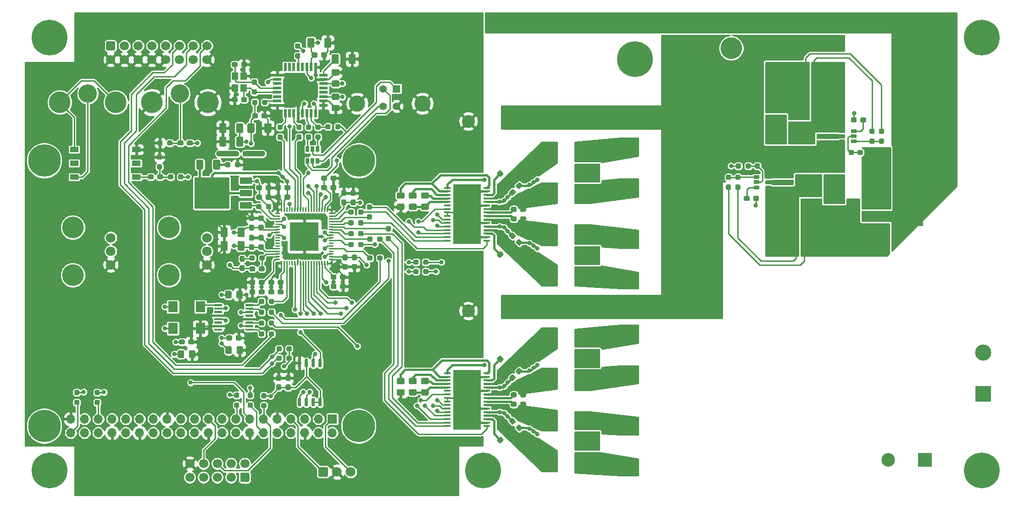
<source format=gtl>
G04 #@! TF.GenerationSoftware,KiCad,Pcbnew,(5.1.10)-1*
G04 #@! TF.CreationDate,2021-05-07T16:49:03+02:00*
G04 #@! TF.ProjectId,dsp-amplifier-x4,6473702d-616d-4706-9c69-666965722d78,rev?*
G04 #@! TF.SameCoordinates,Original*
G04 #@! TF.FileFunction,Copper,L1,Top*
G04 #@! TF.FilePolarity,Positive*
%FSLAX46Y46*%
G04 Gerber Fmt 4.6, Leading zero omitted, Abs format (unit mm)*
G04 Created by KiCad (PCBNEW (5.1.10)-1) date 2021-05-07 16:49:03*
%MOMM*%
%LPD*%
G01*
G04 APERTURE LIST*
G04 #@! TA.AperFunction,ComponentPad*
%ADD10C,1.700000*%
G04 #@! TD*
G04 #@! TA.AperFunction,ComponentPad*
%ADD11R,1.700000X1.700000*%
G04 #@! TD*
G04 #@! TA.AperFunction,ComponentPad*
%ADD12O,1.700000X1.700000*%
G04 #@! TD*
G04 #@! TA.AperFunction,ComponentPad*
%ADD13C,6.000000*%
G04 #@! TD*
G04 #@! TA.AperFunction,ComponentPad*
%ADD14C,1.800000*%
G04 #@! TD*
G04 #@! TA.AperFunction,WasherPad*
%ADD15C,4.000000*%
G04 #@! TD*
G04 #@! TA.AperFunction,ComponentPad*
%ADD16R,3.000000X3.000000*%
G04 #@! TD*
G04 #@! TA.AperFunction,ComponentPad*
%ADD17C,3.000000*%
G04 #@! TD*
G04 #@! TA.AperFunction,ComponentPad*
%ADD18C,4.000000*%
G04 #@! TD*
G04 #@! TA.AperFunction,ComponentPad*
%ADD19R,2.500000X2.500000*%
G04 #@! TD*
G04 #@! TA.AperFunction,ComponentPad*
%ADD20C,2.500000*%
G04 #@! TD*
G04 #@! TA.AperFunction,SMDPad,CuDef*
%ADD21R,1.200000X0.400000*%
G04 #@! TD*
G04 #@! TA.AperFunction,SMDPad,CuDef*
%ADD22R,5.200000X11.000000*%
G04 #@! TD*
G04 #@! TA.AperFunction,ComponentPad*
%ADD23C,0.600000*%
G04 #@! TD*
G04 #@! TA.AperFunction,SMDPad,CuDef*
%ADD24R,2.200000X1.200000*%
G04 #@! TD*
G04 #@! TA.AperFunction,SMDPad,CuDef*
%ADD25R,6.400000X5.800000*%
G04 #@! TD*
G04 #@! TA.AperFunction,SMDPad,CuDef*
%ADD26R,1.800000X2.000000*%
G04 #@! TD*
G04 #@! TA.AperFunction,ComponentPad*
%ADD27C,2.400000*%
G04 #@! TD*
G04 #@! TA.AperFunction,ComponentPad*
%ADD28R,2.400000X2.400000*%
G04 #@! TD*
G04 #@! TA.AperFunction,ComponentPad*
%ADD29C,3.400000*%
G04 #@! TD*
G04 #@! TA.AperFunction,SMDPad,CuDef*
%ADD30R,1.200000X1.400000*%
G04 #@! TD*
G04 #@! TA.AperFunction,SMDPad,CuDef*
%ADD31R,1.600000X0.550000*%
G04 #@! TD*
G04 #@! TA.AperFunction,SMDPad,CuDef*
%ADD32R,0.550000X1.600000*%
G04 #@! TD*
G04 #@! TA.AperFunction,SMDPad,CuDef*
%ADD33R,0.650000X1.060000*%
G04 #@! TD*
G04 #@! TA.AperFunction,SMDPad,CuDef*
%ADD34R,2.000000X1.500000*%
G04 #@! TD*
G04 #@! TA.AperFunction,SMDPad,CuDef*
%ADD35R,2.000000X3.800000*%
G04 #@! TD*
G04 #@! TA.AperFunction,SMDPad,CuDef*
%ADD36R,1.060000X0.650000*%
G04 #@! TD*
G04 #@! TA.AperFunction,SMDPad,CuDef*
%ADD37R,5.300000X5.300000*%
G04 #@! TD*
G04 #@! TA.AperFunction,SMDPad,CuDef*
%ADD38R,1.600000X1.000000*%
G04 #@! TD*
G04 #@! TA.AperFunction,ComponentPad*
%ADD39C,1.400000*%
G04 #@! TD*
G04 #@! TA.AperFunction,ComponentPad*
%ADD40R,1.400000X1.400000*%
G04 #@! TD*
G04 #@! TA.AperFunction,ViaPad*
%ADD41C,6.600000*%
G04 #@! TD*
G04 #@! TA.AperFunction,ViaPad*
%ADD42C,0.800000*%
G04 #@! TD*
G04 #@! TA.AperFunction,Conductor*
%ADD43C,0.400000*%
G04 #@! TD*
G04 #@! TA.AperFunction,Conductor*
%ADD44C,0.250000*%
G04 #@! TD*
G04 #@! TA.AperFunction,Conductor*
%ADD45C,1.000000*%
G04 #@! TD*
G04 #@! TA.AperFunction,Conductor*
%ADD46C,0.100000*%
G04 #@! TD*
G04 APERTURE END LIST*
D10*
X94015000Y-69090000D03*
X91475000Y-69090000D03*
X88935000Y-69090000D03*
X86395000Y-69090000D03*
X83855000Y-69090000D03*
X81315000Y-69090000D03*
X78775000Y-69090000D03*
X76235000Y-69090000D03*
X94015000Y-66550000D03*
X91475000Y-66550000D03*
X88935000Y-66550000D03*
X86395000Y-66550000D03*
X83855000Y-66550000D03*
X81315000Y-66550000D03*
X78775000Y-66550000D03*
G04 #@! TA.AperFunction,ComponentPad*
G36*
G01*
X75635000Y-65700000D02*
X76835000Y-65700000D01*
G75*
G02*
X77085000Y-65950000I0J-250000D01*
G01*
X77085000Y-67150000D01*
G75*
G02*
X76835000Y-67400000I-250000J0D01*
G01*
X75635000Y-67400000D01*
G75*
G02*
X75385000Y-67150000I0J250000D01*
G01*
X75385000Y-65950000D01*
G75*
G02*
X75635000Y-65700000I250000J0D01*
G01*
G37*
G04 #@! TD.AperFunction*
X90840000Y-143710000D03*
X93380000Y-143710000D03*
X95920000Y-143710000D03*
X98460000Y-143710000D03*
X101000000Y-143710000D03*
X90840000Y-146250000D03*
X93380000Y-146250000D03*
X95920000Y-146250000D03*
X98460000Y-146250000D03*
G04 #@! TA.AperFunction,ComponentPad*
G36*
G01*
X101600000Y-147100000D02*
X100400000Y-147100000D01*
G75*
G02*
X100150000Y-146850000I0J250000D01*
G01*
X100150000Y-145650000D01*
G75*
G02*
X100400000Y-145400000I250000J0D01*
G01*
X101600000Y-145400000D01*
G75*
G02*
X101850000Y-145650000I0J-250000D01*
G01*
X101850000Y-146850000D01*
G75*
G02*
X101600000Y-147100000I-250000J0D01*
G01*
G37*
G04 #@! TD.AperFunction*
D11*
X117130000Y-135480000D03*
D12*
X117130000Y-138020000D03*
X114590000Y-135480000D03*
X114590000Y-138020000D03*
X112050000Y-135480000D03*
X112050000Y-138020000D03*
X109510000Y-135480000D03*
X109510000Y-138020000D03*
X106970000Y-135480000D03*
X106970000Y-138020000D03*
X104430000Y-135480000D03*
X104430000Y-138020000D03*
X101890000Y-135480000D03*
X101890000Y-138020000D03*
X99350000Y-135480000D03*
X99350000Y-138020000D03*
X96810000Y-135480000D03*
X96810000Y-138020000D03*
X94270000Y-135480000D03*
X94270000Y-138020000D03*
X91730000Y-135480000D03*
X91730000Y-138020000D03*
X89190000Y-135480000D03*
X89190000Y-138020000D03*
X86650000Y-135480000D03*
X86650000Y-138020000D03*
X84110000Y-135480000D03*
X84110000Y-138020000D03*
X81570000Y-135480000D03*
X81570000Y-138020000D03*
X79030000Y-135480000D03*
X79030000Y-138020000D03*
X76490000Y-135480000D03*
X76490000Y-138020000D03*
X73950000Y-135480000D03*
X73950000Y-138020000D03*
X71410000Y-135480000D03*
X71410000Y-138020000D03*
X68870000Y-135480000D03*
X68870000Y-138020000D03*
D13*
X122000000Y-136750000D03*
X64000000Y-136750000D03*
X64000000Y-87750000D03*
X122000000Y-87750000D03*
G04 #@! TA.AperFunction,SMDPad,CuDef*
G36*
G01*
X108675000Y-122737500D02*
X108675000Y-122262500D01*
G75*
G02*
X108912500Y-122025000I237500J0D01*
G01*
X109412500Y-122025000D01*
G75*
G02*
X109650000Y-122262500I0J-237500D01*
G01*
X109650000Y-122737500D01*
G75*
G02*
X109412500Y-122975000I-237500J0D01*
G01*
X108912500Y-122975000D01*
G75*
G02*
X108675000Y-122737500I0J237500D01*
G01*
G37*
G04 #@! TD.AperFunction*
G04 #@! TA.AperFunction,SMDPad,CuDef*
G36*
G01*
X106850000Y-122737500D02*
X106850000Y-122262500D01*
G75*
G02*
X107087500Y-122025000I237500J0D01*
G01*
X107587500Y-122025000D01*
G75*
G02*
X107825000Y-122262500I0J-237500D01*
G01*
X107825000Y-122737500D01*
G75*
G02*
X107587500Y-122975000I-237500J0D01*
G01*
X107087500Y-122975000D01*
G75*
G02*
X106850000Y-122737500I0J237500D01*
G01*
G37*
G04 #@! TD.AperFunction*
G04 #@! TA.AperFunction,SMDPad,CuDef*
G36*
G01*
X108675000Y-124487500D02*
X108675000Y-124012500D01*
G75*
G02*
X108912500Y-123775000I237500J0D01*
G01*
X109412500Y-123775000D01*
G75*
G02*
X109650000Y-124012500I0J-237500D01*
G01*
X109650000Y-124487500D01*
G75*
G02*
X109412500Y-124725000I-237500J0D01*
G01*
X108912500Y-124725000D01*
G75*
G02*
X108675000Y-124487500I0J237500D01*
G01*
G37*
G04 #@! TD.AperFunction*
G04 #@! TA.AperFunction,SMDPad,CuDef*
G36*
G01*
X106850000Y-124487500D02*
X106850000Y-124012500D01*
G75*
G02*
X107087500Y-123775000I237500J0D01*
G01*
X107587500Y-123775000D01*
G75*
G02*
X107825000Y-124012500I0J-237500D01*
G01*
X107825000Y-124487500D01*
G75*
G02*
X107587500Y-124725000I-237500J0D01*
G01*
X107087500Y-124725000D01*
G75*
G02*
X106850000Y-124487500I0J237500D01*
G01*
G37*
G04 #@! TD.AperFunction*
G04 #@! TA.AperFunction,SMDPad,CuDef*
G36*
G01*
X166225000Y-102800000D02*
X165275000Y-102800000D01*
G75*
G02*
X165025000Y-102550000I0J250000D01*
G01*
X165025000Y-101875000D01*
G75*
G02*
X165275000Y-101625000I250000J0D01*
G01*
X166225000Y-101625000D01*
G75*
G02*
X166475000Y-101875000I0J-250000D01*
G01*
X166475000Y-102550000D01*
G75*
G02*
X166225000Y-102800000I-250000J0D01*
G01*
G37*
G04 #@! TD.AperFunction*
G04 #@! TA.AperFunction,SMDPad,CuDef*
G36*
G01*
X166225000Y-104875000D02*
X165275000Y-104875000D01*
G75*
G02*
X165025000Y-104625000I0J250000D01*
G01*
X165025000Y-103950000D01*
G75*
G02*
X165275000Y-103700000I250000J0D01*
G01*
X166225000Y-103700000D01*
G75*
G02*
X166475000Y-103950000I0J-250000D01*
G01*
X166475000Y-104625000D01*
G75*
G02*
X166225000Y-104875000I-250000J0D01*
G01*
G37*
G04 #@! TD.AperFunction*
G04 #@! TA.AperFunction,SMDPad,CuDef*
G36*
G01*
X165275000Y-107700000D02*
X166225000Y-107700000D01*
G75*
G02*
X166475000Y-107950000I0J-250000D01*
G01*
X166475000Y-108625000D01*
G75*
G02*
X166225000Y-108875000I-250000J0D01*
G01*
X165275000Y-108875000D01*
G75*
G02*
X165025000Y-108625000I0J250000D01*
G01*
X165025000Y-107950000D01*
G75*
G02*
X165275000Y-107700000I250000J0D01*
G01*
G37*
G04 #@! TD.AperFunction*
G04 #@! TA.AperFunction,SMDPad,CuDef*
G36*
G01*
X165275000Y-105625000D02*
X166225000Y-105625000D01*
G75*
G02*
X166475000Y-105875000I0J-250000D01*
G01*
X166475000Y-106550000D01*
G75*
G02*
X166225000Y-106800000I-250000J0D01*
G01*
X165275000Y-106800000D01*
G75*
G02*
X165025000Y-106550000I0J250000D01*
G01*
X165025000Y-105875000D01*
G75*
G02*
X165275000Y-105625000I250000J0D01*
G01*
G37*
G04 #@! TD.AperFunction*
G04 #@! TA.AperFunction,SMDPad,CuDef*
G36*
G01*
X165275000Y-92450000D02*
X166225000Y-92450000D01*
G75*
G02*
X166475000Y-92700000I0J-250000D01*
G01*
X166475000Y-93375000D01*
G75*
G02*
X166225000Y-93625000I-250000J0D01*
G01*
X165275000Y-93625000D01*
G75*
G02*
X165025000Y-93375000I0J250000D01*
G01*
X165025000Y-92700000D01*
G75*
G02*
X165275000Y-92450000I250000J0D01*
G01*
G37*
G04 #@! TD.AperFunction*
G04 #@! TA.AperFunction,SMDPad,CuDef*
G36*
G01*
X165275000Y-90375000D02*
X166225000Y-90375000D01*
G75*
G02*
X166475000Y-90625000I0J-250000D01*
G01*
X166475000Y-91300000D01*
G75*
G02*
X166225000Y-91550000I-250000J0D01*
G01*
X165275000Y-91550000D01*
G75*
G02*
X165025000Y-91300000I0J250000D01*
G01*
X165025000Y-90625000D01*
G75*
G02*
X165275000Y-90375000I250000J0D01*
G01*
G37*
G04 #@! TD.AperFunction*
G04 #@! TA.AperFunction,SMDPad,CuDef*
G36*
G01*
X166225000Y-87550000D02*
X165275000Y-87550000D01*
G75*
G02*
X165025000Y-87300000I0J250000D01*
G01*
X165025000Y-86625000D01*
G75*
G02*
X165275000Y-86375000I250000J0D01*
G01*
X166225000Y-86375000D01*
G75*
G02*
X166475000Y-86625000I0J-250000D01*
G01*
X166475000Y-87300000D01*
G75*
G02*
X166225000Y-87550000I-250000J0D01*
G01*
G37*
G04 #@! TD.AperFunction*
G04 #@! TA.AperFunction,SMDPad,CuDef*
G36*
G01*
X166225000Y-89625000D02*
X165275000Y-89625000D01*
G75*
G02*
X165025000Y-89375000I0J250000D01*
G01*
X165025000Y-88700000D01*
G75*
G02*
X165275000Y-88450000I250000J0D01*
G01*
X166225000Y-88450000D01*
G75*
G02*
X166475000Y-88700000I0J-250000D01*
G01*
X166475000Y-89375000D01*
G75*
G02*
X166225000Y-89625000I-250000J0D01*
G01*
G37*
G04 #@! TD.AperFunction*
G04 #@! TA.AperFunction,SMDPad,CuDef*
G36*
G01*
X166225000Y-137050000D02*
X165275000Y-137050000D01*
G75*
G02*
X165025000Y-136800000I0J250000D01*
G01*
X165025000Y-136125000D01*
G75*
G02*
X165275000Y-135875000I250000J0D01*
G01*
X166225000Y-135875000D01*
G75*
G02*
X166475000Y-136125000I0J-250000D01*
G01*
X166475000Y-136800000D01*
G75*
G02*
X166225000Y-137050000I-250000J0D01*
G01*
G37*
G04 #@! TD.AperFunction*
G04 #@! TA.AperFunction,SMDPad,CuDef*
G36*
G01*
X166225000Y-139125000D02*
X165275000Y-139125000D01*
G75*
G02*
X165025000Y-138875000I0J250000D01*
G01*
X165025000Y-138200000D01*
G75*
G02*
X165275000Y-137950000I250000J0D01*
G01*
X166225000Y-137950000D01*
G75*
G02*
X166475000Y-138200000I0J-250000D01*
G01*
X166475000Y-138875000D01*
G75*
G02*
X166225000Y-139125000I-250000J0D01*
G01*
G37*
G04 #@! TD.AperFunction*
G04 #@! TA.AperFunction,SMDPad,CuDef*
G36*
G01*
X165275000Y-141987500D02*
X166225000Y-141987500D01*
G75*
G02*
X166475000Y-142237500I0J-250000D01*
G01*
X166475000Y-142912500D01*
G75*
G02*
X166225000Y-143162500I-250000J0D01*
G01*
X165275000Y-143162500D01*
G75*
G02*
X165025000Y-142912500I0J250000D01*
G01*
X165025000Y-142237500D01*
G75*
G02*
X165275000Y-141987500I250000J0D01*
G01*
G37*
G04 #@! TD.AperFunction*
G04 #@! TA.AperFunction,SMDPad,CuDef*
G36*
G01*
X165275000Y-139912500D02*
X166225000Y-139912500D01*
G75*
G02*
X166475000Y-140162500I0J-250000D01*
G01*
X166475000Y-140837500D01*
G75*
G02*
X166225000Y-141087500I-250000J0D01*
G01*
X165275000Y-141087500D01*
G75*
G02*
X165025000Y-140837500I0J250000D01*
G01*
X165025000Y-140162500D01*
G75*
G02*
X165275000Y-139912500I250000J0D01*
G01*
G37*
G04 #@! TD.AperFunction*
G04 #@! TA.AperFunction,SMDPad,CuDef*
G36*
G01*
X165275000Y-126737500D02*
X166225000Y-126737500D01*
G75*
G02*
X166475000Y-126987500I0J-250000D01*
G01*
X166475000Y-127662500D01*
G75*
G02*
X166225000Y-127912500I-250000J0D01*
G01*
X165275000Y-127912500D01*
G75*
G02*
X165025000Y-127662500I0J250000D01*
G01*
X165025000Y-126987500D01*
G75*
G02*
X165275000Y-126737500I250000J0D01*
G01*
G37*
G04 #@! TD.AperFunction*
G04 #@! TA.AperFunction,SMDPad,CuDef*
G36*
G01*
X165275000Y-124662500D02*
X166225000Y-124662500D01*
G75*
G02*
X166475000Y-124912500I0J-250000D01*
G01*
X166475000Y-125587500D01*
G75*
G02*
X166225000Y-125837500I-250000J0D01*
G01*
X165275000Y-125837500D01*
G75*
G02*
X165025000Y-125587500I0J250000D01*
G01*
X165025000Y-124912500D01*
G75*
G02*
X165275000Y-124662500I250000J0D01*
G01*
G37*
G04 #@! TD.AperFunction*
G04 #@! TA.AperFunction,SMDPad,CuDef*
G36*
G01*
X166225000Y-121800000D02*
X165275000Y-121800000D01*
G75*
G02*
X165025000Y-121550000I0J250000D01*
G01*
X165025000Y-120875000D01*
G75*
G02*
X165275000Y-120625000I250000J0D01*
G01*
X166225000Y-120625000D01*
G75*
G02*
X166475000Y-120875000I0J-250000D01*
G01*
X166475000Y-121550000D01*
G75*
G02*
X166225000Y-121800000I-250000J0D01*
G01*
G37*
G04 #@! TD.AperFunction*
G04 #@! TA.AperFunction,SMDPad,CuDef*
G36*
G01*
X166225000Y-123875000D02*
X165275000Y-123875000D01*
G75*
G02*
X165025000Y-123625000I0J250000D01*
G01*
X165025000Y-122950000D01*
G75*
G02*
X165275000Y-122700000I250000J0D01*
G01*
X166225000Y-122700000D01*
G75*
G02*
X166475000Y-122950000I0J-250000D01*
G01*
X166475000Y-123625000D01*
G75*
G02*
X166225000Y-123875000I-250000J0D01*
G01*
G37*
G04 #@! TD.AperFunction*
D14*
X94000000Y-107000000D03*
X94000000Y-104500000D03*
X94000000Y-102000000D03*
D15*
X87000000Y-108900000D03*
X87000000Y-100100000D03*
D14*
X76250000Y-107000000D03*
X76250000Y-104500000D03*
X76250000Y-102000000D03*
D15*
X69250000Y-108900000D03*
X69250000Y-100100000D03*
D14*
X120540000Y-145250000D03*
X118000000Y-145250000D03*
G04 #@! TA.AperFunction,ComponentPad*
G36*
G01*
X114560000Y-145899800D02*
X114560000Y-144600200D01*
G75*
G02*
X114810200Y-144350000I250200J0D01*
G01*
X116109800Y-144350000D01*
G75*
G02*
X116360000Y-144600200I0J-250200D01*
G01*
X116360000Y-145899800D01*
G75*
G02*
X116109800Y-146150000I-250200J0D01*
G01*
X114810200Y-146150000D01*
G75*
G02*
X114560000Y-145899800I0J250200D01*
G01*
G37*
G04 #@! TD.AperFunction*
G04 #@! TA.AperFunction,SMDPad,CuDef*
G36*
G01*
X103325000Y-76762500D02*
X103325000Y-77237500D01*
G75*
G02*
X103087500Y-77475000I-237500J0D01*
G01*
X102587500Y-77475000D01*
G75*
G02*
X102350000Y-77237500I0J237500D01*
G01*
X102350000Y-76762500D01*
G75*
G02*
X102587500Y-76525000I237500J0D01*
G01*
X103087500Y-76525000D01*
G75*
G02*
X103325000Y-76762500I0J-237500D01*
G01*
G37*
G04 #@! TD.AperFunction*
G04 #@! TA.AperFunction,SMDPad,CuDef*
G36*
G01*
X105150000Y-76762500D02*
X105150000Y-77237500D01*
G75*
G02*
X104912500Y-77475000I-237500J0D01*
G01*
X104412500Y-77475000D01*
G75*
G02*
X104175000Y-77237500I0J237500D01*
G01*
X104175000Y-76762500D01*
G75*
G02*
X104412500Y-76525000I237500J0D01*
G01*
X104912500Y-76525000D01*
G75*
G02*
X105150000Y-76762500I0J-237500D01*
G01*
G37*
G04 #@! TD.AperFunction*
G04 #@! TA.AperFunction,SMDPad,CuDef*
G36*
G01*
X117675000Y-81737500D02*
X117675000Y-81262500D01*
G75*
G02*
X117912500Y-81025000I237500J0D01*
G01*
X118412500Y-81025000D01*
G75*
G02*
X118650000Y-81262500I0J-237500D01*
G01*
X118650000Y-81737500D01*
G75*
G02*
X118412500Y-81975000I-237500J0D01*
G01*
X117912500Y-81975000D01*
G75*
G02*
X117675000Y-81737500I0J237500D01*
G01*
G37*
G04 #@! TD.AperFunction*
G04 #@! TA.AperFunction,SMDPad,CuDef*
G36*
G01*
X115850000Y-81737500D02*
X115850000Y-81262500D01*
G75*
G02*
X116087500Y-81025000I237500J0D01*
G01*
X116587500Y-81025000D01*
G75*
G02*
X116825000Y-81262500I0J-237500D01*
G01*
X116825000Y-81737500D01*
G75*
G02*
X116587500Y-81975000I-237500J0D01*
G01*
X116087500Y-81975000D01*
G75*
G02*
X115850000Y-81737500I0J237500D01*
G01*
G37*
G04 #@! TD.AperFunction*
G04 #@! TA.AperFunction,SMDPad,CuDef*
G36*
G01*
X102987500Y-73737500D02*
X102512500Y-73737500D01*
G75*
G02*
X102275000Y-73500000I0J237500D01*
G01*
X102275000Y-73000000D01*
G75*
G02*
X102512500Y-72762500I237500J0D01*
G01*
X102987500Y-72762500D01*
G75*
G02*
X103225000Y-73000000I0J-237500D01*
G01*
X103225000Y-73500000D01*
G75*
G02*
X102987500Y-73737500I-237500J0D01*
G01*
G37*
G04 #@! TD.AperFunction*
G04 #@! TA.AperFunction,SMDPad,CuDef*
G36*
G01*
X102987500Y-75562500D02*
X102512500Y-75562500D01*
G75*
G02*
X102275000Y-75325000I0J237500D01*
G01*
X102275000Y-74825000D01*
G75*
G02*
X102512500Y-74587500I237500J0D01*
G01*
X102987500Y-74587500D01*
G75*
G02*
X103225000Y-74825000I0J-237500D01*
G01*
X103225000Y-75325000D01*
G75*
G02*
X102987500Y-75562500I-237500J0D01*
G01*
G37*
G04 #@! TD.AperFunction*
D16*
X237250000Y-130810000D03*
D17*
X237250000Y-123190000D03*
D16*
X172000000Y-102190000D03*
D17*
X172000000Y-109810000D03*
D16*
X172000000Y-85250000D03*
D17*
X172000000Y-92870000D03*
D16*
X172000000Y-136690000D03*
D17*
X172000000Y-144310000D03*
D16*
X172000000Y-119690000D03*
D17*
X172000000Y-127310000D03*
D18*
X190750000Y-67000000D03*
D19*
X226500000Y-143000000D03*
D18*
X185250000Y-67000000D03*
D20*
X219750000Y-143000000D03*
G04 #@! TA.AperFunction,SMDPad,CuDef*
G36*
G01*
X102237500Y-131575000D02*
X101762500Y-131575000D01*
G75*
G02*
X101525000Y-131337500I0J237500D01*
G01*
X101525000Y-130837500D01*
G75*
G02*
X101762500Y-130600000I237500J0D01*
G01*
X102237500Y-130600000D01*
G75*
G02*
X102475000Y-130837500I0J-237500D01*
G01*
X102475000Y-131337500D01*
G75*
G02*
X102237500Y-131575000I-237500J0D01*
G01*
G37*
G04 #@! TD.AperFunction*
G04 #@! TA.AperFunction,SMDPad,CuDef*
G36*
G01*
X102237500Y-133400000D02*
X101762500Y-133400000D01*
G75*
G02*
X101525000Y-133162500I0J237500D01*
G01*
X101525000Y-132662500D01*
G75*
G02*
X101762500Y-132425000I237500J0D01*
G01*
X102237500Y-132425000D01*
G75*
G02*
X102475000Y-132662500I0J-237500D01*
G01*
X102475000Y-133162500D01*
G75*
G02*
X102237500Y-133400000I-237500J0D01*
G01*
G37*
G04 #@! TD.AperFunction*
G04 #@! TA.AperFunction,SMDPad,CuDef*
G36*
G01*
X114755000Y-131550000D02*
X115055000Y-131550000D01*
G75*
G02*
X115205000Y-131700000I0J-150000D01*
G01*
X115205000Y-133000000D01*
G75*
G02*
X115055000Y-133150000I-150000J0D01*
G01*
X114755000Y-133150000D01*
G75*
G02*
X114605000Y-133000000I0J150000D01*
G01*
X114605000Y-131700000D01*
G75*
G02*
X114755000Y-131550000I150000J0D01*
G01*
G37*
G04 #@! TD.AperFunction*
G04 #@! TA.AperFunction,SMDPad,CuDef*
G36*
G01*
X113485000Y-131550000D02*
X113785000Y-131550000D01*
G75*
G02*
X113935000Y-131700000I0J-150000D01*
G01*
X113935000Y-133000000D01*
G75*
G02*
X113785000Y-133150000I-150000J0D01*
G01*
X113485000Y-133150000D01*
G75*
G02*
X113335000Y-133000000I0J150000D01*
G01*
X113335000Y-131700000D01*
G75*
G02*
X113485000Y-131550000I150000J0D01*
G01*
G37*
G04 #@! TD.AperFunction*
G04 #@! TA.AperFunction,SMDPad,CuDef*
G36*
G01*
X112215000Y-131550000D02*
X112515000Y-131550000D01*
G75*
G02*
X112665000Y-131700000I0J-150000D01*
G01*
X112665000Y-133000000D01*
G75*
G02*
X112515000Y-133150000I-150000J0D01*
G01*
X112215000Y-133150000D01*
G75*
G02*
X112065000Y-133000000I0J150000D01*
G01*
X112065000Y-131700000D01*
G75*
G02*
X112215000Y-131550000I150000J0D01*
G01*
G37*
G04 #@! TD.AperFunction*
G04 #@! TA.AperFunction,SMDPad,CuDef*
G36*
G01*
X110945000Y-131550000D02*
X111245000Y-131550000D01*
G75*
G02*
X111395000Y-131700000I0J-150000D01*
G01*
X111395000Y-133000000D01*
G75*
G02*
X111245000Y-133150000I-150000J0D01*
G01*
X110945000Y-133150000D01*
G75*
G02*
X110795000Y-133000000I0J150000D01*
G01*
X110795000Y-131700000D01*
G75*
G02*
X110945000Y-131550000I150000J0D01*
G01*
G37*
G04 #@! TD.AperFunction*
G04 #@! TA.AperFunction,SMDPad,CuDef*
G36*
G01*
X110945000Y-124350000D02*
X111245000Y-124350000D01*
G75*
G02*
X111395000Y-124500000I0J-150000D01*
G01*
X111395000Y-125800000D01*
G75*
G02*
X111245000Y-125950000I-150000J0D01*
G01*
X110945000Y-125950000D01*
G75*
G02*
X110795000Y-125800000I0J150000D01*
G01*
X110795000Y-124500000D01*
G75*
G02*
X110945000Y-124350000I150000J0D01*
G01*
G37*
G04 #@! TD.AperFunction*
G04 #@! TA.AperFunction,SMDPad,CuDef*
G36*
G01*
X112215000Y-124350000D02*
X112515000Y-124350000D01*
G75*
G02*
X112665000Y-124500000I0J-150000D01*
G01*
X112665000Y-125800000D01*
G75*
G02*
X112515000Y-125950000I-150000J0D01*
G01*
X112215000Y-125950000D01*
G75*
G02*
X112065000Y-125800000I0J150000D01*
G01*
X112065000Y-124500000D01*
G75*
G02*
X112215000Y-124350000I150000J0D01*
G01*
G37*
G04 #@! TD.AperFunction*
G04 #@! TA.AperFunction,SMDPad,CuDef*
G36*
G01*
X113485000Y-124350000D02*
X113785000Y-124350000D01*
G75*
G02*
X113935000Y-124500000I0J-150000D01*
G01*
X113935000Y-125800000D01*
G75*
G02*
X113785000Y-125950000I-150000J0D01*
G01*
X113485000Y-125950000D01*
G75*
G02*
X113335000Y-125800000I0J150000D01*
G01*
X113335000Y-124500000D01*
G75*
G02*
X113485000Y-124350000I150000J0D01*
G01*
G37*
G04 #@! TD.AperFunction*
G04 #@! TA.AperFunction,SMDPad,CuDef*
G36*
G01*
X114755000Y-124350000D02*
X115055000Y-124350000D01*
G75*
G02*
X115205000Y-124500000I0J-150000D01*
G01*
X115205000Y-125800000D01*
G75*
G02*
X115055000Y-125950000I-150000J0D01*
G01*
X114755000Y-125950000D01*
G75*
G02*
X114605000Y-125800000I0J150000D01*
G01*
X114605000Y-124500000D01*
G75*
G02*
X114755000Y-124350000I150000J0D01*
G01*
G37*
G04 #@! TD.AperFunction*
D21*
X138350000Y-127025000D03*
X138350000Y-127675000D03*
X138350000Y-128325000D03*
X138350000Y-128975000D03*
X138350000Y-129625000D03*
X138350000Y-130275000D03*
X138350000Y-130925000D03*
X138350000Y-131575000D03*
X138350000Y-132225000D03*
X138350000Y-132875000D03*
X138350000Y-133525000D03*
X138350000Y-134175000D03*
X138350000Y-134825000D03*
X138350000Y-135475000D03*
X138350000Y-136125000D03*
X138350000Y-136775000D03*
X145650000Y-136775000D03*
X145650000Y-136125000D03*
X145650000Y-135475000D03*
X145650000Y-134825000D03*
X145650000Y-134175000D03*
X145650000Y-133525000D03*
X145650000Y-132875000D03*
X145650000Y-132225000D03*
X145650000Y-131575000D03*
X145650000Y-130925000D03*
X145650000Y-130275000D03*
X145650000Y-129625000D03*
X145650000Y-128975000D03*
X145650000Y-128325000D03*
X145650000Y-127675000D03*
X145650000Y-127025000D03*
D22*
X142000000Y-131900000D03*
D23*
X139750000Y-126700000D03*
X141250000Y-126700000D03*
X142750000Y-126700000D03*
X144250000Y-126700000D03*
X139750000Y-128000000D03*
X141250000Y-128000000D03*
X142750000Y-128000000D03*
X144250000Y-128000000D03*
X144250000Y-129300000D03*
X139750000Y-130600000D03*
X144250000Y-130600000D03*
X141250000Y-130600000D03*
X139750000Y-129300000D03*
X141250000Y-129300000D03*
X142750000Y-129300000D03*
X142750000Y-130600000D03*
X144250000Y-131900000D03*
X139750000Y-133200000D03*
X144250000Y-133200000D03*
X141250000Y-133200000D03*
X139750000Y-131900000D03*
X141250000Y-131900000D03*
X142750000Y-131900000D03*
X142750000Y-133200000D03*
X144250000Y-134500000D03*
X139750000Y-135800000D03*
X144250000Y-135800000D03*
X141250000Y-135800000D03*
X139750000Y-134500000D03*
X141250000Y-134500000D03*
X142750000Y-134500000D03*
X142750000Y-135800000D03*
X141250000Y-137100000D03*
X139750000Y-137100000D03*
X144250000Y-137100000D03*
X142750000Y-137100000D03*
G04 #@! TA.AperFunction,SMDPad,CuDef*
G36*
G01*
X117275000Y-77450000D02*
X118225000Y-77450000D01*
G75*
G02*
X118475000Y-77700000I0J-250000D01*
G01*
X118475000Y-78375000D01*
G75*
G02*
X118225000Y-78625000I-250000J0D01*
G01*
X117275000Y-78625000D01*
G75*
G02*
X117025000Y-78375000I0J250000D01*
G01*
X117025000Y-77700000D01*
G75*
G02*
X117275000Y-77450000I250000J0D01*
G01*
G37*
G04 #@! TD.AperFunction*
G04 #@! TA.AperFunction,SMDPad,CuDef*
G36*
G01*
X117275000Y-75375000D02*
X118225000Y-75375000D01*
G75*
G02*
X118475000Y-75625000I0J-250000D01*
G01*
X118475000Y-76300000D01*
G75*
G02*
X118225000Y-76550000I-250000J0D01*
G01*
X117275000Y-76550000D01*
G75*
G02*
X117025000Y-76300000I0J250000D01*
G01*
X117025000Y-75625000D01*
G75*
G02*
X117275000Y-75375000I250000J0D01*
G01*
G37*
G04 #@! TD.AperFunction*
G04 #@! TA.AperFunction,SMDPad,CuDef*
G36*
G01*
X118225000Y-72050000D02*
X117275000Y-72050000D01*
G75*
G02*
X117025000Y-71800000I0J250000D01*
G01*
X117025000Y-71125000D01*
G75*
G02*
X117275000Y-70875000I250000J0D01*
G01*
X118225000Y-70875000D01*
G75*
G02*
X118475000Y-71125000I0J-250000D01*
G01*
X118475000Y-71800000D01*
G75*
G02*
X118225000Y-72050000I-250000J0D01*
G01*
G37*
G04 #@! TD.AperFunction*
G04 #@! TA.AperFunction,SMDPad,CuDef*
G36*
G01*
X118225000Y-74125000D02*
X117275000Y-74125000D01*
G75*
G02*
X117025000Y-73875000I0J250000D01*
G01*
X117025000Y-73200000D01*
G75*
G02*
X117275000Y-72950000I250000J0D01*
G01*
X118225000Y-72950000D01*
G75*
G02*
X118475000Y-73200000I0J-250000D01*
G01*
X118475000Y-73875000D01*
G75*
G02*
X118225000Y-74125000I-250000J0D01*
G01*
G37*
G04 #@! TD.AperFunction*
G04 #@! TA.AperFunction,SMDPad,CuDef*
G36*
G01*
X104075000Y-79737500D02*
X104075000Y-79262500D01*
G75*
G02*
X104312500Y-79025000I237500J0D01*
G01*
X104912500Y-79025000D01*
G75*
G02*
X105150000Y-79262500I0J-237500D01*
G01*
X105150000Y-79737500D01*
G75*
G02*
X104912500Y-79975000I-237500J0D01*
G01*
X104312500Y-79975000D01*
G75*
G02*
X104075000Y-79737500I0J237500D01*
G01*
G37*
G04 #@! TD.AperFunction*
G04 #@! TA.AperFunction,SMDPad,CuDef*
G36*
G01*
X102350000Y-79737500D02*
X102350000Y-79262500D01*
G75*
G02*
X102587500Y-79025000I237500J0D01*
G01*
X103187500Y-79025000D01*
G75*
G02*
X103425000Y-79262500I0J-237500D01*
G01*
X103425000Y-79737500D01*
G75*
G02*
X103187500Y-79975000I-237500J0D01*
G01*
X102587500Y-79975000D01*
G75*
G02*
X102350000Y-79737500I0J237500D01*
G01*
G37*
G04 #@! TD.AperFunction*
G04 #@! TA.AperFunction,SMDPad,CuDef*
G36*
G01*
X115075000Y-68487500D02*
X115075000Y-68012500D01*
G75*
G02*
X115312500Y-67775000I237500J0D01*
G01*
X115912500Y-67775000D01*
G75*
G02*
X116150000Y-68012500I0J-237500D01*
G01*
X116150000Y-68487500D01*
G75*
G02*
X115912500Y-68725000I-237500J0D01*
G01*
X115312500Y-68725000D01*
G75*
G02*
X115075000Y-68487500I0J237500D01*
G01*
G37*
G04 #@! TD.AperFunction*
G04 #@! TA.AperFunction,SMDPad,CuDef*
G36*
G01*
X113350000Y-68487500D02*
X113350000Y-68012500D01*
G75*
G02*
X113587500Y-67775000I237500J0D01*
G01*
X114187500Y-67775000D01*
G75*
G02*
X114425000Y-68012500I0J-237500D01*
G01*
X114425000Y-68487500D01*
G75*
G02*
X114187500Y-68725000I-237500J0D01*
G01*
X113587500Y-68725000D01*
G75*
G02*
X113350000Y-68487500I0J237500D01*
G01*
G37*
G04 #@! TD.AperFunction*
G04 #@! TA.AperFunction,SMDPad,CuDef*
G36*
G01*
X115650000Y-66650002D02*
X115650000Y-65349998D01*
G75*
G02*
X115899998Y-65100000I249998J0D01*
G01*
X116725002Y-65100000D01*
G75*
G02*
X116975000Y-65349998I0J-249998D01*
G01*
X116975000Y-66650002D01*
G75*
G02*
X116725002Y-66900000I-249998J0D01*
G01*
X115899998Y-66900000D01*
G75*
G02*
X115650000Y-66650002I0J249998D01*
G01*
G37*
G04 #@! TD.AperFunction*
G04 #@! TA.AperFunction,SMDPad,CuDef*
G36*
G01*
X112525000Y-66650002D02*
X112525000Y-65349998D01*
G75*
G02*
X112774998Y-65100000I249998J0D01*
G01*
X113600002Y-65100000D01*
G75*
G02*
X113850000Y-65349998I0J-249998D01*
G01*
X113850000Y-66650002D01*
G75*
G02*
X113600002Y-66900000I-249998J0D01*
G01*
X112774998Y-66900000D01*
G75*
G02*
X112525000Y-66650002I0J249998D01*
G01*
G37*
G04 #@! TD.AperFunction*
G04 #@! TA.AperFunction,SMDPad,CuDef*
G36*
G01*
X104587500Y-82400002D02*
X104587500Y-81099998D01*
G75*
G02*
X104837498Y-80850000I249998J0D01*
G01*
X105662502Y-80850000D01*
G75*
G02*
X105912500Y-81099998I0J-249998D01*
G01*
X105912500Y-82400002D01*
G75*
G02*
X105662502Y-82650000I-249998J0D01*
G01*
X104837498Y-82650000D01*
G75*
G02*
X104587500Y-82400002I0J249998D01*
G01*
G37*
G04 #@! TD.AperFunction*
G04 #@! TA.AperFunction,SMDPad,CuDef*
G36*
G01*
X101462500Y-82400002D02*
X101462500Y-81099998D01*
G75*
G02*
X101712498Y-80850000I249998J0D01*
G01*
X102537502Y-80850000D01*
G75*
G02*
X102787500Y-81099998I0J-249998D01*
G01*
X102787500Y-82400002D01*
G75*
G02*
X102537502Y-82650000I-249998J0D01*
G01*
X101712498Y-82650000D01*
G75*
G02*
X101462500Y-82400002I0J249998D01*
G01*
G37*
G04 #@! TD.AperFunction*
G04 #@! TA.AperFunction,SMDPad,CuDef*
G36*
G01*
X120150000Y-69650002D02*
X120150000Y-68349998D01*
G75*
G02*
X120399998Y-68100000I249998J0D01*
G01*
X121225002Y-68100000D01*
G75*
G02*
X121475000Y-68349998I0J-249998D01*
G01*
X121475000Y-69650002D01*
G75*
G02*
X121225002Y-69900000I-249998J0D01*
G01*
X120399998Y-69900000D01*
G75*
G02*
X120150000Y-69650002I0J249998D01*
G01*
G37*
G04 #@! TD.AperFunction*
G04 #@! TA.AperFunction,SMDPad,CuDef*
G36*
G01*
X117025000Y-69650002D02*
X117025000Y-68349998D01*
G75*
G02*
X117274998Y-68100000I249998J0D01*
G01*
X118100002Y-68100000D01*
G75*
G02*
X118350000Y-68349998I0J-249998D01*
G01*
X118350000Y-69650002D01*
G75*
G02*
X118100002Y-69900000I-249998J0D01*
G01*
X117274998Y-69900000D01*
G75*
G02*
X117025000Y-69650002I0J249998D01*
G01*
G37*
G04 #@! TD.AperFunction*
G04 #@! TA.AperFunction,SMDPad,CuDef*
G36*
G01*
X107487500Y-128425000D02*
X107012500Y-128425000D01*
G75*
G02*
X106775000Y-128187500I0J237500D01*
G01*
X106775000Y-127587500D01*
G75*
G02*
X107012500Y-127350000I237500J0D01*
G01*
X107487500Y-127350000D01*
G75*
G02*
X107725000Y-127587500I0J-237500D01*
G01*
X107725000Y-128187500D01*
G75*
G02*
X107487500Y-128425000I-237500J0D01*
G01*
G37*
G04 #@! TD.AperFunction*
G04 #@! TA.AperFunction,SMDPad,CuDef*
G36*
G01*
X107487500Y-130150000D02*
X107012500Y-130150000D01*
G75*
G02*
X106775000Y-129912500I0J237500D01*
G01*
X106775000Y-129312500D01*
G75*
G02*
X107012500Y-129075000I237500J0D01*
G01*
X107487500Y-129075000D01*
G75*
G02*
X107725000Y-129312500I0J-237500D01*
G01*
X107725000Y-129912500D01*
G75*
G02*
X107487500Y-130150000I-237500J0D01*
G01*
G37*
G04 #@! TD.AperFunction*
G04 #@! TA.AperFunction,SMDPad,CuDef*
G36*
G01*
X109237500Y-128425000D02*
X108762500Y-128425000D01*
G75*
G02*
X108525000Y-128187500I0J237500D01*
G01*
X108525000Y-127587500D01*
G75*
G02*
X108762500Y-127350000I237500J0D01*
G01*
X109237500Y-127350000D01*
G75*
G02*
X109475000Y-127587500I0J-237500D01*
G01*
X109475000Y-128187500D01*
G75*
G02*
X109237500Y-128425000I-237500J0D01*
G01*
G37*
G04 #@! TD.AperFunction*
G04 #@! TA.AperFunction,SMDPad,CuDef*
G36*
G01*
X109237500Y-130150000D02*
X108762500Y-130150000D01*
G75*
G02*
X108525000Y-129912500I0J237500D01*
G01*
X108525000Y-129312500D01*
G75*
G02*
X108762500Y-129075000I237500J0D01*
G01*
X109237500Y-129075000D01*
G75*
G02*
X109475000Y-129312500I0J-237500D01*
G01*
X109475000Y-129912500D01*
G75*
G02*
X109237500Y-130150000I-237500J0D01*
G01*
G37*
G04 #@! TD.AperFunction*
D24*
X101200000Y-96030000D03*
X101200000Y-93750000D03*
X101200000Y-91470000D03*
D25*
X94900000Y-93750000D03*
G04 #@! TA.AperFunction,SMDPad,CuDef*
G36*
G01*
X85825000Y-84262500D02*
X85825000Y-84737500D01*
G75*
G02*
X85587500Y-84975000I-237500J0D01*
G01*
X85087500Y-84975000D01*
G75*
G02*
X84850000Y-84737500I0J237500D01*
G01*
X84850000Y-84262500D01*
G75*
G02*
X85087500Y-84025000I237500J0D01*
G01*
X85587500Y-84025000D01*
G75*
G02*
X85825000Y-84262500I0J-237500D01*
G01*
G37*
G04 #@! TD.AperFunction*
G04 #@! TA.AperFunction,SMDPad,CuDef*
G36*
G01*
X87650000Y-84262500D02*
X87650000Y-84737500D01*
G75*
G02*
X87412500Y-84975000I-237500J0D01*
G01*
X86912500Y-84975000D01*
G75*
G02*
X86675000Y-84737500I0J237500D01*
G01*
X86675000Y-84262500D01*
G75*
G02*
X86912500Y-84025000I237500J0D01*
G01*
X87412500Y-84025000D01*
G75*
G02*
X87650000Y-84262500I0J-237500D01*
G01*
G37*
G04 #@! TD.AperFunction*
D21*
X138350000Y-92775000D03*
X138350000Y-93425000D03*
X138350000Y-94075000D03*
X138350000Y-94725000D03*
X138350000Y-95375000D03*
X138350000Y-96025000D03*
X138350000Y-96675000D03*
X138350000Y-97325000D03*
X138350000Y-97975000D03*
X138350000Y-98625000D03*
X138350000Y-99275000D03*
X138350000Y-99925000D03*
X138350000Y-100575000D03*
X138350000Y-101225000D03*
X138350000Y-101875000D03*
X138350000Y-102525000D03*
X145650000Y-102525000D03*
X145650000Y-101875000D03*
X145650000Y-101225000D03*
X145650000Y-100575000D03*
X145650000Y-99925000D03*
X145650000Y-99275000D03*
X145650000Y-98625000D03*
X145650000Y-97975000D03*
X145650000Y-97325000D03*
X145650000Y-96675000D03*
X145650000Y-96025000D03*
X145650000Y-95375000D03*
X145650000Y-94725000D03*
X145650000Y-94075000D03*
X145650000Y-93425000D03*
X145650000Y-92775000D03*
D22*
X142000000Y-97650000D03*
D23*
X139750000Y-92450000D03*
X141250000Y-92450000D03*
X142750000Y-92450000D03*
X144250000Y-92450000D03*
X139750000Y-93750000D03*
X141250000Y-93750000D03*
X142750000Y-93750000D03*
X144250000Y-93750000D03*
X144250000Y-95050000D03*
X139750000Y-96350000D03*
X144250000Y-96350000D03*
X141250000Y-96350000D03*
X139750000Y-95050000D03*
X141250000Y-95050000D03*
X142750000Y-95050000D03*
X142750000Y-96350000D03*
X144250000Y-97650000D03*
X139750000Y-98950000D03*
X144250000Y-98950000D03*
X141250000Y-98950000D03*
X139750000Y-97650000D03*
X141250000Y-97650000D03*
X142750000Y-97650000D03*
X142750000Y-98950000D03*
X144250000Y-100250000D03*
X139750000Y-101550000D03*
X144250000Y-101550000D03*
X141250000Y-101550000D03*
X139750000Y-100250000D03*
X141250000Y-100250000D03*
X142750000Y-100250000D03*
X142750000Y-101550000D03*
X141250000Y-102850000D03*
X139750000Y-102850000D03*
X144250000Y-102850000D03*
X142750000Y-102850000D03*
G04 #@! TA.AperFunction,SMDPad,CuDef*
G36*
G01*
X149147748Y-104438128D02*
X148811872Y-104102252D01*
G75*
G02*
X148811872Y-103766376I167938J167938D01*
G01*
X149236136Y-103342112D01*
G75*
G02*
X149572012Y-103342112I167938J-167938D01*
G01*
X149907888Y-103677988D01*
G75*
G02*
X149907888Y-104013864I-167938J-167938D01*
G01*
X149483624Y-104438128D01*
G75*
G02*
X149147748Y-104438128I-167938J167938D01*
G01*
G37*
G04 #@! TD.AperFunction*
G04 #@! TA.AperFunction,SMDPad,CuDef*
G36*
G01*
X147927988Y-105657888D02*
X147592112Y-105322012D01*
G75*
G02*
X147592112Y-104986136I167938J167938D01*
G01*
X148016376Y-104561872D01*
G75*
G02*
X148352252Y-104561872I167938J-167938D01*
G01*
X148688128Y-104897748D01*
G75*
G02*
X148688128Y-105233624I-167938J-167938D01*
G01*
X148263864Y-105657888D01*
G75*
G02*
X147927988Y-105657888I-167938J167938D01*
G01*
G37*
G04 #@! TD.AperFunction*
G04 #@! TA.AperFunction,SMDPad,CuDef*
G36*
G01*
X149147748Y-138688128D02*
X148811872Y-138352252D01*
G75*
G02*
X148811872Y-138016376I167938J167938D01*
G01*
X149236136Y-137592112D01*
G75*
G02*
X149572012Y-137592112I167938J-167938D01*
G01*
X149907888Y-137927988D01*
G75*
G02*
X149907888Y-138263864I-167938J-167938D01*
G01*
X149483624Y-138688128D01*
G75*
G02*
X149147748Y-138688128I-167938J167938D01*
G01*
G37*
G04 #@! TD.AperFunction*
G04 #@! TA.AperFunction,SMDPad,CuDef*
G36*
G01*
X147927988Y-139907888D02*
X147592112Y-139572012D01*
G75*
G02*
X147592112Y-139236136I167938J167938D01*
G01*
X148016376Y-138811872D01*
G75*
G02*
X148352252Y-138811872I167938J-167938D01*
G01*
X148688128Y-139147748D01*
G75*
G02*
X148688128Y-139483624I-167938J-167938D01*
G01*
X148263864Y-139907888D01*
G75*
G02*
X147927988Y-139907888I-167938J167938D01*
G01*
G37*
G04 #@! TD.AperFunction*
D26*
X87710000Y-114750000D03*
X92790000Y-114750000D03*
X92790000Y-118750000D03*
X87710000Y-118750000D03*
G04 #@! TA.AperFunction,SMDPad,CuDef*
G36*
G01*
X95370000Y-114525000D02*
X95370000Y-114325000D01*
G75*
G02*
X95470000Y-114225000I100000J0D01*
G01*
X96745000Y-114225000D01*
G75*
G02*
X96845000Y-114325000I0J-100000D01*
G01*
X96845000Y-114525000D01*
G75*
G02*
X96745000Y-114625000I-100000J0D01*
G01*
X95470000Y-114625000D01*
G75*
G02*
X95370000Y-114525000I0J100000D01*
G01*
G37*
G04 #@! TD.AperFunction*
G04 #@! TA.AperFunction,SMDPad,CuDef*
G36*
G01*
X95370000Y-115175000D02*
X95370000Y-114975000D01*
G75*
G02*
X95470000Y-114875000I100000J0D01*
G01*
X96745000Y-114875000D01*
G75*
G02*
X96845000Y-114975000I0J-100000D01*
G01*
X96845000Y-115175000D01*
G75*
G02*
X96745000Y-115275000I-100000J0D01*
G01*
X95470000Y-115275000D01*
G75*
G02*
X95370000Y-115175000I0J100000D01*
G01*
G37*
G04 #@! TD.AperFunction*
G04 #@! TA.AperFunction,SMDPad,CuDef*
G36*
G01*
X95370000Y-115825000D02*
X95370000Y-115625000D01*
G75*
G02*
X95470000Y-115525000I100000J0D01*
G01*
X96745000Y-115525000D01*
G75*
G02*
X96845000Y-115625000I0J-100000D01*
G01*
X96845000Y-115825000D01*
G75*
G02*
X96745000Y-115925000I-100000J0D01*
G01*
X95470000Y-115925000D01*
G75*
G02*
X95370000Y-115825000I0J100000D01*
G01*
G37*
G04 #@! TD.AperFunction*
G04 #@! TA.AperFunction,SMDPad,CuDef*
G36*
G01*
X95370000Y-116475000D02*
X95370000Y-116275000D01*
G75*
G02*
X95470000Y-116175000I100000J0D01*
G01*
X96745000Y-116175000D01*
G75*
G02*
X96845000Y-116275000I0J-100000D01*
G01*
X96845000Y-116475000D01*
G75*
G02*
X96745000Y-116575000I-100000J0D01*
G01*
X95470000Y-116575000D01*
G75*
G02*
X95370000Y-116475000I0J100000D01*
G01*
G37*
G04 #@! TD.AperFunction*
G04 #@! TA.AperFunction,SMDPad,CuDef*
G36*
G01*
X95370000Y-117125000D02*
X95370000Y-116925000D01*
G75*
G02*
X95470000Y-116825000I100000J0D01*
G01*
X96745000Y-116825000D01*
G75*
G02*
X96845000Y-116925000I0J-100000D01*
G01*
X96845000Y-117125000D01*
G75*
G02*
X96745000Y-117225000I-100000J0D01*
G01*
X95470000Y-117225000D01*
G75*
G02*
X95370000Y-117125000I0J100000D01*
G01*
G37*
G04 #@! TD.AperFunction*
G04 #@! TA.AperFunction,SMDPad,CuDef*
G36*
G01*
X95370000Y-117775000D02*
X95370000Y-117575000D01*
G75*
G02*
X95470000Y-117475000I100000J0D01*
G01*
X96745000Y-117475000D01*
G75*
G02*
X96845000Y-117575000I0J-100000D01*
G01*
X96845000Y-117775000D01*
G75*
G02*
X96745000Y-117875000I-100000J0D01*
G01*
X95470000Y-117875000D01*
G75*
G02*
X95370000Y-117775000I0J100000D01*
G01*
G37*
G04 #@! TD.AperFunction*
G04 #@! TA.AperFunction,SMDPad,CuDef*
G36*
G01*
X95370000Y-118425000D02*
X95370000Y-118225000D01*
G75*
G02*
X95470000Y-118125000I100000J0D01*
G01*
X96745000Y-118125000D01*
G75*
G02*
X96845000Y-118225000I0J-100000D01*
G01*
X96845000Y-118425000D01*
G75*
G02*
X96745000Y-118525000I-100000J0D01*
G01*
X95470000Y-118525000D01*
G75*
G02*
X95370000Y-118425000I0J100000D01*
G01*
G37*
G04 #@! TD.AperFunction*
G04 #@! TA.AperFunction,SMDPad,CuDef*
G36*
G01*
X95370000Y-119075000D02*
X95370000Y-118875000D01*
G75*
G02*
X95470000Y-118775000I100000J0D01*
G01*
X96745000Y-118775000D01*
G75*
G02*
X96845000Y-118875000I0J-100000D01*
G01*
X96845000Y-119075000D01*
G75*
G02*
X96745000Y-119175000I-100000J0D01*
G01*
X95470000Y-119175000D01*
G75*
G02*
X95370000Y-119075000I0J100000D01*
G01*
G37*
G04 #@! TD.AperFunction*
G04 #@! TA.AperFunction,SMDPad,CuDef*
G36*
G01*
X101095000Y-119075000D02*
X101095000Y-118875000D01*
G75*
G02*
X101195000Y-118775000I100000J0D01*
G01*
X102470000Y-118775000D01*
G75*
G02*
X102570000Y-118875000I0J-100000D01*
G01*
X102570000Y-119075000D01*
G75*
G02*
X102470000Y-119175000I-100000J0D01*
G01*
X101195000Y-119175000D01*
G75*
G02*
X101095000Y-119075000I0J100000D01*
G01*
G37*
G04 #@! TD.AperFunction*
G04 #@! TA.AperFunction,SMDPad,CuDef*
G36*
G01*
X101095000Y-118425000D02*
X101095000Y-118225000D01*
G75*
G02*
X101195000Y-118125000I100000J0D01*
G01*
X102470000Y-118125000D01*
G75*
G02*
X102570000Y-118225000I0J-100000D01*
G01*
X102570000Y-118425000D01*
G75*
G02*
X102470000Y-118525000I-100000J0D01*
G01*
X101195000Y-118525000D01*
G75*
G02*
X101095000Y-118425000I0J100000D01*
G01*
G37*
G04 #@! TD.AperFunction*
G04 #@! TA.AperFunction,SMDPad,CuDef*
G36*
G01*
X101095000Y-117775000D02*
X101095000Y-117575000D01*
G75*
G02*
X101195000Y-117475000I100000J0D01*
G01*
X102470000Y-117475000D01*
G75*
G02*
X102570000Y-117575000I0J-100000D01*
G01*
X102570000Y-117775000D01*
G75*
G02*
X102470000Y-117875000I-100000J0D01*
G01*
X101195000Y-117875000D01*
G75*
G02*
X101095000Y-117775000I0J100000D01*
G01*
G37*
G04 #@! TD.AperFunction*
G04 #@! TA.AperFunction,SMDPad,CuDef*
G36*
G01*
X101095000Y-117125000D02*
X101095000Y-116925000D01*
G75*
G02*
X101195000Y-116825000I100000J0D01*
G01*
X102470000Y-116825000D01*
G75*
G02*
X102570000Y-116925000I0J-100000D01*
G01*
X102570000Y-117125000D01*
G75*
G02*
X102470000Y-117225000I-100000J0D01*
G01*
X101195000Y-117225000D01*
G75*
G02*
X101095000Y-117125000I0J100000D01*
G01*
G37*
G04 #@! TD.AperFunction*
G04 #@! TA.AperFunction,SMDPad,CuDef*
G36*
G01*
X101095000Y-116475000D02*
X101095000Y-116275000D01*
G75*
G02*
X101195000Y-116175000I100000J0D01*
G01*
X102470000Y-116175000D01*
G75*
G02*
X102570000Y-116275000I0J-100000D01*
G01*
X102570000Y-116475000D01*
G75*
G02*
X102470000Y-116575000I-100000J0D01*
G01*
X101195000Y-116575000D01*
G75*
G02*
X101095000Y-116475000I0J100000D01*
G01*
G37*
G04 #@! TD.AperFunction*
G04 #@! TA.AperFunction,SMDPad,CuDef*
G36*
G01*
X101095000Y-115825000D02*
X101095000Y-115625000D01*
G75*
G02*
X101195000Y-115525000I100000J0D01*
G01*
X102470000Y-115525000D01*
G75*
G02*
X102570000Y-115625000I0J-100000D01*
G01*
X102570000Y-115825000D01*
G75*
G02*
X102470000Y-115925000I-100000J0D01*
G01*
X101195000Y-115925000D01*
G75*
G02*
X101095000Y-115825000I0J100000D01*
G01*
G37*
G04 #@! TD.AperFunction*
G04 #@! TA.AperFunction,SMDPad,CuDef*
G36*
G01*
X101095000Y-115175000D02*
X101095000Y-114975000D01*
G75*
G02*
X101195000Y-114875000I100000J0D01*
G01*
X102470000Y-114875000D01*
G75*
G02*
X102570000Y-114975000I0J-100000D01*
G01*
X102570000Y-115175000D01*
G75*
G02*
X102470000Y-115275000I-100000J0D01*
G01*
X101195000Y-115275000D01*
G75*
G02*
X101095000Y-115175000I0J100000D01*
G01*
G37*
G04 #@! TD.AperFunction*
G04 #@! TA.AperFunction,SMDPad,CuDef*
G36*
G01*
X101095000Y-114525000D02*
X101095000Y-114325000D01*
G75*
G02*
X101195000Y-114225000I100000J0D01*
G01*
X102470000Y-114225000D01*
G75*
G02*
X102570000Y-114325000I0J-100000D01*
G01*
X102570000Y-114525000D01*
G75*
G02*
X102470000Y-114625000I-100000J0D01*
G01*
X101195000Y-114625000D01*
G75*
G02*
X101095000Y-114525000I0J100000D01*
G01*
G37*
G04 #@! TD.AperFunction*
G04 #@! TA.AperFunction,SMDPad,CuDef*
G36*
G01*
X162100000Y-137215000D02*
X162100000Y-134285000D01*
G75*
G02*
X162335000Y-134050000I235000J0D01*
G01*
X164215000Y-134050000D01*
G75*
G02*
X164450000Y-134285000I0J-235000D01*
G01*
X164450000Y-137215000D01*
G75*
G02*
X164215000Y-137450000I-235000J0D01*
G01*
X162335000Y-137450000D01*
G75*
G02*
X162100000Y-137215000I0J235000D01*
G01*
G37*
G04 #@! TD.AperFunction*
G04 #@! TA.AperFunction,SMDPad,CuDef*
G36*
G01*
X156050000Y-137215000D02*
X156050000Y-134285000D01*
G75*
G02*
X156285000Y-134050000I235000J0D01*
G01*
X158165000Y-134050000D01*
G75*
G02*
X158400000Y-134285000I0J-235000D01*
G01*
X158400000Y-137215000D01*
G75*
G02*
X158165000Y-137450000I-235000J0D01*
G01*
X156285000Y-137450000D01*
G75*
G02*
X156050000Y-137215000I0J235000D01*
G01*
G37*
G04 #@! TD.AperFunction*
G04 #@! TA.AperFunction,SMDPad,CuDef*
G36*
G01*
X162100000Y-144715000D02*
X162100000Y-141785000D01*
G75*
G02*
X162335000Y-141550000I235000J0D01*
G01*
X164215000Y-141550000D01*
G75*
G02*
X164450000Y-141785000I0J-235000D01*
G01*
X164450000Y-144715000D01*
G75*
G02*
X164215000Y-144950000I-235000J0D01*
G01*
X162335000Y-144950000D01*
G75*
G02*
X162100000Y-144715000I0J235000D01*
G01*
G37*
G04 #@! TD.AperFunction*
G04 #@! TA.AperFunction,SMDPad,CuDef*
G36*
G01*
X156050000Y-144715000D02*
X156050000Y-141785000D01*
G75*
G02*
X156285000Y-141550000I235000J0D01*
G01*
X158165000Y-141550000D01*
G75*
G02*
X158400000Y-141785000I0J-235000D01*
G01*
X158400000Y-144715000D01*
G75*
G02*
X158165000Y-144950000I-235000J0D01*
G01*
X156285000Y-144950000D01*
G75*
G02*
X156050000Y-144715000I0J235000D01*
G01*
G37*
G04 #@! TD.AperFunction*
G04 #@! TA.AperFunction,SMDPad,CuDef*
G36*
G01*
X162100000Y-129465000D02*
X162100000Y-126535000D01*
G75*
G02*
X162335000Y-126300000I235000J0D01*
G01*
X164215000Y-126300000D01*
G75*
G02*
X164450000Y-126535000I0J-235000D01*
G01*
X164450000Y-129465000D01*
G75*
G02*
X164215000Y-129700000I-235000J0D01*
G01*
X162335000Y-129700000D01*
G75*
G02*
X162100000Y-129465000I0J235000D01*
G01*
G37*
G04 #@! TD.AperFunction*
G04 #@! TA.AperFunction,SMDPad,CuDef*
G36*
G01*
X156050000Y-129465000D02*
X156050000Y-126535000D01*
G75*
G02*
X156285000Y-126300000I235000J0D01*
G01*
X158165000Y-126300000D01*
G75*
G02*
X158400000Y-126535000I0J-235000D01*
G01*
X158400000Y-129465000D01*
G75*
G02*
X158165000Y-129700000I-235000J0D01*
G01*
X156285000Y-129700000D01*
G75*
G02*
X156050000Y-129465000I0J235000D01*
G01*
G37*
G04 #@! TD.AperFunction*
G04 #@! TA.AperFunction,SMDPad,CuDef*
G36*
G01*
X162100000Y-121965000D02*
X162100000Y-119035000D01*
G75*
G02*
X162335000Y-118800000I235000J0D01*
G01*
X164215000Y-118800000D01*
G75*
G02*
X164450000Y-119035000I0J-235000D01*
G01*
X164450000Y-121965000D01*
G75*
G02*
X164215000Y-122200000I-235000J0D01*
G01*
X162335000Y-122200000D01*
G75*
G02*
X162100000Y-121965000I0J235000D01*
G01*
G37*
G04 #@! TD.AperFunction*
G04 #@! TA.AperFunction,SMDPad,CuDef*
G36*
G01*
X156050000Y-121965000D02*
X156050000Y-119035000D01*
G75*
G02*
X156285000Y-118800000I235000J0D01*
G01*
X158165000Y-118800000D01*
G75*
G02*
X158400000Y-119035000I0J-235000D01*
G01*
X158400000Y-121965000D01*
G75*
G02*
X158165000Y-122200000I-235000J0D01*
G01*
X156285000Y-122200000D01*
G75*
G02*
X156050000Y-121965000I0J235000D01*
G01*
G37*
G04 #@! TD.AperFunction*
G04 #@! TA.AperFunction,SMDPad,CuDef*
G36*
G01*
X151825000Y-132987500D02*
X151825000Y-132512500D01*
G75*
G02*
X152062500Y-132275000I237500J0D01*
G01*
X152662500Y-132275000D01*
G75*
G02*
X152900000Y-132512500I0J-237500D01*
G01*
X152900000Y-132987500D01*
G75*
G02*
X152662500Y-133225000I-237500J0D01*
G01*
X152062500Y-133225000D01*
G75*
G02*
X151825000Y-132987500I0J237500D01*
G01*
G37*
G04 #@! TD.AperFunction*
G04 #@! TA.AperFunction,SMDPad,CuDef*
G36*
G01*
X150100000Y-132987500D02*
X150100000Y-132512500D01*
G75*
G02*
X150337500Y-132275000I237500J0D01*
G01*
X150937500Y-132275000D01*
G75*
G02*
X151175000Y-132512500I0J-237500D01*
G01*
X151175000Y-132987500D01*
G75*
G02*
X150937500Y-133225000I-237500J0D01*
G01*
X150337500Y-133225000D01*
G75*
G02*
X150100000Y-132987500I0J237500D01*
G01*
G37*
G04 #@! TD.AperFunction*
G04 #@! TA.AperFunction,SMDPad,CuDef*
G36*
G01*
X151825000Y-131237500D02*
X151825000Y-130762500D01*
G75*
G02*
X152062500Y-130525000I237500J0D01*
G01*
X152662500Y-130525000D01*
G75*
G02*
X152900000Y-130762500I0J-237500D01*
G01*
X152900000Y-131237500D01*
G75*
G02*
X152662500Y-131475000I-237500J0D01*
G01*
X152062500Y-131475000D01*
G75*
G02*
X151825000Y-131237500I0J237500D01*
G01*
G37*
G04 #@! TD.AperFunction*
G04 #@! TA.AperFunction,SMDPad,CuDef*
G36*
G01*
X150100000Y-131237500D02*
X150100000Y-130762500D01*
G75*
G02*
X150337500Y-130525000I237500J0D01*
G01*
X150937500Y-130525000D01*
G75*
G02*
X151175000Y-130762500I0J-237500D01*
G01*
X151175000Y-131237500D01*
G75*
G02*
X150937500Y-131475000I-237500J0D01*
G01*
X150337500Y-131475000D01*
G75*
G02*
X150100000Y-131237500I0J237500D01*
G01*
G37*
G04 #@! TD.AperFunction*
G04 #@! TA.AperFunction,SMDPad,CuDef*
G36*
G01*
X148811872Y-125397748D02*
X149147748Y-125061872D01*
G75*
G02*
X149483624Y-125061872I167938J-167938D01*
G01*
X149907888Y-125486136D01*
G75*
G02*
X149907888Y-125822012I-167938J-167938D01*
G01*
X149572012Y-126157888D01*
G75*
G02*
X149236136Y-126157888I-167938J167938D01*
G01*
X148811872Y-125733624D01*
G75*
G02*
X148811872Y-125397748I167938J167938D01*
G01*
G37*
G04 #@! TD.AperFunction*
G04 #@! TA.AperFunction,SMDPad,CuDef*
G36*
G01*
X147592112Y-124177988D02*
X147927988Y-123842112D01*
G75*
G02*
X148263864Y-123842112I167938J-167938D01*
G01*
X148688128Y-124266376D01*
G75*
G02*
X148688128Y-124602252I-167938J-167938D01*
G01*
X148352252Y-124938128D01*
G75*
G02*
X148016376Y-124938128I-167938J167938D01*
G01*
X147592112Y-124513864D01*
G75*
G02*
X147592112Y-124177988I167938J167938D01*
G01*
G37*
G04 #@! TD.AperFunction*
D27*
X142250000Y-115500000D03*
D28*
X149750000Y-115500000D03*
G04 #@! TA.AperFunction,SMDPad,CuDef*
G36*
G01*
X151397748Y-127188128D02*
X151061872Y-126852252D01*
G75*
G02*
X151061872Y-126516376I167938J167938D01*
G01*
X151486136Y-126092112D01*
G75*
G02*
X151822012Y-126092112I167938J-167938D01*
G01*
X152157888Y-126427988D01*
G75*
G02*
X152157888Y-126763864I-167938J-167938D01*
G01*
X151733624Y-127188128D01*
G75*
G02*
X151397748Y-127188128I-167938J167938D01*
G01*
G37*
G04 #@! TD.AperFunction*
G04 #@! TA.AperFunction,SMDPad,CuDef*
G36*
G01*
X150177988Y-128407888D02*
X149842112Y-128072012D01*
G75*
G02*
X149842112Y-127736136I167938J167938D01*
G01*
X150266376Y-127311872D01*
G75*
G02*
X150602252Y-127311872I167938J-167938D01*
G01*
X150938128Y-127647748D01*
G75*
G02*
X150938128Y-127983624I-167938J-167938D01*
G01*
X150513864Y-128407888D01*
G75*
G02*
X150177988Y-128407888I-167938J167938D01*
G01*
G37*
G04 #@! TD.AperFunction*
G04 #@! TA.AperFunction,SMDPad,CuDef*
G36*
G01*
X151061872Y-136897748D02*
X151397748Y-136561872D01*
G75*
G02*
X151733624Y-136561872I167938J-167938D01*
G01*
X152157888Y-136986136D01*
G75*
G02*
X152157888Y-137322012I-167938J-167938D01*
G01*
X151822012Y-137657888D01*
G75*
G02*
X151486136Y-137657888I-167938J167938D01*
G01*
X151061872Y-137233624D01*
G75*
G02*
X151061872Y-136897748I167938J167938D01*
G01*
G37*
G04 #@! TD.AperFunction*
G04 #@! TA.AperFunction,SMDPad,CuDef*
G36*
G01*
X149842112Y-135677988D02*
X150177988Y-135342112D01*
G75*
G02*
X150513864Y-135342112I167938J-167938D01*
G01*
X150938128Y-135766376D01*
G75*
G02*
X150938128Y-136102252I-167938J-167938D01*
G01*
X150602252Y-136438128D01*
G75*
G02*
X150266376Y-136438128I-167938J167938D01*
G01*
X149842112Y-136013864D01*
G75*
G02*
X149842112Y-135677988I167938J167938D01*
G01*
G37*
G04 #@! TD.AperFunction*
G04 #@! TA.AperFunction,SMDPad,CuDef*
G36*
G01*
X129275000Y-129950000D02*
X130225000Y-129950000D01*
G75*
G02*
X130475000Y-130200000I0J-250000D01*
G01*
X130475000Y-130875000D01*
G75*
G02*
X130225000Y-131125000I-250000J0D01*
G01*
X129275000Y-131125000D01*
G75*
G02*
X129025000Y-130875000I0J250000D01*
G01*
X129025000Y-130200000D01*
G75*
G02*
X129275000Y-129950000I250000J0D01*
G01*
G37*
G04 #@! TD.AperFunction*
G04 #@! TA.AperFunction,SMDPad,CuDef*
G36*
G01*
X129275000Y-127875000D02*
X130225000Y-127875000D01*
G75*
G02*
X130475000Y-128125000I0J-250000D01*
G01*
X130475000Y-128800000D01*
G75*
G02*
X130225000Y-129050000I-250000J0D01*
G01*
X129275000Y-129050000D01*
G75*
G02*
X129025000Y-128800000I0J250000D01*
G01*
X129025000Y-128125000D01*
G75*
G02*
X129275000Y-127875000I250000J0D01*
G01*
G37*
G04 #@! TD.AperFunction*
G04 #@! TA.AperFunction,SMDPad,CuDef*
G36*
G01*
X134725000Y-129050000D02*
X133775000Y-129050000D01*
G75*
G02*
X133525000Y-128800000I0J250000D01*
G01*
X133525000Y-128125000D01*
G75*
G02*
X133775000Y-127875000I250000J0D01*
G01*
X134725000Y-127875000D01*
G75*
G02*
X134975000Y-128125000I0J-250000D01*
G01*
X134975000Y-128800000D01*
G75*
G02*
X134725000Y-129050000I-250000J0D01*
G01*
G37*
G04 #@! TD.AperFunction*
G04 #@! TA.AperFunction,SMDPad,CuDef*
G36*
G01*
X134725000Y-131125000D02*
X133775000Y-131125000D01*
G75*
G02*
X133525000Y-130875000I0J250000D01*
G01*
X133525000Y-130200000D01*
G75*
G02*
X133775000Y-129950000I250000J0D01*
G01*
X134725000Y-129950000D01*
G75*
G02*
X134975000Y-130200000I0J-250000D01*
G01*
X134975000Y-130875000D01*
G75*
G02*
X134725000Y-131125000I-250000J0D01*
G01*
G37*
G04 #@! TD.AperFunction*
G04 #@! TA.AperFunction,SMDPad,CuDef*
G36*
G01*
X132475000Y-129050000D02*
X131525000Y-129050000D01*
G75*
G02*
X131275000Y-128800000I0J250000D01*
G01*
X131275000Y-128125000D01*
G75*
G02*
X131525000Y-127875000I250000J0D01*
G01*
X132475000Y-127875000D01*
G75*
G02*
X132725000Y-128125000I0J-250000D01*
G01*
X132725000Y-128800000D01*
G75*
G02*
X132475000Y-129050000I-250000J0D01*
G01*
G37*
G04 #@! TD.AperFunction*
G04 #@! TA.AperFunction,SMDPad,CuDef*
G36*
G01*
X132475000Y-131125000D02*
X131525000Y-131125000D01*
G75*
G02*
X131275000Y-130875000I0J250000D01*
G01*
X131275000Y-130200000D01*
G75*
G02*
X131525000Y-129950000I250000J0D01*
G01*
X132475000Y-129950000D01*
G75*
G02*
X132725000Y-130200000I0J-250000D01*
G01*
X132725000Y-130875000D01*
G75*
G02*
X132475000Y-131125000I-250000J0D01*
G01*
G37*
G04 #@! TD.AperFunction*
G04 #@! TA.AperFunction,SMDPad,CuDef*
G36*
G01*
X90575000Y-121487500D02*
X90575000Y-121012500D01*
G75*
G02*
X90812500Y-120775000I237500J0D01*
G01*
X91412500Y-120775000D01*
G75*
G02*
X91650000Y-121012500I0J-237500D01*
G01*
X91650000Y-121487500D01*
G75*
G02*
X91412500Y-121725000I-237500J0D01*
G01*
X90812500Y-121725000D01*
G75*
G02*
X90575000Y-121487500I0J237500D01*
G01*
G37*
G04 #@! TD.AperFunction*
G04 #@! TA.AperFunction,SMDPad,CuDef*
G36*
G01*
X88850000Y-121487500D02*
X88850000Y-121012500D01*
G75*
G02*
X89087500Y-120775000I237500J0D01*
G01*
X89687500Y-120775000D01*
G75*
G02*
X89925000Y-121012500I0J-237500D01*
G01*
X89925000Y-121487500D01*
G75*
G02*
X89687500Y-121725000I-237500J0D01*
G01*
X89087500Y-121725000D01*
G75*
G02*
X88850000Y-121487500I0J237500D01*
G01*
G37*
G04 #@! TD.AperFunction*
G04 #@! TA.AperFunction,SMDPad,CuDef*
G36*
G01*
X99325000Y-120737500D02*
X99325000Y-120262500D01*
G75*
G02*
X99562500Y-120025000I237500J0D01*
G01*
X100162500Y-120025000D01*
G75*
G02*
X100400000Y-120262500I0J-237500D01*
G01*
X100400000Y-120737500D01*
G75*
G02*
X100162500Y-120975000I-237500J0D01*
G01*
X99562500Y-120975000D01*
G75*
G02*
X99325000Y-120737500I0J237500D01*
G01*
G37*
G04 #@! TD.AperFunction*
G04 #@! TA.AperFunction,SMDPad,CuDef*
G36*
G01*
X97600000Y-120737500D02*
X97600000Y-120262500D01*
G75*
G02*
X97837500Y-120025000I237500J0D01*
G01*
X98437500Y-120025000D01*
G75*
G02*
X98675000Y-120262500I0J-237500D01*
G01*
X98675000Y-120737500D01*
G75*
G02*
X98437500Y-120975000I-237500J0D01*
G01*
X97837500Y-120975000D01*
G75*
G02*
X97600000Y-120737500I0J237500D01*
G01*
G37*
G04 #@! TD.AperFunction*
G04 #@! TA.AperFunction,SMDPad,CuDef*
G36*
G01*
X99450000Y-112975000D02*
X99450000Y-112025000D01*
G75*
G02*
X99700000Y-111775000I250000J0D01*
G01*
X100375000Y-111775000D01*
G75*
G02*
X100625000Y-112025000I0J-250000D01*
G01*
X100625000Y-112975000D01*
G75*
G02*
X100375000Y-113225000I-250000J0D01*
G01*
X99700000Y-113225000D01*
G75*
G02*
X99450000Y-112975000I0J250000D01*
G01*
G37*
G04 #@! TD.AperFunction*
G04 #@! TA.AperFunction,SMDPad,CuDef*
G36*
G01*
X97375000Y-112975000D02*
X97375000Y-112025000D01*
G75*
G02*
X97625000Y-111775000I250000J0D01*
G01*
X98300000Y-111775000D01*
G75*
G02*
X98550000Y-112025000I0J-250000D01*
G01*
X98550000Y-112975000D01*
G75*
G02*
X98300000Y-113225000I-250000J0D01*
G01*
X97625000Y-113225000D01*
G75*
G02*
X97375000Y-112975000I0J250000D01*
G01*
G37*
G04 #@! TD.AperFunction*
G04 #@! TA.AperFunction,SMDPad,CuDef*
G36*
G01*
X99487500Y-123225000D02*
X99487500Y-122275000D01*
G75*
G02*
X99737500Y-122025000I250000J0D01*
G01*
X100412500Y-122025000D01*
G75*
G02*
X100662500Y-122275000I0J-250000D01*
G01*
X100662500Y-123225000D01*
G75*
G02*
X100412500Y-123475000I-250000J0D01*
G01*
X99737500Y-123475000D01*
G75*
G02*
X99487500Y-123225000I0J250000D01*
G01*
G37*
G04 #@! TD.AperFunction*
G04 #@! TA.AperFunction,SMDPad,CuDef*
G36*
G01*
X97412500Y-123225000D02*
X97412500Y-122275000D01*
G75*
G02*
X97662500Y-122025000I250000J0D01*
G01*
X98337500Y-122025000D01*
G75*
G02*
X98587500Y-122275000I0J-250000D01*
G01*
X98587500Y-123225000D01*
G75*
G02*
X98337500Y-123475000I-250000J0D01*
G01*
X97662500Y-123475000D01*
G75*
G02*
X97412500Y-123225000I0J250000D01*
G01*
G37*
G04 #@! TD.AperFunction*
G04 #@! TA.AperFunction,SMDPad,CuDef*
G36*
G01*
X90700000Y-123975000D02*
X90700000Y-123025000D01*
G75*
G02*
X90950000Y-122775000I250000J0D01*
G01*
X91625000Y-122775000D01*
G75*
G02*
X91875000Y-123025000I0J-250000D01*
G01*
X91875000Y-123975000D01*
G75*
G02*
X91625000Y-124225000I-250000J0D01*
G01*
X90950000Y-124225000D01*
G75*
G02*
X90700000Y-123975000I0J250000D01*
G01*
G37*
G04 #@! TD.AperFunction*
G04 #@! TA.AperFunction,SMDPad,CuDef*
G36*
G01*
X88625000Y-123975000D02*
X88625000Y-123025000D01*
G75*
G02*
X88875000Y-122775000I250000J0D01*
G01*
X89550000Y-122775000D01*
G75*
G02*
X89800000Y-123025000I0J-250000D01*
G01*
X89800000Y-123975000D01*
G75*
G02*
X89550000Y-124225000I-250000J0D01*
G01*
X88875000Y-124225000D01*
G75*
G02*
X88625000Y-123975000I0J250000D01*
G01*
G37*
G04 #@! TD.AperFunction*
D29*
X89000000Y-75400000D03*
D18*
X94150000Y-77000000D03*
X83850000Y-77000000D03*
D29*
X72000000Y-75400000D03*
D18*
X77150000Y-77000000D03*
X66850000Y-77000000D03*
D30*
X99200000Y-72150000D03*
X99200000Y-74350000D03*
X100800000Y-74350000D03*
X100800000Y-72150000D03*
D31*
X115500000Y-71950000D03*
X115500000Y-72750000D03*
X115500000Y-73550000D03*
X115500000Y-74350000D03*
X115500000Y-75150000D03*
X115500000Y-75950000D03*
X115500000Y-76750000D03*
X115500000Y-77550000D03*
D32*
X114050000Y-79000000D03*
X113250000Y-79000000D03*
X112450000Y-79000000D03*
X111650000Y-79000000D03*
X110850000Y-79000000D03*
X110050000Y-79000000D03*
X109250000Y-79000000D03*
X108450000Y-79000000D03*
D31*
X107000000Y-77550000D03*
X107000000Y-76750000D03*
X107000000Y-75950000D03*
X107000000Y-75150000D03*
X107000000Y-74350000D03*
X107000000Y-73550000D03*
X107000000Y-72750000D03*
X107000000Y-71950000D03*
D32*
X108450000Y-70500000D03*
X109250000Y-70500000D03*
X110050000Y-70500000D03*
X110850000Y-70500000D03*
X111650000Y-70500000D03*
X112450000Y-70500000D03*
X113250000Y-70500000D03*
X114050000Y-70500000D03*
D33*
X112550000Y-87850000D03*
X113500000Y-87850000D03*
X114450000Y-87850000D03*
X114450000Y-85650000D03*
X112550000Y-85650000D03*
X113500000Y-85650000D03*
D34*
X218850000Y-95700000D03*
X218850000Y-100300000D03*
X218850000Y-98000000D03*
D35*
X225150000Y-98000000D03*
D36*
X195400000Y-91750000D03*
X195400000Y-92700000D03*
X195400000Y-90800000D03*
X197600000Y-90800000D03*
X197600000Y-91750000D03*
X197600000Y-92700000D03*
X213350000Y-83250000D03*
X213350000Y-82300000D03*
X213350000Y-84200000D03*
X211150000Y-84200000D03*
X211150000Y-83250000D03*
X211150000Y-82300000D03*
G04 #@! TA.AperFunction,SMDPad,CuDef*
G36*
G01*
X106625000Y-97562500D02*
X106625000Y-97437500D01*
G75*
G02*
X106687500Y-97375000I62500J0D01*
G01*
X107437500Y-97375000D01*
G75*
G02*
X107500000Y-97437500I0J-62500D01*
G01*
X107500000Y-97562500D01*
G75*
G02*
X107437500Y-97625000I-62500J0D01*
G01*
X106687500Y-97625000D01*
G75*
G02*
X106625000Y-97562500I0J62500D01*
G01*
G37*
G04 #@! TD.AperFunction*
G04 #@! TA.AperFunction,SMDPad,CuDef*
G36*
G01*
X106625000Y-98062500D02*
X106625000Y-97937500D01*
G75*
G02*
X106687500Y-97875000I62500J0D01*
G01*
X107437500Y-97875000D01*
G75*
G02*
X107500000Y-97937500I0J-62500D01*
G01*
X107500000Y-98062500D01*
G75*
G02*
X107437500Y-98125000I-62500J0D01*
G01*
X106687500Y-98125000D01*
G75*
G02*
X106625000Y-98062500I0J62500D01*
G01*
G37*
G04 #@! TD.AperFunction*
G04 #@! TA.AperFunction,SMDPad,CuDef*
G36*
G01*
X106625000Y-98562500D02*
X106625000Y-98437500D01*
G75*
G02*
X106687500Y-98375000I62500J0D01*
G01*
X107437500Y-98375000D01*
G75*
G02*
X107500000Y-98437500I0J-62500D01*
G01*
X107500000Y-98562500D01*
G75*
G02*
X107437500Y-98625000I-62500J0D01*
G01*
X106687500Y-98625000D01*
G75*
G02*
X106625000Y-98562500I0J62500D01*
G01*
G37*
G04 #@! TD.AperFunction*
G04 #@! TA.AperFunction,SMDPad,CuDef*
G36*
G01*
X106625000Y-99062500D02*
X106625000Y-98937500D01*
G75*
G02*
X106687500Y-98875000I62500J0D01*
G01*
X107437500Y-98875000D01*
G75*
G02*
X107500000Y-98937500I0J-62500D01*
G01*
X107500000Y-99062500D01*
G75*
G02*
X107437500Y-99125000I-62500J0D01*
G01*
X106687500Y-99125000D01*
G75*
G02*
X106625000Y-99062500I0J62500D01*
G01*
G37*
G04 #@! TD.AperFunction*
G04 #@! TA.AperFunction,SMDPad,CuDef*
G36*
G01*
X106625000Y-99562500D02*
X106625000Y-99437500D01*
G75*
G02*
X106687500Y-99375000I62500J0D01*
G01*
X107437500Y-99375000D01*
G75*
G02*
X107500000Y-99437500I0J-62500D01*
G01*
X107500000Y-99562500D01*
G75*
G02*
X107437500Y-99625000I-62500J0D01*
G01*
X106687500Y-99625000D01*
G75*
G02*
X106625000Y-99562500I0J62500D01*
G01*
G37*
G04 #@! TD.AperFunction*
G04 #@! TA.AperFunction,SMDPad,CuDef*
G36*
G01*
X106625000Y-100062500D02*
X106625000Y-99937500D01*
G75*
G02*
X106687500Y-99875000I62500J0D01*
G01*
X107437500Y-99875000D01*
G75*
G02*
X107500000Y-99937500I0J-62500D01*
G01*
X107500000Y-100062500D01*
G75*
G02*
X107437500Y-100125000I-62500J0D01*
G01*
X106687500Y-100125000D01*
G75*
G02*
X106625000Y-100062500I0J62500D01*
G01*
G37*
G04 #@! TD.AperFunction*
G04 #@! TA.AperFunction,SMDPad,CuDef*
G36*
G01*
X106625000Y-100562500D02*
X106625000Y-100437500D01*
G75*
G02*
X106687500Y-100375000I62500J0D01*
G01*
X107437500Y-100375000D01*
G75*
G02*
X107500000Y-100437500I0J-62500D01*
G01*
X107500000Y-100562500D01*
G75*
G02*
X107437500Y-100625000I-62500J0D01*
G01*
X106687500Y-100625000D01*
G75*
G02*
X106625000Y-100562500I0J62500D01*
G01*
G37*
G04 #@! TD.AperFunction*
G04 #@! TA.AperFunction,SMDPad,CuDef*
G36*
G01*
X106625000Y-101062500D02*
X106625000Y-100937500D01*
G75*
G02*
X106687500Y-100875000I62500J0D01*
G01*
X107437500Y-100875000D01*
G75*
G02*
X107500000Y-100937500I0J-62500D01*
G01*
X107500000Y-101062500D01*
G75*
G02*
X107437500Y-101125000I-62500J0D01*
G01*
X106687500Y-101125000D01*
G75*
G02*
X106625000Y-101062500I0J62500D01*
G01*
G37*
G04 #@! TD.AperFunction*
G04 #@! TA.AperFunction,SMDPad,CuDef*
G36*
G01*
X106625000Y-101562500D02*
X106625000Y-101437500D01*
G75*
G02*
X106687500Y-101375000I62500J0D01*
G01*
X107437500Y-101375000D01*
G75*
G02*
X107500000Y-101437500I0J-62500D01*
G01*
X107500000Y-101562500D01*
G75*
G02*
X107437500Y-101625000I-62500J0D01*
G01*
X106687500Y-101625000D01*
G75*
G02*
X106625000Y-101562500I0J62500D01*
G01*
G37*
G04 #@! TD.AperFunction*
G04 #@! TA.AperFunction,SMDPad,CuDef*
G36*
G01*
X106625000Y-102062500D02*
X106625000Y-101937500D01*
G75*
G02*
X106687500Y-101875000I62500J0D01*
G01*
X107437500Y-101875000D01*
G75*
G02*
X107500000Y-101937500I0J-62500D01*
G01*
X107500000Y-102062500D01*
G75*
G02*
X107437500Y-102125000I-62500J0D01*
G01*
X106687500Y-102125000D01*
G75*
G02*
X106625000Y-102062500I0J62500D01*
G01*
G37*
G04 #@! TD.AperFunction*
G04 #@! TA.AperFunction,SMDPad,CuDef*
G36*
G01*
X106625000Y-102562500D02*
X106625000Y-102437500D01*
G75*
G02*
X106687500Y-102375000I62500J0D01*
G01*
X107437500Y-102375000D01*
G75*
G02*
X107500000Y-102437500I0J-62500D01*
G01*
X107500000Y-102562500D01*
G75*
G02*
X107437500Y-102625000I-62500J0D01*
G01*
X106687500Y-102625000D01*
G75*
G02*
X106625000Y-102562500I0J62500D01*
G01*
G37*
G04 #@! TD.AperFunction*
G04 #@! TA.AperFunction,SMDPad,CuDef*
G36*
G01*
X106625000Y-103062500D02*
X106625000Y-102937500D01*
G75*
G02*
X106687500Y-102875000I62500J0D01*
G01*
X107437500Y-102875000D01*
G75*
G02*
X107500000Y-102937500I0J-62500D01*
G01*
X107500000Y-103062500D01*
G75*
G02*
X107437500Y-103125000I-62500J0D01*
G01*
X106687500Y-103125000D01*
G75*
G02*
X106625000Y-103062500I0J62500D01*
G01*
G37*
G04 #@! TD.AperFunction*
G04 #@! TA.AperFunction,SMDPad,CuDef*
G36*
G01*
X106625000Y-103562500D02*
X106625000Y-103437500D01*
G75*
G02*
X106687500Y-103375000I62500J0D01*
G01*
X107437500Y-103375000D01*
G75*
G02*
X107500000Y-103437500I0J-62500D01*
G01*
X107500000Y-103562500D01*
G75*
G02*
X107437500Y-103625000I-62500J0D01*
G01*
X106687500Y-103625000D01*
G75*
G02*
X106625000Y-103562500I0J62500D01*
G01*
G37*
G04 #@! TD.AperFunction*
G04 #@! TA.AperFunction,SMDPad,CuDef*
G36*
G01*
X106625000Y-104062500D02*
X106625000Y-103937500D01*
G75*
G02*
X106687500Y-103875000I62500J0D01*
G01*
X107437500Y-103875000D01*
G75*
G02*
X107500000Y-103937500I0J-62500D01*
G01*
X107500000Y-104062500D01*
G75*
G02*
X107437500Y-104125000I-62500J0D01*
G01*
X106687500Y-104125000D01*
G75*
G02*
X106625000Y-104062500I0J62500D01*
G01*
G37*
G04 #@! TD.AperFunction*
G04 #@! TA.AperFunction,SMDPad,CuDef*
G36*
G01*
X106625000Y-104562500D02*
X106625000Y-104437500D01*
G75*
G02*
X106687500Y-104375000I62500J0D01*
G01*
X107437500Y-104375000D01*
G75*
G02*
X107500000Y-104437500I0J-62500D01*
G01*
X107500000Y-104562500D01*
G75*
G02*
X107437500Y-104625000I-62500J0D01*
G01*
X106687500Y-104625000D01*
G75*
G02*
X106625000Y-104562500I0J62500D01*
G01*
G37*
G04 #@! TD.AperFunction*
G04 #@! TA.AperFunction,SMDPad,CuDef*
G36*
G01*
X106625000Y-105062500D02*
X106625000Y-104937500D01*
G75*
G02*
X106687500Y-104875000I62500J0D01*
G01*
X107437500Y-104875000D01*
G75*
G02*
X107500000Y-104937500I0J-62500D01*
G01*
X107500000Y-105062500D01*
G75*
G02*
X107437500Y-105125000I-62500J0D01*
G01*
X106687500Y-105125000D01*
G75*
G02*
X106625000Y-105062500I0J62500D01*
G01*
G37*
G04 #@! TD.AperFunction*
G04 #@! TA.AperFunction,SMDPad,CuDef*
G36*
G01*
X106625000Y-105562500D02*
X106625000Y-105437500D01*
G75*
G02*
X106687500Y-105375000I62500J0D01*
G01*
X107437500Y-105375000D01*
G75*
G02*
X107500000Y-105437500I0J-62500D01*
G01*
X107500000Y-105562500D01*
G75*
G02*
X107437500Y-105625000I-62500J0D01*
G01*
X106687500Y-105625000D01*
G75*
G02*
X106625000Y-105562500I0J62500D01*
G01*
G37*
G04 #@! TD.AperFunction*
G04 #@! TA.AperFunction,SMDPad,CuDef*
G36*
G01*
X106625000Y-106062500D02*
X106625000Y-105937500D01*
G75*
G02*
X106687500Y-105875000I62500J0D01*
G01*
X107437500Y-105875000D01*
G75*
G02*
X107500000Y-105937500I0J-62500D01*
G01*
X107500000Y-106062500D01*
G75*
G02*
X107437500Y-106125000I-62500J0D01*
G01*
X106687500Y-106125000D01*
G75*
G02*
X106625000Y-106062500I0J62500D01*
G01*
G37*
G04 #@! TD.AperFunction*
G04 #@! TA.AperFunction,SMDPad,CuDef*
G36*
G01*
X107625000Y-107062500D02*
X107625000Y-106312500D01*
G75*
G02*
X107687500Y-106250000I62500J0D01*
G01*
X107812500Y-106250000D01*
G75*
G02*
X107875000Y-106312500I0J-62500D01*
G01*
X107875000Y-107062500D01*
G75*
G02*
X107812500Y-107125000I-62500J0D01*
G01*
X107687500Y-107125000D01*
G75*
G02*
X107625000Y-107062500I0J62500D01*
G01*
G37*
G04 #@! TD.AperFunction*
G04 #@! TA.AperFunction,SMDPad,CuDef*
G36*
G01*
X108125000Y-107062500D02*
X108125000Y-106312500D01*
G75*
G02*
X108187500Y-106250000I62500J0D01*
G01*
X108312500Y-106250000D01*
G75*
G02*
X108375000Y-106312500I0J-62500D01*
G01*
X108375000Y-107062500D01*
G75*
G02*
X108312500Y-107125000I-62500J0D01*
G01*
X108187500Y-107125000D01*
G75*
G02*
X108125000Y-107062500I0J62500D01*
G01*
G37*
G04 #@! TD.AperFunction*
G04 #@! TA.AperFunction,SMDPad,CuDef*
G36*
G01*
X108625000Y-107062500D02*
X108625000Y-106312500D01*
G75*
G02*
X108687500Y-106250000I62500J0D01*
G01*
X108812500Y-106250000D01*
G75*
G02*
X108875000Y-106312500I0J-62500D01*
G01*
X108875000Y-107062500D01*
G75*
G02*
X108812500Y-107125000I-62500J0D01*
G01*
X108687500Y-107125000D01*
G75*
G02*
X108625000Y-107062500I0J62500D01*
G01*
G37*
G04 #@! TD.AperFunction*
G04 #@! TA.AperFunction,SMDPad,CuDef*
G36*
G01*
X109125000Y-107062500D02*
X109125000Y-106312500D01*
G75*
G02*
X109187500Y-106250000I62500J0D01*
G01*
X109312500Y-106250000D01*
G75*
G02*
X109375000Y-106312500I0J-62500D01*
G01*
X109375000Y-107062500D01*
G75*
G02*
X109312500Y-107125000I-62500J0D01*
G01*
X109187500Y-107125000D01*
G75*
G02*
X109125000Y-107062500I0J62500D01*
G01*
G37*
G04 #@! TD.AperFunction*
G04 #@! TA.AperFunction,SMDPad,CuDef*
G36*
G01*
X109625000Y-107062500D02*
X109625000Y-106312500D01*
G75*
G02*
X109687500Y-106250000I62500J0D01*
G01*
X109812500Y-106250000D01*
G75*
G02*
X109875000Y-106312500I0J-62500D01*
G01*
X109875000Y-107062500D01*
G75*
G02*
X109812500Y-107125000I-62500J0D01*
G01*
X109687500Y-107125000D01*
G75*
G02*
X109625000Y-107062500I0J62500D01*
G01*
G37*
G04 #@! TD.AperFunction*
G04 #@! TA.AperFunction,SMDPad,CuDef*
G36*
G01*
X110125000Y-107062500D02*
X110125000Y-106312500D01*
G75*
G02*
X110187500Y-106250000I62500J0D01*
G01*
X110312500Y-106250000D01*
G75*
G02*
X110375000Y-106312500I0J-62500D01*
G01*
X110375000Y-107062500D01*
G75*
G02*
X110312500Y-107125000I-62500J0D01*
G01*
X110187500Y-107125000D01*
G75*
G02*
X110125000Y-107062500I0J62500D01*
G01*
G37*
G04 #@! TD.AperFunction*
G04 #@! TA.AperFunction,SMDPad,CuDef*
G36*
G01*
X110625000Y-107062500D02*
X110625000Y-106312500D01*
G75*
G02*
X110687500Y-106250000I62500J0D01*
G01*
X110812500Y-106250000D01*
G75*
G02*
X110875000Y-106312500I0J-62500D01*
G01*
X110875000Y-107062500D01*
G75*
G02*
X110812500Y-107125000I-62500J0D01*
G01*
X110687500Y-107125000D01*
G75*
G02*
X110625000Y-107062500I0J62500D01*
G01*
G37*
G04 #@! TD.AperFunction*
G04 #@! TA.AperFunction,SMDPad,CuDef*
G36*
G01*
X111125000Y-107062500D02*
X111125000Y-106312500D01*
G75*
G02*
X111187500Y-106250000I62500J0D01*
G01*
X111312500Y-106250000D01*
G75*
G02*
X111375000Y-106312500I0J-62500D01*
G01*
X111375000Y-107062500D01*
G75*
G02*
X111312500Y-107125000I-62500J0D01*
G01*
X111187500Y-107125000D01*
G75*
G02*
X111125000Y-107062500I0J62500D01*
G01*
G37*
G04 #@! TD.AperFunction*
G04 #@! TA.AperFunction,SMDPad,CuDef*
G36*
G01*
X111625000Y-107062500D02*
X111625000Y-106312500D01*
G75*
G02*
X111687500Y-106250000I62500J0D01*
G01*
X111812500Y-106250000D01*
G75*
G02*
X111875000Y-106312500I0J-62500D01*
G01*
X111875000Y-107062500D01*
G75*
G02*
X111812500Y-107125000I-62500J0D01*
G01*
X111687500Y-107125000D01*
G75*
G02*
X111625000Y-107062500I0J62500D01*
G01*
G37*
G04 #@! TD.AperFunction*
G04 #@! TA.AperFunction,SMDPad,CuDef*
G36*
G01*
X112125000Y-107062500D02*
X112125000Y-106312500D01*
G75*
G02*
X112187500Y-106250000I62500J0D01*
G01*
X112312500Y-106250000D01*
G75*
G02*
X112375000Y-106312500I0J-62500D01*
G01*
X112375000Y-107062500D01*
G75*
G02*
X112312500Y-107125000I-62500J0D01*
G01*
X112187500Y-107125000D01*
G75*
G02*
X112125000Y-107062500I0J62500D01*
G01*
G37*
G04 #@! TD.AperFunction*
G04 #@! TA.AperFunction,SMDPad,CuDef*
G36*
G01*
X112625000Y-107062500D02*
X112625000Y-106312500D01*
G75*
G02*
X112687500Y-106250000I62500J0D01*
G01*
X112812500Y-106250000D01*
G75*
G02*
X112875000Y-106312500I0J-62500D01*
G01*
X112875000Y-107062500D01*
G75*
G02*
X112812500Y-107125000I-62500J0D01*
G01*
X112687500Y-107125000D01*
G75*
G02*
X112625000Y-107062500I0J62500D01*
G01*
G37*
G04 #@! TD.AperFunction*
G04 #@! TA.AperFunction,SMDPad,CuDef*
G36*
G01*
X113125000Y-107062500D02*
X113125000Y-106312500D01*
G75*
G02*
X113187500Y-106250000I62500J0D01*
G01*
X113312500Y-106250000D01*
G75*
G02*
X113375000Y-106312500I0J-62500D01*
G01*
X113375000Y-107062500D01*
G75*
G02*
X113312500Y-107125000I-62500J0D01*
G01*
X113187500Y-107125000D01*
G75*
G02*
X113125000Y-107062500I0J62500D01*
G01*
G37*
G04 #@! TD.AperFunction*
G04 #@! TA.AperFunction,SMDPad,CuDef*
G36*
G01*
X113625000Y-107062500D02*
X113625000Y-106312500D01*
G75*
G02*
X113687500Y-106250000I62500J0D01*
G01*
X113812500Y-106250000D01*
G75*
G02*
X113875000Y-106312500I0J-62500D01*
G01*
X113875000Y-107062500D01*
G75*
G02*
X113812500Y-107125000I-62500J0D01*
G01*
X113687500Y-107125000D01*
G75*
G02*
X113625000Y-107062500I0J62500D01*
G01*
G37*
G04 #@! TD.AperFunction*
G04 #@! TA.AperFunction,SMDPad,CuDef*
G36*
G01*
X114125000Y-107062500D02*
X114125000Y-106312500D01*
G75*
G02*
X114187500Y-106250000I62500J0D01*
G01*
X114312500Y-106250000D01*
G75*
G02*
X114375000Y-106312500I0J-62500D01*
G01*
X114375000Y-107062500D01*
G75*
G02*
X114312500Y-107125000I-62500J0D01*
G01*
X114187500Y-107125000D01*
G75*
G02*
X114125000Y-107062500I0J62500D01*
G01*
G37*
G04 #@! TD.AperFunction*
G04 #@! TA.AperFunction,SMDPad,CuDef*
G36*
G01*
X114625000Y-107062500D02*
X114625000Y-106312500D01*
G75*
G02*
X114687500Y-106250000I62500J0D01*
G01*
X114812500Y-106250000D01*
G75*
G02*
X114875000Y-106312500I0J-62500D01*
G01*
X114875000Y-107062500D01*
G75*
G02*
X114812500Y-107125000I-62500J0D01*
G01*
X114687500Y-107125000D01*
G75*
G02*
X114625000Y-107062500I0J62500D01*
G01*
G37*
G04 #@! TD.AperFunction*
G04 #@! TA.AperFunction,SMDPad,CuDef*
G36*
G01*
X115125000Y-107062500D02*
X115125000Y-106312500D01*
G75*
G02*
X115187500Y-106250000I62500J0D01*
G01*
X115312500Y-106250000D01*
G75*
G02*
X115375000Y-106312500I0J-62500D01*
G01*
X115375000Y-107062500D01*
G75*
G02*
X115312500Y-107125000I-62500J0D01*
G01*
X115187500Y-107125000D01*
G75*
G02*
X115125000Y-107062500I0J62500D01*
G01*
G37*
G04 #@! TD.AperFunction*
G04 #@! TA.AperFunction,SMDPad,CuDef*
G36*
G01*
X115625000Y-107062500D02*
X115625000Y-106312500D01*
G75*
G02*
X115687500Y-106250000I62500J0D01*
G01*
X115812500Y-106250000D01*
G75*
G02*
X115875000Y-106312500I0J-62500D01*
G01*
X115875000Y-107062500D01*
G75*
G02*
X115812500Y-107125000I-62500J0D01*
G01*
X115687500Y-107125000D01*
G75*
G02*
X115625000Y-107062500I0J62500D01*
G01*
G37*
G04 #@! TD.AperFunction*
G04 #@! TA.AperFunction,SMDPad,CuDef*
G36*
G01*
X116125000Y-107062500D02*
X116125000Y-106312500D01*
G75*
G02*
X116187500Y-106250000I62500J0D01*
G01*
X116312500Y-106250000D01*
G75*
G02*
X116375000Y-106312500I0J-62500D01*
G01*
X116375000Y-107062500D01*
G75*
G02*
X116312500Y-107125000I-62500J0D01*
G01*
X116187500Y-107125000D01*
G75*
G02*
X116125000Y-107062500I0J62500D01*
G01*
G37*
G04 #@! TD.AperFunction*
G04 #@! TA.AperFunction,SMDPad,CuDef*
G36*
G01*
X116500000Y-106062500D02*
X116500000Y-105937500D01*
G75*
G02*
X116562500Y-105875000I62500J0D01*
G01*
X117312500Y-105875000D01*
G75*
G02*
X117375000Y-105937500I0J-62500D01*
G01*
X117375000Y-106062500D01*
G75*
G02*
X117312500Y-106125000I-62500J0D01*
G01*
X116562500Y-106125000D01*
G75*
G02*
X116500000Y-106062500I0J62500D01*
G01*
G37*
G04 #@! TD.AperFunction*
G04 #@! TA.AperFunction,SMDPad,CuDef*
G36*
G01*
X116500000Y-105562500D02*
X116500000Y-105437500D01*
G75*
G02*
X116562500Y-105375000I62500J0D01*
G01*
X117312500Y-105375000D01*
G75*
G02*
X117375000Y-105437500I0J-62500D01*
G01*
X117375000Y-105562500D01*
G75*
G02*
X117312500Y-105625000I-62500J0D01*
G01*
X116562500Y-105625000D01*
G75*
G02*
X116500000Y-105562500I0J62500D01*
G01*
G37*
G04 #@! TD.AperFunction*
G04 #@! TA.AperFunction,SMDPad,CuDef*
G36*
G01*
X116500000Y-105062500D02*
X116500000Y-104937500D01*
G75*
G02*
X116562500Y-104875000I62500J0D01*
G01*
X117312500Y-104875000D01*
G75*
G02*
X117375000Y-104937500I0J-62500D01*
G01*
X117375000Y-105062500D01*
G75*
G02*
X117312500Y-105125000I-62500J0D01*
G01*
X116562500Y-105125000D01*
G75*
G02*
X116500000Y-105062500I0J62500D01*
G01*
G37*
G04 #@! TD.AperFunction*
G04 #@! TA.AperFunction,SMDPad,CuDef*
G36*
G01*
X116500000Y-104562500D02*
X116500000Y-104437500D01*
G75*
G02*
X116562500Y-104375000I62500J0D01*
G01*
X117312500Y-104375000D01*
G75*
G02*
X117375000Y-104437500I0J-62500D01*
G01*
X117375000Y-104562500D01*
G75*
G02*
X117312500Y-104625000I-62500J0D01*
G01*
X116562500Y-104625000D01*
G75*
G02*
X116500000Y-104562500I0J62500D01*
G01*
G37*
G04 #@! TD.AperFunction*
G04 #@! TA.AperFunction,SMDPad,CuDef*
G36*
G01*
X116500000Y-104062500D02*
X116500000Y-103937500D01*
G75*
G02*
X116562500Y-103875000I62500J0D01*
G01*
X117312500Y-103875000D01*
G75*
G02*
X117375000Y-103937500I0J-62500D01*
G01*
X117375000Y-104062500D01*
G75*
G02*
X117312500Y-104125000I-62500J0D01*
G01*
X116562500Y-104125000D01*
G75*
G02*
X116500000Y-104062500I0J62500D01*
G01*
G37*
G04 #@! TD.AperFunction*
G04 #@! TA.AperFunction,SMDPad,CuDef*
G36*
G01*
X116500000Y-103562500D02*
X116500000Y-103437500D01*
G75*
G02*
X116562500Y-103375000I62500J0D01*
G01*
X117312500Y-103375000D01*
G75*
G02*
X117375000Y-103437500I0J-62500D01*
G01*
X117375000Y-103562500D01*
G75*
G02*
X117312500Y-103625000I-62500J0D01*
G01*
X116562500Y-103625000D01*
G75*
G02*
X116500000Y-103562500I0J62500D01*
G01*
G37*
G04 #@! TD.AperFunction*
G04 #@! TA.AperFunction,SMDPad,CuDef*
G36*
G01*
X116500000Y-103062500D02*
X116500000Y-102937500D01*
G75*
G02*
X116562500Y-102875000I62500J0D01*
G01*
X117312500Y-102875000D01*
G75*
G02*
X117375000Y-102937500I0J-62500D01*
G01*
X117375000Y-103062500D01*
G75*
G02*
X117312500Y-103125000I-62500J0D01*
G01*
X116562500Y-103125000D01*
G75*
G02*
X116500000Y-103062500I0J62500D01*
G01*
G37*
G04 #@! TD.AperFunction*
G04 #@! TA.AperFunction,SMDPad,CuDef*
G36*
G01*
X116500000Y-102562500D02*
X116500000Y-102437500D01*
G75*
G02*
X116562500Y-102375000I62500J0D01*
G01*
X117312500Y-102375000D01*
G75*
G02*
X117375000Y-102437500I0J-62500D01*
G01*
X117375000Y-102562500D01*
G75*
G02*
X117312500Y-102625000I-62500J0D01*
G01*
X116562500Y-102625000D01*
G75*
G02*
X116500000Y-102562500I0J62500D01*
G01*
G37*
G04 #@! TD.AperFunction*
G04 #@! TA.AperFunction,SMDPad,CuDef*
G36*
G01*
X116500000Y-102062500D02*
X116500000Y-101937500D01*
G75*
G02*
X116562500Y-101875000I62500J0D01*
G01*
X117312500Y-101875000D01*
G75*
G02*
X117375000Y-101937500I0J-62500D01*
G01*
X117375000Y-102062500D01*
G75*
G02*
X117312500Y-102125000I-62500J0D01*
G01*
X116562500Y-102125000D01*
G75*
G02*
X116500000Y-102062500I0J62500D01*
G01*
G37*
G04 #@! TD.AperFunction*
G04 #@! TA.AperFunction,SMDPad,CuDef*
G36*
G01*
X116500000Y-101562500D02*
X116500000Y-101437500D01*
G75*
G02*
X116562500Y-101375000I62500J0D01*
G01*
X117312500Y-101375000D01*
G75*
G02*
X117375000Y-101437500I0J-62500D01*
G01*
X117375000Y-101562500D01*
G75*
G02*
X117312500Y-101625000I-62500J0D01*
G01*
X116562500Y-101625000D01*
G75*
G02*
X116500000Y-101562500I0J62500D01*
G01*
G37*
G04 #@! TD.AperFunction*
G04 #@! TA.AperFunction,SMDPad,CuDef*
G36*
G01*
X116500000Y-101062500D02*
X116500000Y-100937500D01*
G75*
G02*
X116562500Y-100875000I62500J0D01*
G01*
X117312500Y-100875000D01*
G75*
G02*
X117375000Y-100937500I0J-62500D01*
G01*
X117375000Y-101062500D01*
G75*
G02*
X117312500Y-101125000I-62500J0D01*
G01*
X116562500Y-101125000D01*
G75*
G02*
X116500000Y-101062500I0J62500D01*
G01*
G37*
G04 #@! TD.AperFunction*
G04 #@! TA.AperFunction,SMDPad,CuDef*
G36*
G01*
X116500000Y-100562500D02*
X116500000Y-100437500D01*
G75*
G02*
X116562500Y-100375000I62500J0D01*
G01*
X117312500Y-100375000D01*
G75*
G02*
X117375000Y-100437500I0J-62500D01*
G01*
X117375000Y-100562500D01*
G75*
G02*
X117312500Y-100625000I-62500J0D01*
G01*
X116562500Y-100625000D01*
G75*
G02*
X116500000Y-100562500I0J62500D01*
G01*
G37*
G04 #@! TD.AperFunction*
G04 #@! TA.AperFunction,SMDPad,CuDef*
G36*
G01*
X116500000Y-100062500D02*
X116500000Y-99937500D01*
G75*
G02*
X116562500Y-99875000I62500J0D01*
G01*
X117312500Y-99875000D01*
G75*
G02*
X117375000Y-99937500I0J-62500D01*
G01*
X117375000Y-100062500D01*
G75*
G02*
X117312500Y-100125000I-62500J0D01*
G01*
X116562500Y-100125000D01*
G75*
G02*
X116500000Y-100062500I0J62500D01*
G01*
G37*
G04 #@! TD.AperFunction*
G04 #@! TA.AperFunction,SMDPad,CuDef*
G36*
G01*
X116500000Y-99562500D02*
X116500000Y-99437500D01*
G75*
G02*
X116562500Y-99375000I62500J0D01*
G01*
X117312500Y-99375000D01*
G75*
G02*
X117375000Y-99437500I0J-62500D01*
G01*
X117375000Y-99562500D01*
G75*
G02*
X117312500Y-99625000I-62500J0D01*
G01*
X116562500Y-99625000D01*
G75*
G02*
X116500000Y-99562500I0J62500D01*
G01*
G37*
G04 #@! TD.AperFunction*
G04 #@! TA.AperFunction,SMDPad,CuDef*
G36*
G01*
X116500000Y-99062500D02*
X116500000Y-98937500D01*
G75*
G02*
X116562500Y-98875000I62500J0D01*
G01*
X117312500Y-98875000D01*
G75*
G02*
X117375000Y-98937500I0J-62500D01*
G01*
X117375000Y-99062500D01*
G75*
G02*
X117312500Y-99125000I-62500J0D01*
G01*
X116562500Y-99125000D01*
G75*
G02*
X116500000Y-99062500I0J62500D01*
G01*
G37*
G04 #@! TD.AperFunction*
G04 #@! TA.AperFunction,SMDPad,CuDef*
G36*
G01*
X116500000Y-98562500D02*
X116500000Y-98437500D01*
G75*
G02*
X116562500Y-98375000I62500J0D01*
G01*
X117312500Y-98375000D01*
G75*
G02*
X117375000Y-98437500I0J-62500D01*
G01*
X117375000Y-98562500D01*
G75*
G02*
X117312500Y-98625000I-62500J0D01*
G01*
X116562500Y-98625000D01*
G75*
G02*
X116500000Y-98562500I0J62500D01*
G01*
G37*
G04 #@! TD.AperFunction*
G04 #@! TA.AperFunction,SMDPad,CuDef*
G36*
G01*
X116500000Y-98062500D02*
X116500000Y-97937500D01*
G75*
G02*
X116562500Y-97875000I62500J0D01*
G01*
X117312500Y-97875000D01*
G75*
G02*
X117375000Y-97937500I0J-62500D01*
G01*
X117375000Y-98062500D01*
G75*
G02*
X117312500Y-98125000I-62500J0D01*
G01*
X116562500Y-98125000D01*
G75*
G02*
X116500000Y-98062500I0J62500D01*
G01*
G37*
G04 #@! TD.AperFunction*
G04 #@! TA.AperFunction,SMDPad,CuDef*
G36*
G01*
X116500000Y-97562500D02*
X116500000Y-97437500D01*
G75*
G02*
X116562500Y-97375000I62500J0D01*
G01*
X117312500Y-97375000D01*
G75*
G02*
X117375000Y-97437500I0J-62500D01*
G01*
X117375000Y-97562500D01*
G75*
G02*
X117312500Y-97625000I-62500J0D01*
G01*
X116562500Y-97625000D01*
G75*
G02*
X116500000Y-97562500I0J62500D01*
G01*
G37*
G04 #@! TD.AperFunction*
G04 #@! TA.AperFunction,SMDPad,CuDef*
G36*
G01*
X116125000Y-97187500D02*
X116125000Y-96437500D01*
G75*
G02*
X116187500Y-96375000I62500J0D01*
G01*
X116312500Y-96375000D01*
G75*
G02*
X116375000Y-96437500I0J-62500D01*
G01*
X116375000Y-97187500D01*
G75*
G02*
X116312500Y-97250000I-62500J0D01*
G01*
X116187500Y-97250000D01*
G75*
G02*
X116125000Y-97187500I0J62500D01*
G01*
G37*
G04 #@! TD.AperFunction*
G04 #@! TA.AperFunction,SMDPad,CuDef*
G36*
G01*
X115625000Y-97187500D02*
X115625000Y-96437500D01*
G75*
G02*
X115687500Y-96375000I62500J0D01*
G01*
X115812500Y-96375000D01*
G75*
G02*
X115875000Y-96437500I0J-62500D01*
G01*
X115875000Y-97187500D01*
G75*
G02*
X115812500Y-97250000I-62500J0D01*
G01*
X115687500Y-97250000D01*
G75*
G02*
X115625000Y-97187500I0J62500D01*
G01*
G37*
G04 #@! TD.AperFunction*
G04 #@! TA.AperFunction,SMDPad,CuDef*
G36*
G01*
X115125000Y-97187500D02*
X115125000Y-96437500D01*
G75*
G02*
X115187500Y-96375000I62500J0D01*
G01*
X115312500Y-96375000D01*
G75*
G02*
X115375000Y-96437500I0J-62500D01*
G01*
X115375000Y-97187500D01*
G75*
G02*
X115312500Y-97250000I-62500J0D01*
G01*
X115187500Y-97250000D01*
G75*
G02*
X115125000Y-97187500I0J62500D01*
G01*
G37*
G04 #@! TD.AperFunction*
G04 #@! TA.AperFunction,SMDPad,CuDef*
G36*
G01*
X114625000Y-97187500D02*
X114625000Y-96437500D01*
G75*
G02*
X114687500Y-96375000I62500J0D01*
G01*
X114812500Y-96375000D01*
G75*
G02*
X114875000Y-96437500I0J-62500D01*
G01*
X114875000Y-97187500D01*
G75*
G02*
X114812500Y-97250000I-62500J0D01*
G01*
X114687500Y-97250000D01*
G75*
G02*
X114625000Y-97187500I0J62500D01*
G01*
G37*
G04 #@! TD.AperFunction*
G04 #@! TA.AperFunction,SMDPad,CuDef*
G36*
G01*
X114125000Y-97187500D02*
X114125000Y-96437500D01*
G75*
G02*
X114187500Y-96375000I62500J0D01*
G01*
X114312500Y-96375000D01*
G75*
G02*
X114375000Y-96437500I0J-62500D01*
G01*
X114375000Y-97187500D01*
G75*
G02*
X114312500Y-97250000I-62500J0D01*
G01*
X114187500Y-97250000D01*
G75*
G02*
X114125000Y-97187500I0J62500D01*
G01*
G37*
G04 #@! TD.AperFunction*
G04 #@! TA.AperFunction,SMDPad,CuDef*
G36*
G01*
X113625000Y-97187500D02*
X113625000Y-96437500D01*
G75*
G02*
X113687500Y-96375000I62500J0D01*
G01*
X113812500Y-96375000D01*
G75*
G02*
X113875000Y-96437500I0J-62500D01*
G01*
X113875000Y-97187500D01*
G75*
G02*
X113812500Y-97250000I-62500J0D01*
G01*
X113687500Y-97250000D01*
G75*
G02*
X113625000Y-97187500I0J62500D01*
G01*
G37*
G04 #@! TD.AperFunction*
G04 #@! TA.AperFunction,SMDPad,CuDef*
G36*
G01*
X113125000Y-97187500D02*
X113125000Y-96437500D01*
G75*
G02*
X113187500Y-96375000I62500J0D01*
G01*
X113312500Y-96375000D01*
G75*
G02*
X113375000Y-96437500I0J-62500D01*
G01*
X113375000Y-97187500D01*
G75*
G02*
X113312500Y-97250000I-62500J0D01*
G01*
X113187500Y-97250000D01*
G75*
G02*
X113125000Y-97187500I0J62500D01*
G01*
G37*
G04 #@! TD.AperFunction*
G04 #@! TA.AperFunction,SMDPad,CuDef*
G36*
G01*
X112625000Y-97187500D02*
X112625000Y-96437500D01*
G75*
G02*
X112687500Y-96375000I62500J0D01*
G01*
X112812500Y-96375000D01*
G75*
G02*
X112875000Y-96437500I0J-62500D01*
G01*
X112875000Y-97187500D01*
G75*
G02*
X112812500Y-97250000I-62500J0D01*
G01*
X112687500Y-97250000D01*
G75*
G02*
X112625000Y-97187500I0J62500D01*
G01*
G37*
G04 #@! TD.AperFunction*
G04 #@! TA.AperFunction,SMDPad,CuDef*
G36*
G01*
X112125000Y-97187500D02*
X112125000Y-96437500D01*
G75*
G02*
X112187500Y-96375000I62500J0D01*
G01*
X112312500Y-96375000D01*
G75*
G02*
X112375000Y-96437500I0J-62500D01*
G01*
X112375000Y-97187500D01*
G75*
G02*
X112312500Y-97250000I-62500J0D01*
G01*
X112187500Y-97250000D01*
G75*
G02*
X112125000Y-97187500I0J62500D01*
G01*
G37*
G04 #@! TD.AperFunction*
G04 #@! TA.AperFunction,SMDPad,CuDef*
G36*
G01*
X111625000Y-97187500D02*
X111625000Y-96437500D01*
G75*
G02*
X111687500Y-96375000I62500J0D01*
G01*
X111812500Y-96375000D01*
G75*
G02*
X111875000Y-96437500I0J-62500D01*
G01*
X111875000Y-97187500D01*
G75*
G02*
X111812500Y-97250000I-62500J0D01*
G01*
X111687500Y-97250000D01*
G75*
G02*
X111625000Y-97187500I0J62500D01*
G01*
G37*
G04 #@! TD.AperFunction*
G04 #@! TA.AperFunction,SMDPad,CuDef*
G36*
G01*
X111125000Y-97187500D02*
X111125000Y-96437500D01*
G75*
G02*
X111187500Y-96375000I62500J0D01*
G01*
X111312500Y-96375000D01*
G75*
G02*
X111375000Y-96437500I0J-62500D01*
G01*
X111375000Y-97187500D01*
G75*
G02*
X111312500Y-97250000I-62500J0D01*
G01*
X111187500Y-97250000D01*
G75*
G02*
X111125000Y-97187500I0J62500D01*
G01*
G37*
G04 #@! TD.AperFunction*
G04 #@! TA.AperFunction,SMDPad,CuDef*
G36*
G01*
X110625000Y-97187500D02*
X110625000Y-96437500D01*
G75*
G02*
X110687500Y-96375000I62500J0D01*
G01*
X110812500Y-96375000D01*
G75*
G02*
X110875000Y-96437500I0J-62500D01*
G01*
X110875000Y-97187500D01*
G75*
G02*
X110812500Y-97250000I-62500J0D01*
G01*
X110687500Y-97250000D01*
G75*
G02*
X110625000Y-97187500I0J62500D01*
G01*
G37*
G04 #@! TD.AperFunction*
G04 #@! TA.AperFunction,SMDPad,CuDef*
G36*
G01*
X110125000Y-97187500D02*
X110125000Y-96437500D01*
G75*
G02*
X110187500Y-96375000I62500J0D01*
G01*
X110312500Y-96375000D01*
G75*
G02*
X110375000Y-96437500I0J-62500D01*
G01*
X110375000Y-97187500D01*
G75*
G02*
X110312500Y-97250000I-62500J0D01*
G01*
X110187500Y-97250000D01*
G75*
G02*
X110125000Y-97187500I0J62500D01*
G01*
G37*
G04 #@! TD.AperFunction*
G04 #@! TA.AperFunction,SMDPad,CuDef*
G36*
G01*
X109625000Y-97187500D02*
X109625000Y-96437500D01*
G75*
G02*
X109687500Y-96375000I62500J0D01*
G01*
X109812500Y-96375000D01*
G75*
G02*
X109875000Y-96437500I0J-62500D01*
G01*
X109875000Y-97187500D01*
G75*
G02*
X109812500Y-97250000I-62500J0D01*
G01*
X109687500Y-97250000D01*
G75*
G02*
X109625000Y-97187500I0J62500D01*
G01*
G37*
G04 #@! TD.AperFunction*
G04 #@! TA.AperFunction,SMDPad,CuDef*
G36*
G01*
X109125000Y-97187500D02*
X109125000Y-96437500D01*
G75*
G02*
X109187500Y-96375000I62500J0D01*
G01*
X109312500Y-96375000D01*
G75*
G02*
X109375000Y-96437500I0J-62500D01*
G01*
X109375000Y-97187500D01*
G75*
G02*
X109312500Y-97250000I-62500J0D01*
G01*
X109187500Y-97250000D01*
G75*
G02*
X109125000Y-97187500I0J62500D01*
G01*
G37*
G04 #@! TD.AperFunction*
G04 #@! TA.AperFunction,SMDPad,CuDef*
G36*
G01*
X108625000Y-97187500D02*
X108625000Y-96437500D01*
G75*
G02*
X108687500Y-96375000I62500J0D01*
G01*
X108812500Y-96375000D01*
G75*
G02*
X108875000Y-96437500I0J-62500D01*
G01*
X108875000Y-97187500D01*
G75*
G02*
X108812500Y-97250000I-62500J0D01*
G01*
X108687500Y-97250000D01*
G75*
G02*
X108625000Y-97187500I0J62500D01*
G01*
G37*
G04 #@! TD.AperFunction*
G04 #@! TA.AperFunction,SMDPad,CuDef*
G36*
G01*
X108125000Y-97187500D02*
X108125000Y-96437500D01*
G75*
G02*
X108187500Y-96375000I62500J0D01*
G01*
X108312500Y-96375000D01*
G75*
G02*
X108375000Y-96437500I0J-62500D01*
G01*
X108375000Y-97187500D01*
G75*
G02*
X108312500Y-97250000I-62500J0D01*
G01*
X108187500Y-97250000D01*
G75*
G02*
X108125000Y-97187500I0J62500D01*
G01*
G37*
G04 #@! TD.AperFunction*
G04 #@! TA.AperFunction,SMDPad,CuDef*
G36*
G01*
X107625000Y-97187500D02*
X107625000Y-96437500D01*
G75*
G02*
X107687500Y-96375000I62500J0D01*
G01*
X107812500Y-96375000D01*
G75*
G02*
X107875000Y-96437500I0J-62500D01*
G01*
X107875000Y-97187500D01*
G75*
G02*
X107812500Y-97250000I-62500J0D01*
G01*
X107687500Y-97250000D01*
G75*
G02*
X107625000Y-97187500I0J62500D01*
G01*
G37*
G04 #@! TD.AperFunction*
D37*
X112000000Y-101750000D03*
D38*
X69500000Y-90790000D03*
X81000000Y-90790000D03*
X69500000Y-88250000D03*
X81000000Y-88250000D03*
X69500000Y-85710000D03*
X81000000Y-85710000D03*
G04 #@! TA.AperFunction,SMDPad,CuDef*
G36*
G01*
X85487500Y-87575000D02*
X85012500Y-87575000D01*
G75*
G02*
X84775000Y-87337500I0J237500D01*
G01*
X84775000Y-86837500D01*
G75*
G02*
X85012500Y-86600000I237500J0D01*
G01*
X85487500Y-86600000D01*
G75*
G02*
X85725000Y-86837500I0J-237500D01*
G01*
X85725000Y-87337500D01*
G75*
G02*
X85487500Y-87575000I-237500J0D01*
G01*
G37*
G04 #@! TD.AperFunction*
G04 #@! TA.AperFunction,SMDPad,CuDef*
G36*
G01*
X85487500Y-89400000D02*
X85012500Y-89400000D01*
G75*
G02*
X84775000Y-89162500I0J237500D01*
G01*
X84775000Y-88662500D01*
G75*
G02*
X85012500Y-88425000I237500J0D01*
G01*
X85487500Y-88425000D01*
G75*
G02*
X85725000Y-88662500I0J-237500D01*
G01*
X85725000Y-89162500D01*
G75*
G02*
X85487500Y-89400000I-237500J0D01*
G01*
G37*
G04 #@! TD.AperFunction*
G04 #@! TA.AperFunction,SMDPad,CuDef*
G36*
G01*
X87825000Y-90512500D02*
X87825000Y-90987500D01*
G75*
G02*
X87587500Y-91225000I-237500J0D01*
G01*
X87087500Y-91225000D01*
G75*
G02*
X86850000Y-90987500I0J237500D01*
G01*
X86850000Y-90512500D01*
G75*
G02*
X87087500Y-90275000I237500J0D01*
G01*
X87587500Y-90275000D01*
G75*
G02*
X87825000Y-90512500I0J-237500D01*
G01*
G37*
G04 #@! TD.AperFunction*
G04 #@! TA.AperFunction,SMDPad,CuDef*
G36*
G01*
X89650000Y-90512500D02*
X89650000Y-90987500D01*
G75*
G02*
X89412500Y-91225000I-237500J0D01*
G01*
X88912500Y-91225000D01*
G75*
G02*
X88675000Y-90987500I0J237500D01*
G01*
X88675000Y-90512500D01*
G75*
G02*
X88912500Y-90275000I237500J0D01*
G01*
X89412500Y-90275000D01*
G75*
G02*
X89650000Y-90512500I0J-237500D01*
G01*
G37*
G04 #@! TD.AperFunction*
G04 #@! TA.AperFunction,SMDPad,CuDef*
G36*
G01*
X107737500Y-83900000D02*
X107262500Y-83900000D01*
G75*
G02*
X107025000Y-83662500I0J237500D01*
G01*
X107025000Y-83162500D01*
G75*
G02*
X107262500Y-82925000I237500J0D01*
G01*
X107737500Y-82925000D01*
G75*
G02*
X107975000Y-83162500I0J-237500D01*
G01*
X107975000Y-83662500D01*
G75*
G02*
X107737500Y-83900000I-237500J0D01*
G01*
G37*
G04 #@! TD.AperFunction*
G04 #@! TA.AperFunction,SMDPad,CuDef*
G36*
G01*
X107737500Y-82075000D02*
X107262500Y-82075000D01*
G75*
G02*
X107025000Y-81837500I0J237500D01*
G01*
X107025000Y-81337500D01*
G75*
G02*
X107262500Y-81100000I237500J0D01*
G01*
X107737500Y-81100000D01*
G75*
G02*
X107975000Y-81337500I0J-237500D01*
G01*
X107975000Y-81837500D01*
G75*
G02*
X107737500Y-82075000I-237500J0D01*
G01*
G37*
G04 #@! TD.AperFunction*
G04 #@! TA.AperFunction,SMDPad,CuDef*
G36*
G01*
X111237500Y-83900000D02*
X110762500Y-83900000D01*
G75*
G02*
X110525000Y-83662500I0J237500D01*
G01*
X110525000Y-83162500D01*
G75*
G02*
X110762500Y-82925000I237500J0D01*
G01*
X111237500Y-82925000D01*
G75*
G02*
X111475000Y-83162500I0J-237500D01*
G01*
X111475000Y-83662500D01*
G75*
G02*
X111237500Y-83900000I-237500J0D01*
G01*
G37*
G04 #@! TD.AperFunction*
G04 #@! TA.AperFunction,SMDPad,CuDef*
G36*
G01*
X111237500Y-82075000D02*
X110762500Y-82075000D01*
G75*
G02*
X110525000Y-81837500I0J237500D01*
G01*
X110525000Y-81337500D01*
G75*
G02*
X110762500Y-81100000I237500J0D01*
G01*
X111237500Y-81100000D01*
G75*
G02*
X111475000Y-81337500I0J-237500D01*
G01*
X111475000Y-81837500D01*
G75*
G02*
X111237500Y-82075000I-237500J0D01*
G01*
G37*
G04 #@! TD.AperFunction*
G04 #@! TA.AperFunction,SMDPad,CuDef*
G36*
G01*
X110512500Y-66100000D02*
X110987500Y-66100000D01*
G75*
G02*
X111225000Y-66337500I0J-237500D01*
G01*
X111225000Y-66837500D01*
G75*
G02*
X110987500Y-67075000I-237500J0D01*
G01*
X110512500Y-67075000D01*
G75*
G02*
X110275000Y-66837500I0J237500D01*
G01*
X110275000Y-66337500D01*
G75*
G02*
X110512500Y-66100000I237500J0D01*
G01*
G37*
G04 #@! TD.AperFunction*
G04 #@! TA.AperFunction,SMDPad,CuDef*
G36*
G01*
X110512500Y-67925000D02*
X110987500Y-67925000D01*
G75*
G02*
X111225000Y-68162500I0J-237500D01*
G01*
X111225000Y-68662500D01*
G75*
G02*
X110987500Y-68900000I-237500J0D01*
G01*
X110512500Y-68900000D01*
G75*
G02*
X110275000Y-68662500I0J237500D01*
G01*
X110275000Y-68162500D01*
G75*
G02*
X110512500Y-67925000I237500J0D01*
G01*
G37*
G04 #@! TD.AperFunction*
G04 #@! TA.AperFunction,SMDPad,CuDef*
G36*
G01*
X114737500Y-83900000D02*
X114262500Y-83900000D01*
G75*
G02*
X114025000Y-83662500I0J237500D01*
G01*
X114025000Y-83162500D01*
G75*
G02*
X114262500Y-82925000I237500J0D01*
G01*
X114737500Y-82925000D01*
G75*
G02*
X114975000Y-83162500I0J-237500D01*
G01*
X114975000Y-83662500D01*
G75*
G02*
X114737500Y-83900000I-237500J0D01*
G01*
G37*
G04 #@! TD.AperFunction*
G04 #@! TA.AperFunction,SMDPad,CuDef*
G36*
G01*
X114737500Y-82075000D02*
X114262500Y-82075000D01*
G75*
G02*
X114025000Y-81837500I0J237500D01*
G01*
X114025000Y-81337500D01*
G75*
G02*
X114262500Y-81100000I237500J0D01*
G01*
X114737500Y-81100000D01*
G75*
G02*
X114975000Y-81337500I0J-237500D01*
G01*
X114975000Y-81837500D01*
G75*
G02*
X114737500Y-82075000I-237500J0D01*
G01*
G37*
G04 #@! TD.AperFunction*
G04 #@! TA.AperFunction,SMDPad,CuDef*
G36*
G01*
X112987500Y-83900000D02*
X112512500Y-83900000D01*
G75*
G02*
X112275000Y-83662500I0J237500D01*
G01*
X112275000Y-83162500D01*
G75*
G02*
X112512500Y-82925000I237500J0D01*
G01*
X112987500Y-82925000D01*
G75*
G02*
X113225000Y-83162500I0J-237500D01*
G01*
X113225000Y-83662500D01*
G75*
G02*
X112987500Y-83900000I-237500J0D01*
G01*
G37*
G04 #@! TD.AperFunction*
G04 #@! TA.AperFunction,SMDPad,CuDef*
G36*
G01*
X112987500Y-82075000D02*
X112512500Y-82075000D01*
G75*
G02*
X112275000Y-81837500I0J237500D01*
G01*
X112275000Y-81337500D01*
G75*
G02*
X112512500Y-81100000I237500J0D01*
G01*
X112987500Y-81100000D01*
G75*
G02*
X113225000Y-81337500I0J-237500D01*
G01*
X113225000Y-81837500D01*
G75*
G02*
X112987500Y-82075000I-237500J0D01*
G01*
G37*
G04 #@! TD.AperFunction*
G04 #@! TA.AperFunction,SMDPad,CuDef*
G36*
G01*
X191762500Y-92175000D02*
X192237500Y-92175000D01*
G75*
G02*
X192475000Y-92412500I0J-237500D01*
G01*
X192475000Y-92912500D01*
G75*
G02*
X192237500Y-93150000I-237500J0D01*
G01*
X191762500Y-93150000D01*
G75*
G02*
X191525000Y-92912500I0J237500D01*
G01*
X191525000Y-92412500D01*
G75*
G02*
X191762500Y-92175000I237500J0D01*
G01*
G37*
G04 #@! TD.AperFunction*
G04 #@! TA.AperFunction,SMDPad,CuDef*
G36*
G01*
X191762500Y-90350000D02*
X192237500Y-90350000D01*
G75*
G02*
X192475000Y-90587500I0J-237500D01*
G01*
X192475000Y-91087500D01*
G75*
G02*
X192237500Y-91325000I-237500J0D01*
G01*
X191762500Y-91325000D01*
G75*
G02*
X191525000Y-91087500I0J237500D01*
G01*
X191525000Y-90587500D01*
G75*
G02*
X191762500Y-90350000I237500J0D01*
G01*
G37*
G04 #@! TD.AperFunction*
G04 #@! TA.AperFunction,SMDPad,CuDef*
G36*
G01*
X190487500Y-91325000D02*
X190012500Y-91325000D01*
G75*
G02*
X189775000Y-91087500I0J237500D01*
G01*
X189775000Y-90587500D01*
G75*
G02*
X190012500Y-90350000I237500J0D01*
G01*
X190487500Y-90350000D01*
G75*
G02*
X190725000Y-90587500I0J-237500D01*
G01*
X190725000Y-91087500D01*
G75*
G02*
X190487500Y-91325000I-237500J0D01*
G01*
G37*
G04 #@! TD.AperFunction*
G04 #@! TA.AperFunction,SMDPad,CuDef*
G36*
G01*
X190487500Y-93150000D02*
X190012500Y-93150000D01*
G75*
G02*
X189775000Y-92912500I0J237500D01*
G01*
X189775000Y-92412500D01*
G75*
G02*
X190012500Y-92175000I237500J0D01*
G01*
X190487500Y-92175000D01*
G75*
G02*
X190725000Y-92412500I0J-237500D01*
G01*
X190725000Y-92912500D01*
G75*
G02*
X190487500Y-93150000I-237500J0D01*
G01*
G37*
G04 #@! TD.AperFunction*
G04 #@! TA.AperFunction,SMDPad,CuDef*
G36*
G01*
X216987500Y-82825000D02*
X216512500Y-82825000D01*
G75*
G02*
X216275000Y-82587500I0J237500D01*
G01*
X216275000Y-82087500D01*
G75*
G02*
X216512500Y-81850000I237500J0D01*
G01*
X216987500Y-81850000D01*
G75*
G02*
X217225000Y-82087500I0J-237500D01*
G01*
X217225000Y-82587500D01*
G75*
G02*
X216987500Y-82825000I-237500J0D01*
G01*
G37*
G04 #@! TD.AperFunction*
G04 #@! TA.AperFunction,SMDPad,CuDef*
G36*
G01*
X216987500Y-84650000D02*
X216512500Y-84650000D01*
G75*
G02*
X216275000Y-84412500I0J237500D01*
G01*
X216275000Y-83912500D01*
G75*
G02*
X216512500Y-83675000I237500J0D01*
G01*
X216987500Y-83675000D01*
G75*
G02*
X217225000Y-83912500I0J-237500D01*
G01*
X217225000Y-84412500D01*
G75*
G02*
X216987500Y-84650000I-237500J0D01*
G01*
G37*
G04 #@! TD.AperFunction*
G04 #@! TA.AperFunction,SMDPad,CuDef*
G36*
G01*
X218262500Y-83675000D02*
X218737500Y-83675000D01*
G75*
G02*
X218975000Y-83912500I0J-237500D01*
G01*
X218975000Y-84412500D01*
G75*
G02*
X218737500Y-84650000I-237500J0D01*
G01*
X218262500Y-84650000D01*
G75*
G02*
X218025000Y-84412500I0J237500D01*
G01*
X218025000Y-83912500D01*
G75*
G02*
X218262500Y-83675000I237500J0D01*
G01*
G37*
G04 #@! TD.AperFunction*
G04 #@! TA.AperFunction,SMDPad,CuDef*
G36*
G01*
X218262500Y-81850000D02*
X218737500Y-81850000D01*
G75*
G02*
X218975000Y-82087500I0J-237500D01*
G01*
X218975000Y-82587500D01*
G75*
G02*
X218737500Y-82825000I-237500J0D01*
G01*
X218262500Y-82825000D01*
G75*
G02*
X218025000Y-82587500I0J237500D01*
G01*
X218025000Y-82087500D01*
G75*
G02*
X218262500Y-81850000I237500J0D01*
G01*
G37*
G04 #@! TD.AperFunction*
G04 #@! TA.AperFunction,SMDPad,CuDef*
G36*
G01*
X192575000Y-88512500D02*
X192575000Y-88987500D01*
G75*
G02*
X192337500Y-89225000I-237500J0D01*
G01*
X191837500Y-89225000D01*
G75*
G02*
X191600000Y-88987500I0J237500D01*
G01*
X191600000Y-88512500D01*
G75*
G02*
X191837500Y-88275000I237500J0D01*
G01*
X192337500Y-88275000D01*
G75*
G02*
X192575000Y-88512500I0J-237500D01*
G01*
G37*
G04 #@! TD.AperFunction*
G04 #@! TA.AperFunction,SMDPad,CuDef*
G36*
G01*
X194400000Y-88512500D02*
X194400000Y-88987500D01*
G75*
G02*
X194162500Y-89225000I-237500J0D01*
G01*
X193662500Y-89225000D01*
G75*
G02*
X193425000Y-88987500I0J237500D01*
G01*
X193425000Y-88512500D01*
G75*
G02*
X193662500Y-88275000I237500J0D01*
G01*
X194162500Y-88275000D01*
G75*
G02*
X194400000Y-88512500I0J-237500D01*
G01*
G37*
G04 #@! TD.AperFunction*
G04 #@! TA.AperFunction,SMDPad,CuDef*
G36*
G01*
X196075000Y-88512500D02*
X196075000Y-88987500D01*
G75*
G02*
X195837500Y-89225000I-237500J0D01*
G01*
X195337500Y-89225000D01*
G75*
G02*
X195100000Y-88987500I0J237500D01*
G01*
X195100000Y-88512500D01*
G75*
G02*
X195337500Y-88275000I237500J0D01*
G01*
X195837500Y-88275000D01*
G75*
G02*
X196075000Y-88512500I0J-237500D01*
G01*
G37*
G04 #@! TD.AperFunction*
G04 #@! TA.AperFunction,SMDPad,CuDef*
G36*
G01*
X197900000Y-88512500D02*
X197900000Y-88987500D01*
G75*
G02*
X197662500Y-89225000I-237500J0D01*
G01*
X197162500Y-89225000D01*
G75*
G02*
X196925000Y-88987500I0J237500D01*
G01*
X196925000Y-88512500D01*
G75*
G02*
X197162500Y-88275000I237500J0D01*
G01*
X197662500Y-88275000D01*
G75*
G02*
X197900000Y-88512500I0J-237500D01*
G01*
G37*
G04 #@! TD.AperFunction*
G04 #@! TA.AperFunction,SMDPad,CuDef*
G36*
G01*
X215925000Y-86487500D02*
X215925000Y-86012500D01*
G75*
G02*
X216162500Y-85775000I237500J0D01*
G01*
X216662500Y-85775000D01*
G75*
G02*
X216900000Y-86012500I0J-237500D01*
G01*
X216900000Y-86487500D01*
G75*
G02*
X216662500Y-86725000I-237500J0D01*
G01*
X216162500Y-86725000D01*
G75*
G02*
X215925000Y-86487500I0J237500D01*
G01*
G37*
G04 #@! TD.AperFunction*
G04 #@! TA.AperFunction,SMDPad,CuDef*
G36*
G01*
X214100000Y-86487500D02*
X214100000Y-86012500D01*
G75*
G02*
X214337500Y-85775000I237500J0D01*
G01*
X214837500Y-85775000D01*
G75*
G02*
X215075000Y-86012500I0J-237500D01*
G01*
X215075000Y-86487500D01*
G75*
G02*
X214837500Y-86725000I-237500J0D01*
G01*
X214337500Y-86725000D01*
G75*
G02*
X214100000Y-86487500I0J237500D01*
G01*
G37*
G04 #@! TD.AperFunction*
G04 #@! TA.AperFunction,SMDPad,CuDef*
G36*
G01*
X212425000Y-86487500D02*
X212425000Y-86012500D01*
G75*
G02*
X212662500Y-85775000I237500J0D01*
G01*
X213162500Y-85775000D01*
G75*
G02*
X213400000Y-86012500I0J-237500D01*
G01*
X213400000Y-86487500D01*
G75*
G02*
X213162500Y-86725000I-237500J0D01*
G01*
X212662500Y-86725000D01*
G75*
G02*
X212425000Y-86487500I0J237500D01*
G01*
G37*
G04 #@! TD.AperFunction*
G04 #@! TA.AperFunction,SMDPad,CuDef*
G36*
G01*
X210600000Y-86487500D02*
X210600000Y-86012500D01*
G75*
G02*
X210837500Y-85775000I237500J0D01*
G01*
X211337500Y-85775000D01*
G75*
G02*
X211575000Y-86012500I0J-237500D01*
G01*
X211575000Y-86487500D01*
G75*
G02*
X211337500Y-86725000I-237500J0D01*
G01*
X210837500Y-86725000D01*
G75*
G02*
X210600000Y-86487500I0J237500D01*
G01*
G37*
G04 #@! TD.AperFunction*
G04 #@! TA.AperFunction,SMDPad,CuDef*
G36*
G01*
X133075000Y-108012500D02*
X133075000Y-108487500D01*
G75*
G02*
X132837500Y-108725000I-237500J0D01*
G01*
X132337500Y-108725000D01*
G75*
G02*
X132100000Y-108487500I0J237500D01*
G01*
X132100000Y-108012500D01*
G75*
G02*
X132337500Y-107775000I237500J0D01*
G01*
X132837500Y-107775000D01*
G75*
G02*
X133075000Y-108012500I0J-237500D01*
G01*
G37*
G04 #@! TD.AperFunction*
G04 #@! TA.AperFunction,SMDPad,CuDef*
G36*
G01*
X134900000Y-108012500D02*
X134900000Y-108487500D01*
G75*
G02*
X134662500Y-108725000I-237500J0D01*
G01*
X134162500Y-108725000D01*
G75*
G02*
X133925000Y-108487500I0J237500D01*
G01*
X133925000Y-108012500D01*
G75*
G02*
X134162500Y-107775000I237500J0D01*
G01*
X134662500Y-107775000D01*
G75*
G02*
X134900000Y-108012500I0J-237500D01*
G01*
G37*
G04 #@! TD.AperFunction*
G04 #@! TA.AperFunction,SMDPad,CuDef*
G36*
G01*
X133075000Y-106262500D02*
X133075000Y-106737500D01*
G75*
G02*
X132837500Y-106975000I-237500J0D01*
G01*
X132337500Y-106975000D01*
G75*
G02*
X132100000Y-106737500I0J237500D01*
G01*
X132100000Y-106262500D01*
G75*
G02*
X132337500Y-106025000I237500J0D01*
G01*
X132837500Y-106025000D01*
G75*
G02*
X133075000Y-106262500I0J-237500D01*
G01*
G37*
G04 #@! TD.AperFunction*
G04 #@! TA.AperFunction,SMDPad,CuDef*
G36*
G01*
X134900000Y-106262500D02*
X134900000Y-106737500D01*
G75*
G02*
X134662500Y-106975000I-237500J0D01*
G01*
X134162500Y-106975000D01*
G75*
G02*
X133925000Y-106737500I0J237500D01*
G01*
X133925000Y-106262500D01*
G75*
G02*
X134162500Y-106025000I237500J0D01*
G01*
X134662500Y-106025000D01*
G75*
G02*
X134900000Y-106262500I0J-237500D01*
G01*
G37*
G04 #@! TD.AperFunction*
G04 #@! TA.AperFunction,SMDPad,CuDef*
G36*
G01*
X105425000Y-119987500D02*
X105425000Y-119512500D01*
G75*
G02*
X105662500Y-119275000I237500J0D01*
G01*
X106162500Y-119275000D01*
G75*
G02*
X106400000Y-119512500I0J-237500D01*
G01*
X106400000Y-119987500D01*
G75*
G02*
X106162500Y-120225000I-237500J0D01*
G01*
X105662500Y-120225000D01*
G75*
G02*
X105425000Y-119987500I0J237500D01*
G01*
G37*
G04 #@! TD.AperFunction*
G04 #@! TA.AperFunction,SMDPad,CuDef*
G36*
G01*
X103600000Y-119987500D02*
X103600000Y-119512500D01*
G75*
G02*
X103837500Y-119275000I237500J0D01*
G01*
X104337500Y-119275000D01*
G75*
G02*
X104575000Y-119512500I0J-237500D01*
G01*
X104575000Y-119987500D01*
G75*
G02*
X104337500Y-120225000I-237500J0D01*
G01*
X103837500Y-120225000D01*
G75*
G02*
X103600000Y-119987500I0J237500D01*
G01*
G37*
G04 #@! TD.AperFunction*
G04 #@! TA.AperFunction,SMDPad,CuDef*
G36*
G01*
X105425000Y-117987500D02*
X105425000Y-117512500D01*
G75*
G02*
X105662500Y-117275000I237500J0D01*
G01*
X106162500Y-117275000D01*
G75*
G02*
X106400000Y-117512500I0J-237500D01*
G01*
X106400000Y-117987500D01*
G75*
G02*
X106162500Y-118225000I-237500J0D01*
G01*
X105662500Y-118225000D01*
G75*
G02*
X105425000Y-117987500I0J237500D01*
G01*
G37*
G04 #@! TD.AperFunction*
G04 #@! TA.AperFunction,SMDPad,CuDef*
G36*
G01*
X103600000Y-117987500D02*
X103600000Y-117512500D01*
G75*
G02*
X103837500Y-117275000I237500J0D01*
G01*
X104337500Y-117275000D01*
G75*
G02*
X104575000Y-117512500I0J-237500D01*
G01*
X104575000Y-117987500D01*
G75*
G02*
X104337500Y-118225000I-237500J0D01*
G01*
X103837500Y-118225000D01*
G75*
G02*
X103600000Y-117987500I0J237500D01*
G01*
G37*
G04 #@! TD.AperFunction*
G04 #@! TA.AperFunction,SMDPad,CuDef*
G36*
G01*
X105425000Y-113987500D02*
X105425000Y-113512500D01*
G75*
G02*
X105662500Y-113275000I237500J0D01*
G01*
X106162500Y-113275000D01*
G75*
G02*
X106400000Y-113512500I0J-237500D01*
G01*
X106400000Y-113987500D01*
G75*
G02*
X106162500Y-114225000I-237500J0D01*
G01*
X105662500Y-114225000D01*
G75*
G02*
X105425000Y-113987500I0J237500D01*
G01*
G37*
G04 #@! TD.AperFunction*
G04 #@! TA.AperFunction,SMDPad,CuDef*
G36*
G01*
X103600000Y-113987500D02*
X103600000Y-113512500D01*
G75*
G02*
X103837500Y-113275000I237500J0D01*
G01*
X104337500Y-113275000D01*
G75*
G02*
X104575000Y-113512500I0J-237500D01*
G01*
X104575000Y-113987500D01*
G75*
G02*
X104337500Y-114225000I-237500J0D01*
G01*
X103837500Y-114225000D01*
G75*
G02*
X103600000Y-113987500I0J237500D01*
G01*
G37*
G04 #@! TD.AperFunction*
G04 #@! TA.AperFunction,SMDPad,CuDef*
G36*
G01*
X105425000Y-115987500D02*
X105425000Y-115512500D01*
G75*
G02*
X105662500Y-115275000I237500J0D01*
G01*
X106162500Y-115275000D01*
G75*
G02*
X106400000Y-115512500I0J-237500D01*
G01*
X106400000Y-115987500D01*
G75*
G02*
X106162500Y-116225000I-237500J0D01*
G01*
X105662500Y-116225000D01*
G75*
G02*
X105425000Y-115987500I0J237500D01*
G01*
G37*
G04 #@! TD.AperFunction*
G04 #@! TA.AperFunction,SMDPad,CuDef*
G36*
G01*
X103600000Y-115987500D02*
X103600000Y-115512500D01*
G75*
G02*
X103837500Y-115275000I237500J0D01*
G01*
X104337500Y-115275000D01*
G75*
G02*
X104575000Y-115512500I0J-237500D01*
G01*
X104575000Y-115987500D01*
G75*
G02*
X104337500Y-116225000I-237500J0D01*
G01*
X103837500Y-116225000D01*
G75*
G02*
X103600000Y-115987500I0J237500D01*
G01*
G37*
G04 #@! TD.AperFunction*
G04 #@! TA.AperFunction,SMDPad,CuDef*
G36*
G01*
X70237500Y-131075000D02*
X69762500Y-131075000D01*
G75*
G02*
X69525000Y-130837500I0J237500D01*
G01*
X69525000Y-130337500D01*
G75*
G02*
X69762500Y-130100000I237500J0D01*
G01*
X70237500Y-130100000D01*
G75*
G02*
X70475000Y-130337500I0J-237500D01*
G01*
X70475000Y-130837500D01*
G75*
G02*
X70237500Y-131075000I-237500J0D01*
G01*
G37*
G04 #@! TD.AperFunction*
G04 #@! TA.AperFunction,SMDPad,CuDef*
G36*
G01*
X70237500Y-132900000D02*
X69762500Y-132900000D01*
G75*
G02*
X69525000Y-132662500I0J237500D01*
G01*
X69525000Y-132162500D01*
G75*
G02*
X69762500Y-131925000I237500J0D01*
G01*
X70237500Y-131925000D01*
G75*
G02*
X70475000Y-132162500I0J-237500D01*
G01*
X70475000Y-132662500D01*
G75*
G02*
X70237500Y-132900000I-237500J0D01*
G01*
G37*
G04 #@! TD.AperFunction*
G04 #@! TA.AperFunction,SMDPad,CuDef*
G36*
G01*
X73987500Y-131075000D02*
X73512500Y-131075000D01*
G75*
G02*
X73275000Y-130837500I0J237500D01*
G01*
X73275000Y-130337500D01*
G75*
G02*
X73512500Y-130100000I237500J0D01*
G01*
X73987500Y-130100000D01*
G75*
G02*
X74225000Y-130337500I0J-237500D01*
G01*
X74225000Y-130837500D01*
G75*
G02*
X73987500Y-131075000I-237500J0D01*
G01*
G37*
G04 #@! TD.AperFunction*
G04 #@! TA.AperFunction,SMDPad,CuDef*
G36*
G01*
X73987500Y-132900000D02*
X73512500Y-132900000D01*
G75*
G02*
X73275000Y-132662500I0J237500D01*
G01*
X73275000Y-132162500D01*
G75*
G02*
X73512500Y-131925000I237500J0D01*
G01*
X73987500Y-131925000D01*
G75*
G02*
X74225000Y-132162500I0J-237500D01*
G01*
X74225000Y-132662500D01*
G75*
G02*
X73987500Y-132900000I-237500J0D01*
G01*
G37*
G04 #@! TD.AperFunction*
G04 #@! TA.AperFunction,SMDPad,CuDef*
G36*
G01*
X98325000Y-88262500D02*
X98325000Y-88737500D01*
G75*
G02*
X98087500Y-88975000I-237500J0D01*
G01*
X97587500Y-88975000D01*
G75*
G02*
X97350000Y-88737500I0J237500D01*
G01*
X97350000Y-88262500D01*
G75*
G02*
X97587500Y-88025000I237500J0D01*
G01*
X98087500Y-88025000D01*
G75*
G02*
X98325000Y-88262500I0J-237500D01*
G01*
G37*
G04 #@! TD.AperFunction*
G04 #@! TA.AperFunction,SMDPad,CuDef*
G36*
G01*
X100150000Y-88262500D02*
X100150000Y-88737500D01*
G75*
G02*
X99912500Y-88975000I-237500J0D01*
G01*
X99412500Y-88975000D01*
G75*
G02*
X99175000Y-88737500I0J237500D01*
G01*
X99175000Y-88262500D01*
G75*
G02*
X99412500Y-88025000I237500J0D01*
G01*
X99912500Y-88025000D01*
G75*
G02*
X100150000Y-88262500I0J-237500D01*
G01*
G37*
G04 #@! TD.AperFunction*
G04 #@! TA.AperFunction,SMDPad,CuDef*
G36*
G01*
X121075000Y-97012500D02*
X121075000Y-97487500D01*
G75*
G02*
X120837500Y-97725000I-237500J0D01*
G01*
X120337500Y-97725000D01*
G75*
G02*
X120100000Y-97487500I0J237500D01*
G01*
X120100000Y-97012500D01*
G75*
G02*
X120337500Y-96775000I237500J0D01*
G01*
X120837500Y-96775000D01*
G75*
G02*
X121075000Y-97012500I0J-237500D01*
G01*
G37*
G04 #@! TD.AperFunction*
G04 #@! TA.AperFunction,SMDPad,CuDef*
G36*
G01*
X122900000Y-97012500D02*
X122900000Y-97487500D01*
G75*
G02*
X122662500Y-97725000I-237500J0D01*
G01*
X122162500Y-97725000D01*
G75*
G02*
X121925000Y-97487500I0J237500D01*
G01*
X121925000Y-97012500D01*
G75*
G02*
X122162500Y-96775000I237500J0D01*
G01*
X122662500Y-96775000D01*
G75*
G02*
X122900000Y-97012500I0J-237500D01*
G01*
G37*
G04 #@! TD.AperFunction*
G04 #@! TA.AperFunction,SMDPad,CuDef*
G36*
G01*
X123762500Y-97675000D02*
X124237500Y-97675000D01*
G75*
G02*
X124475000Y-97912500I0J-237500D01*
G01*
X124475000Y-98412500D01*
G75*
G02*
X124237500Y-98650000I-237500J0D01*
G01*
X123762500Y-98650000D01*
G75*
G02*
X123525000Y-98412500I0J237500D01*
G01*
X123525000Y-97912500D01*
G75*
G02*
X123762500Y-97675000I237500J0D01*
G01*
G37*
G04 #@! TD.AperFunction*
G04 #@! TA.AperFunction,SMDPad,CuDef*
G36*
G01*
X123762500Y-95850000D02*
X124237500Y-95850000D01*
G75*
G02*
X124475000Y-96087500I0J-237500D01*
G01*
X124475000Y-96587500D01*
G75*
G02*
X124237500Y-96825000I-237500J0D01*
G01*
X123762500Y-96825000D01*
G75*
G02*
X123525000Y-96587500I0J237500D01*
G01*
X123525000Y-96087500D01*
G75*
G02*
X123762500Y-95850000I237500J0D01*
G01*
G37*
G04 #@! TD.AperFunction*
G04 #@! TA.AperFunction,SMDPad,CuDef*
G36*
G01*
X121075000Y-99012500D02*
X121075000Y-99487500D01*
G75*
G02*
X120837500Y-99725000I-237500J0D01*
G01*
X120337500Y-99725000D01*
G75*
G02*
X120100000Y-99487500I0J237500D01*
G01*
X120100000Y-99012500D01*
G75*
G02*
X120337500Y-98775000I237500J0D01*
G01*
X120837500Y-98775000D01*
G75*
G02*
X121075000Y-99012500I0J-237500D01*
G01*
G37*
G04 #@! TD.AperFunction*
G04 #@! TA.AperFunction,SMDPad,CuDef*
G36*
G01*
X122900000Y-99012500D02*
X122900000Y-99487500D01*
G75*
G02*
X122662500Y-99725000I-237500J0D01*
G01*
X122162500Y-99725000D01*
G75*
G02*
X121925000Y-99487500I0J237500D01*
G01*
X121925000Y-99012500D01*
G75*
G02*
X122162500Y-98775000I237500J0D01*
G01*
X122662500Y-98775000D01*
G75*
G02*
X122900000Y-99012500I0J-237500D01*
G01*
G37*
G04 #@! TD.AperFunction*
G04 #@! TA.AperFunction,SMDPad,CuDef*
G36*
G01*
X127737500Y-100825000D02*
X127262500Y-100825000D01*
G75*
G02*
X127025000Y-100587500I0J237500D01*
G01*
X127025000Y-100087500D01*
G75*
G02*
X127262500Y-99850000I237500J0D01*
G01*
X127737500Y-99850000D01*
G75*
G02*
X127975000Y-100087500I0J-237500D01*
G01*
X127975000Y-100587500D01*
G75*
G02*
X127737500Y-100825000I-237500J0D01*
G01*
G37*
G04 #@! TD.AperFunction*
G04 #@! TA.AperFunction,SMDPad,CuDef*
G36*
G01*
X127737500Y-102650000D02*
X127262500Y-102650000D01*
G75*
G02*
X127025000Y-102412500I0J237500D01*
G01*
X127025000Y-101912500D01*
G75*
G02*
X127262500Y-101675000I237500J0D01*
G01*
X127737500Y-101675000D01*
G75*
G02*
X127975000Y-101912500I0J-237500D01*
G01*
X127975000Y-102412500D01*
G75*
G02*
X127737500Y-102650000I-237500J0D01*
G01*
G37*
G04 #@! TD.AperFunction*
G04 #@! TA.AperFunction,SMDPad,CuDef*
G36*
G01*
X121075000Y-101012500D02*
X121075000Y-101487500D01*
G75*
G02*
X120837500Y-101725000I-237500J0D01*
G01*
X120337500Y-101725000D01*
G75*
G02*
X120100000Y-101487500I0J237500D01*
G01*
X120100000Y-101012500D01*
G75*
G02*
X120337500Y-100775000I237500J0D01*
G01*
X120837500Y-100775000D01*
G75*
G02*
X121075000Y-101012500I0J-237500D01*
G01*
G37*
G04 #@! TD.AperFunction*
G04 #@! TA.AperFunction,SMDPad,CuDef*
G36*
G01*
X122900000Y-101012500D02*
X122900000Y-101487500D01*
G75*
G02*
X122662500Y-101725000I-237500J0D01*
G01*
X122162500Y-101725000D01*
G75*
G02*
X121925000Y-101487500I0J237500D01*
G01*
X121925000Y-101012500D01*
G75*
G02*
X122162500Y-100775000I237500J0D01*
G01*
X122662500Y-100775000D01*
G75*
G02*
X122900000Y-101012500I0J-237500D01*
G01*
G37*
G04 #@! TD.AperFunction*
G04 #@! TA.AperFunction,SMDPad,CuDef*
G36*
G01*
X124575000Y-102012500D02*
X124575000Y-102487500D01*
G75*
G02*
X124337500Y-102725000I-237500J0D01*
G01*
X123837500Y-102725000D01*
G75*
G02*
X123600000Y-102487500I0J237500D01*
G01*
X123600000Y-102012500D01*
G75*
G02*
X123837500Y-101775000I237500J0D01*
G01*
X124337500Y-101775000D01*
G75*
G02*
X124575000Y-102012500I0J-237500D01*
G01*
G37*
G04 #@! TD.AperFunction*
G04 #@! TA.AperFunction,SMDPad,CuDef*
G36*
G01*
X126400000Y-102012500D02*
X126400000Y-102487500D01*
G75*
G02*
X126162500Y-102725000I-237500J0D01*
G01*
X125662500Y-102725000D01*
G75*
G02*
X125425000Y-102487500I0J237500D01*
G01*
X125425000Y-102012500D01*
G75*
G02*
X125662500Y-101775000I237500J0D01*
G01*
X126162500Y-101775000D01*
G75*
G02*
X126400000Y-102012500I0J-237500D01*
G01*
G37*
G04 #@! TD.AperFunction*
G04 #@! TA.AperFunction,SMDPad,CuDef*
G36*
G01*
X121075000Y-103012500D02*
X121075000Y-103487500D01*
G75*
G02*
X120837500Y-103725000I-237500J0D01*
G01*
X120337500Y-103725000D01*
G75*
G02*
X120100000Y-103487500I0J237500D01*
G01*
X120100000Y-103012500D01*
G75*
G02*
X120337500Y-102775000I237500J0D01*
G01*
X120837500Y-102775000D01*
G75*
G02*
X121075000Y-103012500I0J-237500D01*
G01*
G37*
G04 #@! TD.AperFunction*
G04 #@! TA.AperFunction,SMDPad,CuDef*
G36*
G01*
X122900000Y-103012500D02*
X122900000Y-103487500D01*
G75*
G02*
X122662500Y-103725000I-237500J0D01*
G01*
X122162500Y-103725000D01*
G75*
G02*
X121925000Y-103487500I0J237500D01*
G01*
X121925000Y-103012500D01*
G75*
G02*
X122162500Y-102775000I237500J0D01*
G01*
X122662500Y-102775000D01*
G75*
G02*
X122900000Y-103012500I0J-237500D01*
G01*
G37*
G04 #@! TD.AperFunction*
G04 #@! TA.AperFunction,SMDPad,CuDef*
G36*
G01*
X124575000Y-105512500D02*
X124575000Y-105987500D01*
G75*
G02*
X124337500Y-106225000I-237500J0D01*
G01*
X123837500Y-106225000D01*
G75*
G02*
X123600000Y-105987500I0J237500D01*
G01*
X123600000Y-105512500D01*
G75*
G02*
X123837500Y-105275000I237500J0D01*
G01*
X124337500Y-105275000D01*
G75*
G02*
X124575000Y-105512500I0J-237500D01*
G01*
G37*
G04 #@! TD.AperFunction*
G04 #@! TA.AperFunction,SMDPad,CuDef*
G36*
G01*
X126400000Y-105512500D02*
X126400000Y-105987500D01*
G75*
G02*
X126162500Y-106225000I-237500J0D01*
G01*
X125662500Y-106225000D01*
G75*
G02*
X125425000Y-105987500I0J237500D01*
G01*
X125425000Y-105512500D01*
G75*
G02*
X125662500Y-105275000I237500J0D01*
G01*
X126162500Y-105275000D01*
G75*
G02*
X126400000Y-105512500I0J-237500D01*
G01*
G37*
G04 #@! TD.AperFunction*
G04 #@! TA.AperFunction,SMDPad,CuDef*
G36*
G01*
X104075000Y-96012500D02*
X104075000Y-96487500D01*
G75*
G02*
X103837500Y-96725000I-237500J0D01*
G01*
X103337500Y-96725000D01*
G75*
G02*
X103100000Y-96487500I0J237500D01*
G01*
X103100000Y-96012500D01*
G75*
G02*
X103337500Y-95775000I237500J0D01*
G01*
X103837500Y-95775000D01*
G75*
G02*
X104075000Y-96012500I0J-237500D01*
G01*
G37*
G04 #@! TD.AperFunction*
G04 #@! TA.AperFunction,SMDPad,CuDef*
G36*
G01*
X105900000Y-96012500D02*
X105900000Y-96487500D01*
G75*
G02*
X105662500Y-96725000I-237500J0D01*
G01*
X105162500Y-96725000D01*
G75*
G02*
X104925000Y-96487500I0J237500D01*
G01*
X104925000Y-96012500D01*
G75*
G02*
X105162500Y-95775000I237500J0D01*
G01*
X105662500Y-95775000D01*
G75*
G02*
X105900000Y-96012500I0J-237500D01*
G01*
G37*
G04 #@! TD.AperFunction*
G04 #@! TA.AperFunction,SMDPad,CuDef*
G36*
G01*
X102825000Y-105512500D02*
X102825000Y-105987500D01*
G75*
G02*
X102587500Y-106225000I-237500J0D01*
G01*
X102087500Y-106225000D01*
G75*
G02*
X101850000Y-105987500I0J237500D01*
G01*
X101850000Y-105512500D01*
G75*
G02*
X102087500Y-105275000I237500J0D01*
G01*
X102587500Y-105275000D01*
G75*
G02*
X102825000Y-105512500I0J-237500D01*
G01*
G37*
G04 #@! TD.AperFunction*
G04 #@! TA.AperFunction,SMDPad,CuDef*
G36*
G01*
X104650000Y-105512500D02*
X104650000Y-105987500D01*
G75*
G02*
X104412500Y-106225000I-237500J0D01*
G01*
X103912500Y-106225000D01*
G75*
G02*
X103675000Y-105987500I0J237500D01*
G01*
X103675000Y-105512500D01*
G75*
G02*
X103912500Y-105275000I237500J0D01*
G01*
X104412500Y-105275000D01*
G75*
G02*
X104650000Y-105512500I0J-237500D01*
G01*
G37*
G04 #@! TD.AperFunction*
G04 #@! TA.AperFunction,SMDPad,CuDef*
G36*
G01*
X99737500Y-131575000D02*
X99262500Y-131575000D01*
G75*
G02*
X99025000Y-131337500I0J237500D01*
G01*
X99025000Y-130837500D01*
G75*
G02*
X99262500Y-130600000I237500J0D01*
G01*
X99737500Y-130600000D01*
G75*
G02*
X99975000Y-130837500I0J-237500D01*
G01*
X99975000Y-131337500D01*
G75*
G02*
X99737500Y-131575000I-237500J0D01*
G01*
G37*
G04 #@! TD.AperFunction*
G04 #@! TA.AperFunction,SMDPad,CuDef*
G36*
G01*
X99737500Y-133400000D02*
X99262500Y-133400000D01*
G75*
G02*
X99025000Y-133162500I0J237500D01*
G01*
X99025000Y-132662500D01*
G75*
G02*
X99262500Y-132425000I237500J0D01*
G01*
X99737500Y-132425000D01*
G75*
G02*
X99975000Y-132662500I0J-237500D01*
G01*
X99975000Y-133162500D01*
G75*
G02*
X99737500Y-133400000I-237500J0D01*
G01*
G37*
G04 #@! TD.AperFunction*
G04 #@! TA.AperFunction,SMDPad,CuDef*
G36*
G01*
X104737500Y-131662500D02*
X104262500Y-131662500D01*
G75*
G02*
X104025000Y-131425000I0J237500D01*
G01*
X104025000Y-130925000D01*
G75*
G02*
X104262500Y-130687500I237500J0D01*
G01*
X104737500Y-130687500D01*
G75*
G02*
X104975000Y-130925000I0J-237500D01*
G01*
X104975000Y-131425000D01*
G75*
G02*
X104737500Y-131662500I-237500J0D01*
G01*
G37*
G04 #@! TD.AperFunction*
G04 #@! TA.AperFunction,SMDPad,CuDef*
G36*
G01*
X104737500Y-133487500D02*
X104262500Y-133487500D01*
G75*
G02*
X104025000Y-133250000I0J237500D01*
G01*
X104025000Y-132750000D01*
G75*
G02*
X104262500Y-132512500I237500J0D01*
G01*
X104737500Y-132512500D01*
G75*
G02*
X104975000Y-132750000I0J-237500D01*
G01*
X104975000Y-133250000D01*
G75*
G02*
X104737500Y-133487500I-237500J0D01*
G01*
G37*
G04 #@! TD.AperFunction*
G04 #@! TA.AperFunction,SMDPad,CuDef*
G36*
G01*
X162100000Y-102965000D02*
X162100000Y-100035000D01*
G75*
G02*
X162335000Y-99800000I235000J0D01*
G01*
X164215000Y-99800000D01*
G75*
G02*
X164450000Y-100035000I0J-235000D01*
G01*
X164450000Y-102965000D01*
G75*
G02*
X164215000Y-103200000I-235000J0D01*
G01*
X162335000Y-103200000D01*
G75*
G02*
X162100000Y-102965000I0J235000D01*
G01*
G37*
G04 #@! TD.AperFunction*
G04 #@! TA.AperFunction,SMDPad,CuDef*
G36*
G01*
X156050000Y-102965000D02*
X156050000Y-100035000D01*
G75*
G02*
X156285000Y-99800000I235000J0D01*
G01*
X158165000Y-99800000D01*
G75*
G02*
X158400000Y-100035000I0J-235000D01*
G01*
X158400000Y-102965000D01*
G75*
G02*
X158165000Y-103200000I-235000J0D01*
G01*
X156285000Y-103200000D01*
G75*
G02*
X156050000Y-102965000I0J235000D01*
G01*
G37*
G04 #@! TD.AperFunction*
G04 #@! TA.AperFunction,SMDPad,CuDef*
G36*
G01*
X162100000Y-110465000D02*
X162100000Y-107535000D01*
G75*
G02*
X162335000Y-107300000I235000J0D01*
G01*
X164215000Y-107300000D01*
G75*
G02*
X164450000Y-107535000I0J-235000D01*
G01*
X164450000Y-110465000D01*
G75*
G02*
X164215000Y-110700000I-235000J0D01*
G01*
X162335000Y-110700000D01*
G75*
G02*
X162100000Y-110465000I0J235000D01*
G01*
G37*
G04 #@! TD.AperFunction*
G04 #@! TA.AperFunction,SMDPad,CuDef*
G36*
G01*
X156050000Y-110465000D02*
X156050000Y-107535000D01*
G75*
G02*
X156285000Y-107300000I235000J0D01*
G01*
X158165000Y-107300000D01*
G75*
G02*
X158400000Y-107535000I0J-235000D01*
G01*
X158400000Y-110465000D01*
G75*
G02*
X158165000Y-110700000I-235000J0D01*
G01*
X156285000Y-110700000D01*
G75*
G02*
X156050000Y-110465000I0J235000D01*
G01*
G37*
G04 #@! TD.AperFunction*
G04 #@! TA.AperFunction,SMDPad,CuDef*
G36*
G01*
X162100000Y-95215000D02*
X162100000Y-92285000D01*
G75*
G02*
X162335000Y-92050000I235000J0D01*
G01*
X164215000Y-92050000D01*
G75*
G02*
X164450000Y-92285000I0J-235000D01*
G01*
X164450000Y-95215000D01*
G75*
G02*
X164215000Y-95450000I-235000J0D01*
G01*
X162335000Y-95450000D01*
G75*
G02*
X162100000Y-95215000I0J235000D01*
G01*
G37*
G04 #@! TD.AperFunction*
G04 #@! TA.AperFunction,SMDPad,CuDef*
G36*
G01*
X156050000Y-95215000D02*
X156050000Y-92285000D01*
G75*
G02*
X156285000Y-92050000I235000J0D01*
G01*
X158165000Y-92050000D01*
G75*
G02*
X158400000Y-92285000I0J-235000D01*
G01*
X158400000Y-95215000D01*
G75*
G02*
X158165000Y-95450000I-235000J0D01*
G01*
X156285000Y-95450000D01*
G75*
G02*
X156050000Y-95215000I0J235000D01*
G01*
G37*
G04 #@! TD.AperFunction*
G04 #@! TA.AperFunction,SMDPad,CuDef*
G36*
G01*
X162100000Y-87715000D02*
X162100000Y-84785000D01*
G75*
G02*
X162335000Y-84550000I235000J0D01*
G01*
X164215000Y-84550000D01*
G75*
G02*
X164450000Y-84785000I0J-235000D01*
G01*
X164450000Y-87715000D01*
G75*
G02*
X164215000Y-87950000I-235000J0D01*
G01*
X162335000Y-87950000D01*
G75*
G02*
X162100000Y-87715000I0J235000D01*
G01*
G37*
G04 #@! TD.AperFunction*
G04 #@! TA.AperFunction,SMDPad,CuDef*
G36*
G01*
X156050000Y-87715000D02*
X156050000Y-84785000D01*
G75*
G02*
X156285000Y-84550000I235000J0D01*
G01*
X158165000Y-84550000D01*
G75*
G02*
X158400000Y-84785000I0J-235000D01*
G01*
X158400000Y-87715000D01*
G75*
G02*
X158165000Y-87950000I-235000J0D01*
G01*
X156285000Y-87950000D01*
G75*
G02*
X156050000Y-87715000I0J235000D01*
G01*
G37*
G04 #@! TD.AperFunction*
G04 #@! TA.AperFunction,SMDPad,CuDef*
G36*
G01*
X211215000Y-95400000D02*
X208285000Y-95400000D01*
G75*
G02*
X208050000Y-95165000I0J235000D01*
G01*
X208050000Y-93285000D01*
G75*
G02*
X208285000Y-93050000I235000J0D01*
G01*
X211215000Y-93050000D01*
G75*
G02*
X211450000Y-93285000I0J-235000D01*
G01*
X211450000Y-95165000D01*
G75*
G02*
X211215000Y-95400000I-235000J0D01*
G01*
G37*
G04 #@! TD.AperFunction*
G04 #@! TA.AperFunction,SMDPad,CuDef*
G36*
G01*
X211215000Y-101450000D02*
X208285000Y-101450000D01*
G75*
G02*
X208050000Y-101215000I0J235000D01*
G01*
X208050000Y-99335000D01*
G75*
G02*
X208285000Y-99100000I235000J0D01*
G01*
X211215000Y-99100000D01*
G75*
G02*
X211450000Y-99335000I0J-235000D01*
G01*
X211450000Y-101215000D01*
G75*
G02*
X211215000Y-101450000I-235000J0D01*
G01*
G37*
G04 #@! TD.AperFunction*
G04 #@! TA.AperFunction,SMDPad,CuDef*
G36*
G01*
X197535000Y-79600000D02*
X200465000Y-79600000D01*
G75*
G02*
X200700000Y-79835000I0J-235000D01*
G01*
X200700000Y-81715000D01*
G75*
G02*
X200465000Y-81950000I-235000J0D01*
G01*
X197535000Y-81950000D01*
G75*
G02*
X197300000Y-81715000I0J235000D01*
G01*
X197300000Y-79835000D01*
G75*
G02*
X197535000Y-79600000I235000J0D01*
G01*
G37*
G04 #@! TD.AperFunction*
G04 #@! TA.AperFunction,SMDPad,CuDef*
G36*
G01*
X197535000Y-73550000D02*
X200465000Y-73550000D01*
G75*
G02*
X200700000Y-73785000I0J-235000D01*
G01*
X200700000Y-75665000D01*
G75*
G02*
X200465000Y-75900000I-235000J0D01*
G01*
X197535000Y-75900000D01*
G75*
G02*
X197300000Y-75665000I0J235000D01*
G01*
X197300000Y-73785000D01*
G75*
G02*
X197535000Y-73550000I235000J0D01*
G01*
G37*
G04 #@! TD.AperFunction*
D39*
X126500000Y-74500000D03*
D17*
X121730000Y-77210000D03*
D40*
X129000000Y-74500000D03*
D39*
X126500000Y-77700000D03*
X129000000Y-77700000D03*
D17*
X133770000Y-77210000D03*
G04 #@! TA.AperFunction,SMDPad,CuDef*
G36*
G01*
X99900000Y-86262500D02*
X99900000Y-86737500D01*
G75*
G02*
X99662500Y-86975000I-237500J0D01*
G01*
X99087500Y-86975000D01*
G75*
G02*
X98850000Y-86737500I0J237500D01*
G01*
X98850000Y-86262500D01*
G75*
G02*
X99087500Y-86025000I237500J0D01*
G01*
X99662500Y-86025000D01*
G75*
G02*
X99900000Y-86262500I0J-237500D01*
G01*
G37*
G04 #@! TD.AperFunction*
G04 #@! TA.AperFunction,SMDPad,CuDef*
G36*
G01*
X101650000Y-86262500D02*
X101650000Y-86737500D01*
G75*
G02*
X101412500Y-86975000I-237500J0D01*
G01*
X100837500Y-86975000D01*
G75*
G02*
X100600000Y-86737500I0J237500D01*
G01*
X100600000Y-86262500D01*
G75*
G02*
X100837500Y-86025000I237500J0D01*
G01*
X101412500Y-86025000D01*
G75*
G02*
X101650000Y-86262500I0J-237500D01*
G01*
G37*
G04 #@! TD.AperFunction*
G04 #@! TA.AperFunction,SMDPad,CuDef*
G36*
G01*
X84175000Y-90512500D02*
X84175000Y-90987500D01*
G75*
G02*
X83937500Y-91225000I-237500J0D01*
G01*
X83337500Y-91225000D01*
G75*
G02*
X83100000Y-90987500I0J237500D01*
G01*
X83100000Y-90512500D01*
G75*
G02*
X83337500Y-90275000I237500J0D01*
G01*
X83937500Y-90275000D01*
G75*
G02*
X84175000Y-90512500I0J-237500D01*
G01*
G37*
G04 #@! TD.AperFunction*
G04 #@! TA.AperFunction,SMDPad,CuDef*
G36*
G01*
X85900000Y-90512500D02*
X85900000Y-90987500D01*
G75*
G02*
X85662500Y-91225000I-237500J0D01*
G01*
X85062500Y-91225000D01*
G75*
G02*
X84825000Y-90987500I0J237500D01*
G01*
X84825000Y-90512500D01*
G75*
G02*
X85062500Y-90275000I237500J0D01*
G01*
X85662500Y-90275000D01*
G75*
G02*
X85900000Y-90512500I0J-237500D01*
G01*
G37*
G04 #@! TD.AperFunction*
G04 #@! TA.AperFunction,SMDPad,CuDef*
G36*
G01*
X90325000Y-84737500D02*
X90325000Y-84262500D01*
G75*
G02*
X90562500Y-84025000I237500J0D01*
G01*
X91162500Y-84025000D01*
G75*
G02*
X91400000Y-84262500I0J-237500D01*
G01*
X91400000Y-84737500D01*
G75*
G02*
X91162500Y-84975000I-237500J0D01*
G01*
X90562500Y-84975000D01*
G75*
G02*
X90325000Y-84737500I0J237500D01*
G01*
G37*
G04 #@! TD.AperFunction*
G04 #@! TA.AperFunction,SMDPad,CuDef*
G36*
G01*
X88600000Y-84737500D02*
X88600000Y-84262500D01*
G75*
G02*
X88837500Y-84025000I237500J0D01*
G01*
X89437500Y-84025000D01*
G75*
G02*
X89675000Y-84262500I0J-237500D01*
G01*
X89675000Y-84737500D01*
G75*
G02*
X89437500Y-84975000I-237500J0D01*
G01*
X88837500Y-84975000D01*
G75*
G02*
X88600000Y-84737500I0J237500D01*
G01*
G37*
G04 #@! TD.AperFunction*
G04 #@! TA.AperFunction,SMDPad,CuDef*
G36*
G01*
X101400000Y-76262500D02*
X101400000Y-76737500D01*
G75*
G02*
X101162500Y-76975000I-237500J0D01*
G01*
X100562500Y-76975000D01*
G75*
G02*
X100325000Y-76737500I0J237500D01*
G01*
X100325000Y-76262500D01*
G75*
G02*
X100562500Y-76025000I237500J0D01*
G01*
X101162500Y-76025000D01*
G75*
G02*
X101400000Y-76262500I0J-237500D01*
G01*
G37*
G04 #@! TD.AperFunction*
G04 #@! TA.AperFunction,SMDPad,CuDef*
G36*
G01*
X99675000Y-76262500D02*
X99675000Y-76737500D01*
G75*
G02*
X99437500Y-76975000I-237500J0D01*
G01*
X98837500Y-76975000D01*
G75*
G02*
X98600000Y-76737500I0J237500D01*
G01*
X98600000Y-76262500D01*
G75*
G02*
X98837500Y-76025000I237500J0D01*
G01*
X99437500Y-76025000D01*
G75*
G02*
X99675000Y-76262500I0J-237500D01*
G01*
G37*
G04 #@! TD.AperFunction*
G04 #@! TA.AperFunction,SMDPad,CuDef*
G36*
G01*
X98600000Y-70237500D02*
X98600000Y-69762500D01*
G75*
G02*
X98837500Y-69525000I237500J0D01*
G01*
X99437500Y-69525000D01*
G75*
G02*
X99675000Y-69762500I0J-237500D01*
G01*
X99675000Y-70237500D01*
G75*
G02*
X99437500Y-70475000I-237500J0D01*
G01*
X98837500Y-70475000D01*
G75*
G02*
X98600000Y-70237500I0J237500D01*
G01*
G37*
G04 #@! TD.AperFunction*
G04 #@! TA.AperFunction,SMDPad,CuDef*
G36*
G01*
X100325000Y-70237500D02*
X100325000Y-69762500D01*
G75*
G02*
X100562500Y-69525000I237500J0D01*
G01*
X101162500Y-69525000D01*
G75*
G02*
X101400000Y-69762500I0J-237500D01*
G01*
X101400000Y-70237500D01*
G75*
G02*
X101162500Y-70475000I-237500J0D01*
G01*
X100562500Y-70475000D01*
G75*
G02*
X100325000Y-70237500I0J237500D01*
G01*
G37*
G04 #@! TD.AperFunction*
G04 #@! TA.AperFunction,SMDPad,CuDef*
G36*
G01*
X151825000Y-98737500D02*
X151825000Y-98262500D01*
G75*
G02*
X152062500Y-98025000I237500J0D01*
G01*
X152662500Y-98025000D01*
G75*
G02*
X152900000Y-98262500I0J-237500D01*
G01*
X152900000Y-98737500D01*
G75*
G02*
X152662500Y-98975000I-237500J0D01*
G01*
X152062500Y-98975000D01*
G75*
G02*
X151825000Y-98737500I0J237500D01*
G01*
G37*
G04 #@! TD.AperFunction*
G04 #@! TA.AperFunction,SMDPad,CuDef*
G36*
G01*
X150100000Y-98737500D02*
X150100000Y-98262500D01*
G75*
G02*
X150337500Y-98025000I237500J0D01*
G01*
X150937500Y-98025000D01*
G75*
G02*
X151175000Y-98262500I0J-237500D01*
G01*
X151175000Y-98737500D01*
G75*
G02*
X150937500Y-98975000I-237500J0D01*
G01*
X150337500Y-98975000D01*
G75*
G02*
X150100000Y-98737500I0J237500D01*
G01*
G37*
G04 #@! TD.AperFunction*
G04 #@! TA.AperFunction,SMDPad,CuDef*
G36*
G01*
X151825000Y-96987500D02*
X151825000Y-96512500D01*
G75*
G02*
X152062500Y-96275000I237500J0D01*
G01*
X152662500Y-96275000D01*
G75*
G02*
X152900000Y-96512500I0J-237500D01*
G01*
X152900000Y-96987500D01*
G75*
G02*
X152662500Y-97225000I-237500J0D01*
G01*
X152062500Y-97225000D01*
G75*
G02*
X151825000Y-96987500I0J237500D01*
G01*
G37*
G04 #@! TD.AperFunction*
G04 #@! TA.AperFunction,SMDPad,CuDef*
G36*
G01*
X150100000Y-96987500D02*
X150100000Y-96512500D01*
G75*
G02*
X150337500Y-96275000I237500J0D01*
G01*
X150937500Y-96275000D01*
G75*
G02*
X151175000Y-96512500I0J-237500D01*
G01*
X151175000Y-96987500D01*
G75*
G02*
X150937500Y-97225000I-237500J0D01*
G01*
X150337500Y-97225000D01*
G75*
G02*
X150100000Y-96987500I0J237500D01*
G01*
G37*
G04 #@! TD.AperFunction*
G04 #@! TA.AperFunction,SMDPad,CuDef*
G36*
G01*
X148811872Y-91147748D02*
X149147748Y-90811872D01*
G75*
G02*
X149483624Y-90811872I167938J-167938D01*
G01*
X149907888Y-91236136D01*
G75*
G02*
X149907888Y-91572012I-167938J-167938D01*
G01*
X149572012Y-91907888D01*
G75*
G02*
X149236136Y-91907888I-167938J167938D01*
G01*
X148811872Y-91483624D01*
G75*
G02*
X148811872Y-91147748I167938J167938D01*
G01*
G37*
G04 #@! TD.AperFunction*
G04 #@! TA.AperFunction,SMDPad,CuDef*
G36*
G01*
X147592112Y-89927988D02*
X147927988Y-89592112D01*
G75*
G02*
X148263864Y-89592112I167938J-167938D01*
G01*
X148688128Y-90016376D01*
G75*
G02*
X148688128Y-90352252I-167938J-167938D01*
G01*
X148352252Y-90688128D01*
G75*
G02*
X148016376Y-90688128I-167938J167938D01*
G01*
X147592112Y-90263864D01*
G75*
G02*
X147592112Y-89927988I167938J167938D01*
G01*
G37*
G04 #@! TD.AperFunction*
D27*
X142250000Y-80500000D03*
D28*
X149750000Y-80500000D03*
G04 #@! TA.AperFunction,SMDPad,CuDef*
G36*
G01*
X151061872Y-102647748D02*
X151397748Y-102311872D01*
G75*
G02*
X151733624Y-102311872I167938J-167938D01*
G01*
X152157888Y-102736136D01*
G75*
G02*
X152157888Y-103072012I-167938J-167938D01*
G01*
X151822012Y-103407888D01*
G75*
G02*
X151486136Y-103407888I-167938J167938D01*
G01*
X151061872Y-102983624D01*
G75*
G02*
X151061872Y-102647748I167938J167938D01*
G01*
G37*
G04 #@! TD.AperFunction*
G04 #@! TA.AperFunction,SMDPad,CuDef*
G36*
G01*
X149842112Y-101427988D02*
X150177988Y-101092112D01*
G75*
G02*
X150513864Y-101092112I167938J-167938D01*
G01*
X150938128Y-101516376D01*
G75*
G02*
X150938128Y-101852252I-167938J-167938D01*
G01*
X150602252Y-102188128D01*
G75*
G02*
X150266376Y-102188128I-167938J167938D01*
G01*
X149842112Y-101763864D01*
G75*
G02*
X149842112Y-101427988I167938J167938D01*
G01*
G37*
G04 #@! TD.AperFunction*
G04 #@! TA.AperFunction,SMDPad,CuDef*
G36*
G01*
X151397748Y-92938128D02*
X151061872Y-92602252D01*
G75*
G02*
X151061872Y-92266376I167938J167938D01*
G01*
X151486136Y-91842112D01*
G75*
G02*
X151822012Y-91842112I167938J-167938D01*
G01*
X152157888Y-92177988D01*
G75*
G02*
X152157888Y-92513864I-167938J-167938D01*
G01*
X151733624Y-92938128D01*
G75*
G02*
X151397748Y-92938128I-167938J167938D01*
G01*
G37*
G04 #@! TD.AperFunction*
G04 #@! TA.AperFunction,SMDPad,CuDef*
G36*
G01*
X150177988Y-94157888D02*
X149842112Y-93822012D01*
G75*
G02*
X149842112Y-93486136I167938J167938D01*
G01*
X150266376Y-93061872D01*
G75*
G02*
X150602252Y-93061872I167938J-167938D01*
G01*
X150938128Y-93397748D01*
G75*
G02*
X150938128Y-93733624I-167938J-167938D01*
G01*
X150513864Y-94157888D01*
G75*
G02*
X150177988Y-94157888I-167938J167938D01*
G01*
G37*
G04 #@! TD.AperFunction*
G04 #@! TA.AperFunction,SMDPad,CuDef*
G36*
G01*
X129275000Y-95700000D02*
X130225000Y-95700000D01*
G75*
G02*
X130475000Y-95950000I0J-250000D01*
G01*
X130475000Y-96625000D01*
G75*
G02*
X130225000Y-96875000I-250000J0D01*
G01*
X129275000Y-96875000D01*
G75*
G02*
X129025000Y-96625000I0J250000D01*
G01*
X129025000Y-95950000D01*
G75*
G02*
X129275000Y-95700000I250000J0D01*
G01*
G37*
G04 #@! TD.AperFunction*
G04 #@! TA.AperFunction,SMDPad,CuDef*
G36*
G01*
X129275000Y-93625000D02*
X130225000Y-93625000D01*
G75*
G02*
X130475000Y-93875000I0J-250000D01*
G01*
X130475000Y-94550000D01*
G75*
G02*
X130225000Y-94800000I-250000J0D01*
G01*
X129275000Y-94800000D01*
G75*
G02*
X129025000Y-94550000I0J250000D01*
G01*
X129025000Y-93875000D01*
G75*
G02*
X129275000Y-93625000I250000J0D01*
G01*
G37*
G04 #@! TD.AperFunction*
G04 #@! TA.AperFunction,SMDPad,CuDef*
G36*
G01*
X134725000Y-94800000D02*
X133775000Y-94800000D01*
G75*
G02*
X133525000Y-94550000I0J250000D01*
G01*
X133525000Y-93875000D01*
G75*
G02*
X133775000Y-93625000I250000J0D01*
G01*
X134725000Y-93625000D01*
G75*
G02*
X134975000Y-93875000I0J-250000D01*
G01*
X134975000Y-94550000D01*
G75*
G02*
X134725000Y-94800000I-250000J0D01*
G01*
G37*
G04 #@! TD.AperFunction*
G04 #@! TA.AperFunction,SMDPad,CuDef*
G36*
G01*
X134725000Y-96875000D02*
X133775000Y-96875000D01*
G75*
G02*
X133525000Y-96625000I0J250000D01*
G01*
X133525000Y-95950000D01*
G75*
G02*
X133775000Y-95700000I250000J0D01*
G01*
X134725000Y-95700000D01*
G75*
G02*
X134975000Y-95950000I0J-250000D01*
G01*
X134975000Y-96625000D01*
G75*
G02*
X134725000Y-96875000I-250000J0D01*
G01*
G37*
G04 #@! TD.AperFunction*
G04 #@! TA.AperFunction,SMDPad,CuDef*
G36*
G01*
X132475000Y-94800000D02*
X131525000Y-94800000D01*
G75*
G02*
X131275000Y-94550000I0J250000D01*
G01*
X131275000Y-93875000D01*
G75*
G02*
X131525000Y-93625000I250000J0D01*
G01*
X132475000Y-93625000D01*
G75*
G02*
X132725000Y-93875000I0J-250000D01*
G01*
X132725000Y-94550000D01*
G75*
G02*
X132475000Y-94800000I-250000J0D01*
G01*
G37*
G04 #@! TD.AperFunction*
G04 #@! TA.AperFunction,SMDPad,CuDef*
G36*
G01*
X132475000Y-96875000D02*
X131525000Y-96875000D01*
G75*
G02*
X131275000Y-96625000I0J250000D01*
G01*
X131275000Y-95950000D01*
G75*
G02*
X131525000Y-95700000I250000J0D01*
G01*
X132475000Y-95700000D01*
G75*
G02*
X132725000Y-95950000I0J-250000D01*
G01*
X132725000Y-96625000D01*
G75*
G02*
X132475000Y-96875000I-250000J0D01*
G01*
G37*
G04 #@! TD.AperFunction*
G04 #@! TA.AperFunction,SMDPad,CuDef*
G36*
G01*
X216650002Y-95600000D02*
X215349998Y-95600000D01*
G75*
G02*
X215100000Y-95350002I0J249998D01*
G01*
X215100000Y-94524998D01*
G75*
G02*
X215349998Y-94275000I249998J0D01*
G01*
X216650002Y-94275000D01*
G75*
G02*
X216900000Y-94524998I0J-249998D01*
G01*
X216900000Y-95350002D01*
G75*
G02*
X216650002Y-95600000I-249998J0D01*
G01*
G37*
G04 #@! TD.AperFunction*
G04 #@! TA.AperFunction,SMDPad,CuDef*
G36*
G01*
X216650002Y-98725000D02*
X215349998Y-98725000D01*
G75*
G02*
X215100000Y-98475002I0J249998D01*
G01*
X215100000Y-97649998D01*
G75*
G02*
X215349998Y-97400000I249998J0D01*
G01*
X216650002Y-97400000D01*
G75*
G02*
X216900000Y-97649998I0J-249998D01*
G01*
X216900000Y-98475002D01*
G75*
G02*
X216650002Y-98725000I-249998J0D01*
G01*
G37*
G04 #@! TD.AperFunction*
G04 #@! TA.AperFunction,SMDPad,CuDef*
G36*
G01*
X202100000Y-100849998D02*
X202100000Y-102150002D01*
G75*
G02*
X201850002Y-102400000I-249998J0D01*
G01*
X201024998Y-102400000D01*
G75*
G02*
X200775000Y-102150002I0J249998D01*
G01*
X200775000Y-100849998D01*
G75*
G02*
X201024998Y-100600000I249998J0D01*
G01*
X201850002Y-100600000D01*
G75*
G02*
X202100000Y-100849998I0J-249998D01*
G01*
G37*
G04 #@! TD.AperFunction*
G04 #@! TA.AperFunction,SMDPad,CuDef*
G36*
G01*
X205225000Y-100849998D02*
X205225000Y-102150002D01*
G75*
G02*
X204975002Y-102400000I-249998J0D01*
G01*
X204149998Y-102400000D01*
G75*
G02*
X203900000Y-102150002I0J249998D01*
G01*
X203900000Y-100849998D01*
G75*
G02*
X204149998Y-100600000I249998J0D01*
G01*
X204975002Y-100600000D01*
G75*
G02*
X205225000Y-100849998I0J-249998D01*
G01*
G37*
G04 #@! TD.AperFunction*
G04 #@! TA.AperFunction,SMDPad,CuDef*
G36*
G01*
X206650000Y-79650002D02*
X206650000Y-78349998D01*
G75*
G02*
X206899998Y-78100000I249998J0D01*
G01*
X207725002Y-78100000D01*
G75*
G02*
X207975000Y-78349998I0J-249998D01*
G01*
X207975000Y-79650002D01*
G75*
G02*
X207725002Y-79900000I-249998J0D01*
G01*
X206899998Y-79900000D01*
G75*
G02*
X206650000Y-79650002I0J249998D01*
G01*
G37*
G04 #@! TD.AperFunction*
G04 #@! TA.AperFunction,SMDPad,CuDef*
G36*
G01*
X203525000Y-79650002D02*
X203525000Y-78349998D01*
G75*
G02*
X203774998Y-78100000I249998J0D01*
G01*
X204600002Y-78100000D01*
G75*
G02*
X204850000Y-78349998I0J-249998D01*
G01*
X204850000Y-79650002D01*
G75*
G02*
X204600002Y-79900000I-249998J0D01*
G01*
X203774998Y-79900000D01*
G75*
G02*
X203525000Y-79650002I0J249998D01*
G01*
G37*
G04 #@! TD.AperFunction*
G04 #@! TA.AperFunction,SMDPad,CuDef*
G36*
G01*
X202100000Y-95349998D02*
X202100000Y-96650002D01*
G75*
G02*
X201850002Y-96900000I-249998J0D01*
G01*
X201024998Y-96900000D01*
G75*
G02*
X200775000Y-96650002I0J249998D01*
G01*
X200775000Y-95349998D01*
G75*
G02*
X201024998Y-95100000I249998J0D01*
G01*
X201850002Y-95100000D01*
G75*
G02*
X202100000Y-95349998I0J-249998D01*
G01*
G37*
G04 #@! TD.AperFunction*
G04 #@! TA.AperFunction,SMDPad,CuDef*
G36*
G01*
X205225000Y-95349998D02*
X205225000Y-96650002D01*
G75*
G02*
X204975002Y-96900000I-249998J0D01*
G01*
X204149998Y-96900000D01*
G75*
G02*
X203900000Y-96650002I0J249998D01*
G01*
X203900000Y-95349998D01*
G75*
G02*
X204149998Y-95100000I249998J0D01*
G01*
X204975002Y-95100000D01*
G75*
G02*
X205225000Y-95349998I0J-249998D01*
G01*
G37*
G04 #@! TD.AperFunction*
G04 #@! TA.AperFunction,SMDPad,CuDef*
G36*
G01*
X206650000Y-76900002D02*
X206650000Y-75599998D01*
G75*
G02*
X206899998Y-75350000I249998J0D01*
G01*
X207725002Y-75350000D01*
G75*
G02*
X207975000Y-75599998I0J-249998D01*
G01*
X207975000Y-76900002D01*
G75*
G02*
X207725002Y-77150000I-249998J0D01*
G01*
X206899998Y-77150000D01*
G75*
G02*
X206650000Y-76900002I0J249998D01*
G01*
G37*
G04 #@! TD.AperFunction*
G04 #@! TA.AperFunction,SMDPad,CuDef*
G36*
G01*
X203525000Y-76900002D02*
X203525000Y-75599998D01*
G75*
G02*
X203774998Y-75350000I249998J0D01*
G01*
X204600002Y-75350000D01*
G75*
G02*
X204850000Y-75599998I0J-249998D01*
G01*
X204850000Y-76900002D01*
G75*
G02*
X204600002Y-77150000I-249998J0D01*
G01*
X203774998Y-77150000D01*
G75*
G02*
X203525000Y-76900002I0J249998D01*
G01*
G37*
G04 #@! TD.AperFunction*
G04 #@! TA.AperFunction,SMDPad,CuDef*
G36*
G01*
X202100000Y-103599998D02*
X202100000Y-104900002D01*
G75*
G02*
X201850002Y-105150000I-249998J0D01*
G01*
X201024998Y-105150000D01*
G75*
G02*
X200775000Y-104900002I0J249998D01*
G01*
X200775000Y-103599998D01*
G75*
G02*
X201024998Y-103350000I249998J0D01*
G01*
X201850002Y-103350000D01*
G75*
G02*
X202100000Y-103599998I0J-249998D01*
G01*
G37*
G04 #@! TD.AperFunction*
G04 #@! TA.AperFunction,SMDPad,CuDef*
G36*
G01*
X205225000Y-103599998D02*
X205225000Y-104900002D01*
G75*
G02*
X204975002Y-105150000I-249998J0D01*
G01*
X204149998Y-105150000D01*
G75*
G02*
X203900000Y-104900002I0J249998D01*
G01*
X203900000Y-103599998D01*
G75*
G02*
X204149998Y-103350000I249998J0D01*
G01*
X204975002Y-103350000D01*
G75*
G02*
X205225000Y-103599998I0J-249998D01*
G01*
G37*
G04 #@! TD.AperFunction*
G04 #@! TA.AperFunction,SMDPad,CuDef*
G36*
G01*
X206650000Y-74150002D02*
X206650000Y-72849998D01*
G75*
G02*
X206899998Y-72600000I249998J0D01*
G01*
X207725002Y-72600000D01*
G75*
G02*
X207975000Y-72849998I0J-249998D01*
G01*
X207975000Y-74150002D01*
G75*
G02*
X207725002Y-74400000I-249998J0D01*
G01*
X206899998Y-74400000D01*
G75*
G02*
X206650000Y-74150002I0J249998D01*
G01*
G37*
G04 #@! TD.AperFunction*
G04 #@! TA.AperFunction,SMDPad,CuDef*
G36*
G01*
X203525000Y-74150002D02*
X203525000Y-72849998D01*
G75*
G02*
X203774998Y-72600000I249998J0D01*
G01*
X204600002Y-72600000D01*
G75*
G02*
X204850000Y-72849998I0J-249998D01*
G01*
X204850000Y-74150002D01*
G75*
G02*
X204600002Y-74400000I-249998J0D01*
G01*
X203774998Y-74400000D01*
G75*
G02*
X203525000Y-74150002I0J249998D01*
G01*
G37*
G04 #@! TD.AperFunction*
G04 #@! TA.AperFunction,SMDPad,CuDef*
G36*
G01*
X202100000Y-98099998D02*
X202100000Y-99400002D01*
G75*
G02*
X201850002Y-99650000I-249998J0D01*
G01*
X201024998Y-99650000D01*
G75*
G02*
X200775000Y-99400002I0J249998D01*
G01*
X200775000Y-98099998D01*
G75*
G02*
X201024998Y-97850000I249998J0D01*
G01*
X201850002Y-97850000D01*
G75*
G02*
X202100000Y-98099998I0J-249998D01*
G01*
G37*
G04 #@! TD.AperFunction*
G04 #@! TA.AperFunction,SMDPad,CuDef*
G36*
G01*
X205225000Y-98099998D02*
X205225000Y-99400002D01*
G75*
G02*
X204975002Y-99650000I-249998J0D01*
G01*
X204149998Y-99650000D01*
G75*
G02*
X203900000Y-99400002I0J249998D01*
G01*
X203900000Y-98099998D01*
G75*
G02*
X204149998Y-97850000I249998J0D01*
G01*
X204975002Y-97850000D01*
G75*
G02*
X205225000Y-98099998I0J-249998D01*
G01*
G37*
G04 #@! TD.AperFunction*
G04 #@! TA.AperFunction,SMDPad,CuDef*
G36*
G01*
X206650000Y-71400002D02*
X206650000Y-70099998D01*
G75*
G02*
X206899998Y-69850000I249998J0D01*
G01*
X207725002Y-69850000D01*
G75*
G02*
X207975000Y-70099998I0J-249998D01*
G01*
X207975000Y-71400002D01*
G75*
G02*
X207725002Y-71650000I-249998J0D01*
G01*
X206899998Y-71650000D01*
G75*
G02*
X206650000Y-71400002I0J249998D01*
G01*
G37*
G04 #@! TD.AperFunction*
G04 #@! TA.AperFunction,SMDPad,CuDef*
G36*
G01*
X203525000Y-71400002D02*
X203525000Y-70099998D01*
G75*
G02*
X203774998Y-69850000I249998J0D01*
G01*
X204600002Y-69850000D01*
G75*
G02*
X204850000Y-70099998I0J-249998D01*
G01*
X204850000Y-71400002D01*
G75*
G02*
X204600002Y-71650000I-249998J0D01*
G01*
X203774998Y-71650000D01*
G75*
G02*
X203525000Y-71400002I0J249998D01*
G01*
G37*
G04 #@! TD.AperFunction*
G04 #@! TA.AperFunction,SMDPad,CuDef*
G36*
G01*
X194175000Y-94512500D02*
X194175000Y-94987500D01*
G75*
G02*
X193937500Y-95225000I-237500J0D01*
G01*
X193337500Y-95225000D01*
G75*
G02*
X193100000Y-94987500I0J237500D01*
G01*
X193100000Y-94512500D01*
G75*
G02*
X193337500Y-94275000I237500J0D01*
G01*
X193937500Y-94275000D01*
G75*
G02*
X194175000Y-94512500I0J-237500D01*
G01*
G37*
G04 #@! TD.AperFunction*
G04 #@! TA.AperFunction,SMDPad,CuDef*
G36*
G01*
X195900000Y-94512500D02*
X195900000Y-94987500D01*
G75*
G02*
X195662500Y-95225000I-237500J0D01*
G01*
X195062500Y-95225000D01*
G75*
G02*
X194825000Y-94987500I0J237500D01*
G01*
X194825000Y-94512500D01*
G75*
G02*
X195062500Y-94275000I237500J0D01*
G01*
X195662500Y-94275000D01*
G75*
G02*
X195900000Y-94512500I0J-237500D01*
G01*
G37*
G04 #@! TD.AperFunction*
G04 #@! TA.AperFunction,SMDPad,CuDef*
G36*
G01*
X214575000Y-80487500D02*
X214575000Y-80012500D01*
G75*
G02*
X214812500Y-79775000I237500J0D01*
G01*
X215412500Y-79775000D01*
G75*
G02*
X215650000Y-80012500I0J-237500D01*
G01*
X215650000Y-80487500D01*
G75*
G02*
X215412500Y-80725000I-237500J0D01*
G01*
X214812500Y-80725000D01*
G75*
G02*
X214575000Y-80487500I0J237500D01*
G01*
G37*
G04 #@! TD.AperFunction*
G04 #@! TA.AperFunction,SMDPad,CuDef*
G36*
G01*
X212850000Y-80487500D02*
X212850000Y-80012500D01*
G75*
G02*
X213087500Y-79775000I237500J0D01*
G01*
X213687500Y-79775000D01*
G75*
G02*
X213925000Y-80012500I0J-237500D01*
G01*
X213925000Y-80487500D01*
G75*
G02*
X213687500Y-80725000I-237500J0D01*
G01*
X213087500Y-80725000D01*
G75*
G02*
X212850000Y-80487500I0J237500D01*
G01*
G37*
G04 #@! TD.AperFunction*
G04 #@! TA.AperFunction,SMDPad,CuDef*
G36*
G01*
X203650002Y-83850000D02*
X202349998Y-83850000D01*
G75*
G02*
X202100000Y-83600002I0J249998D01*
G01*
X202100000Y-82774998D01*
G75*
G02*
X202349998Y-82525000I249998J0D01*
G01*
X203650002Y-82525000D01*
G75*
G02*
X203900000Y-82774998I0J-249998D01*
G01*
X203900000Y-83600002D01*
G75*
G02*
X203650002Y-83850000I-249998J0D01*
G01*
G37*
G04 #@! TD.AperFunction*
G04 #@! TA.AperFunction,SMDPad,CuDef*
G36*
G01*
X203650002Y-86975000D02*
X202349998Y-86975000D01*
G75*
G02*
X202100000Y-86725002I0J249998D01*
G01*
X202100000Y-85899998D01*
G75*
G02*
X202349998Y-85650000I249998J0D01*
G01*
X203650002Y-85650000D01*
G75*
G02*
X203900000Y-85899998I0J-249998D01*
G01*
X203900000Y-86725002D01*
G75*
G02*
X203650002Y-86975000I-249998J0D01*
G01*
G37*
G04 #@! TD.AperFunction*
G04 #@! TA.AperFunction,SMDPad,CuDef*
G36*
G01*
X205099998Y-91150000D02*
X206400002Y-91150000D01*
G75*
G02*
X206650000Y-91399998I0J-249998D01*
G01*
X206650000Y-92225002D01*
G75*
G02*
X206400002Y-92475000I-249998J0D01*
G01*
X205099998Y-92475000D01*
G75*
G02*
X204850000Y-92225002I0J249998D01*
G01*
X204850000Y-91399998D01*
G75*
G02*
X205099998Y-91150000I249998J0D01*
G01*
G37*
G04 #@! TD.AperFunction*
G04 #@! TA.AperFunction,SMDPad,CuDef*
G36*
G01*
X205099998Y-88025000D02*
X206400002Y-88025000D01*
G75*
G02*
X206650000Y-88274998I0J-249998D01*
G01*
X206650000Y-89100002D01*
G75*
G02*
X206400002Y-89350000I-249998J0D01*
G01*
X205099998Y-89350000D01*
G75*
G02*
X204850000Y-89100002I0J249998D01*
G01*
X204850000Y-88274998D01*
G75*
G02*
X205099998Y-88025000I249998J0D01*
G01*
G37*
G04 #@! TD.AperFunction*
G04 #@! TA.AperFunction,SMDPad,CuDef*
G36*
G01*
X203262500Y-90575000D02*
X203737500Y-90575000D01*
G75*
G02*
X203975000Y-90812500I0J-237500D01*
G01*
X203975000Y-91412500D01*
G75*
G02*
X203737500Y-91650000I-237500J0D01*
G01*
X203262500Y-91650000D01*
G75*
G02*
X203025000Y-91412500I0J237500D01*
G01*
X203025000Y-90812500D01*
G75*
G02*
X203262500Y-90575000I237500J0D01*
G01*
G37*
G04 #@! TD.AperFunction*
G04 #@! TA.AperFunction,SMDPad,CuDef*
G36*
G01*
X203262500Y-88850000D02*
X203737500Y-88850000D01*
G75*
G02*
X203975000Y-89087500I0J-237500D01*
G01*
X203975000Y-89687500D01*
G75*
G02*
X203737500Y-89925000I-237500J0D01*
G01*
X203262500Y-89925000D01*
G75*
G02*
X203025000Y-89687500I0J237500D01*
G01*
X203025000Y-89087500D01*
G75*
G02*
X203262500Y-88850000I237500J0D01*
G01*
G37*
G04 #@! TD.AperFunction*
G04 #@! TA.AperFunction,SMDPad,CuDef*
G36*
G01*
X205487500Y-84425000D02*
X205012500Y-84425000D01*
G75*
G02*
X204775000Y-84187500I0J237500D01*
G01*
X204775000Y-83587500D01*
G75*
G02*
X205012500Y-83350000I237500J0D01*
G01*
X205487500Y-83350000D01*
G75*
G02*
X205725000Y-83587500I0J-237500D01*
G01*
X205725000Y-84187500D01*
G75*
G02*
X205487500Y-84425000I-237500J0D01*
G01*
G37*
G04 #@! TD.AperFunction*
G04 #@! TA.AperFunction,SMDPad,CuDef*
G36*
G01*
X205487500Y-86150000D02*
X205012500Y-86150000D01*
G75*
G02*
X204775000Y-85912500I0J237500D01*
G01*
X204775000Y-85312500D01*
G75*
G02*
X205012500Y-85075000I237500J0D01*
G01*
X205487500Y-85075000D01*
G75*
G02*
X205725000Y-85312500I0J-237500D01*
G01*
X205725000Y-85912500D01*
G75*
G02*
X205487500Y-86150000I-237500J0D01*
G01*
G37*
G04 #@! TD.AperFunction*
G04 #@! TA.AperFunction,SMDPad,CuDef*
G36*
G01*
X95150000Y-89150002D02*
X95150000Y-87849998D01*
G75*
G02*
X95399998Y-87600000I249998J0D01*
G01*
X96225002Y-87600000D01*
G75*
G02*
X96475000Y-87849998I0J-249998D01*
G01*
X96475000Y-89150002D01*
G75*
G02*
X96225002Y-89400000I-249998J0D01*
G01*
X95399998Y-89400000D01*
G75*
G02*
X95150000Y-89150002I0J249998D01*
G01*
G37*
G04 #@! TD.AperFunction*
G04 #@! TA.AperFunction,SMDPad,CuDef*
G36*
G01*
X92025000Y-89150002D02*
X92025000Y-87849998D01*
G75*
G02*
X92274998Y-87600000I249998J0D01*
G01*
X93100002Y-87600000D01*
G75*
G02*
X93350000Y-87849998I0J-249998D01*
G01*
X93350000Y-89150002D01*
G75*
G02*
X93100002Y-89400000I-249998J0D01*
G01*
X92274998Y-89400000D01*
G75*
G02*
X92025000Y-89150002I0J249998D01*
G01*
G37*
G04 #@! TD.AperFunction*
G04 #@! TA.AperFunction,SMDPad,CuDef*
G36*
G01*
X97850000Y-102849998D02*
X97850000Y-104150002D01*
G75*
G02*
X97600002Y-104400000I-249998J0D01*
G01*
X96774998Y-104400000D01*
G75*
G02*
X96525000Y-104150002I0J249998D01*
G01*
X96525000Y-102849998D01*
G75*
G02*
X96774998Y-102600000I249998J0D01*
G01*
X97600002Y-102600000D01*
G75*
G02*
X97850000Y-102849998I0J-249998D01*
G01*
G37*
G04 #@! TD.AperFunction*
G04 #@! TA.AperFunction,SMDPad,CuDef*
G36*
G01*
X100975000Y-102849998D02*
X100975000Y-104150002D01*
G75*
G02*
X100725002Y-104400000I-249998J0D01*
G01*
X99899998Y-104400000D01*
G75*
G02*
X99650000Y-104150002I0J249998D01*
G01*
X99650000Y-102849998D01*
G75*
G02*
X99899998Y-102600000I249998J0D01*
G01*
X100725002Y-102600000D01*
G75*
G02*
X100975000Y-102849998I0J-249998D01*
G01*
G37*
G04 #@! TD.AperFunction*
G04 #@! TA.AperFunction,SMDPad,CuDef*
G36*
G01*
X97850000Y-100349998D02*
X97850000Y-101650002D01*
G75*
G02*
X97600002Y-101900000I-249998J0D01*
G01*
X96774998Y-101900000D01*
G75*
G02*
X96525000Y-101650002I0J249998D01*
G01*
X96525000Y-100349998D01*
G75*
G02*
X96774998Y-100100000I249998J0D01*
G01*
X97600002Y-100100000D01*
G75*
G02*
X97850000Y-100349998I0J-249998D01*
G01*
G37*
G04 #@! TD.AperFunction*
G04 #@! TA.AperFunction,SMDPad,CuDef*
G36*
G01*
X100975000Y-100349998D02*
X100975000Y-101650002D01*
G75*
G02*
X100725002Y-101900000I-249998J0D01*
G01*
X99899998Y-101900000D01*
G75*
G02*
X99650000Y-101650002I0J249998D01*
G01*
X99650000Y-100349998D01*
G75*
G02*
X99899998Y-100100000I249998J0D01*
G01*
X100725002Y-100100000D01*
G75*
G02*
X100975000Y-100349998I0J-249998D01*
G01*
G37*
G04 #@! TD.AperFunction*
G04 #@! TA.AperFunction,SMDPad,CuDef*
G36*
G01*
X104825000Y-92987500D02*
X104825000Y-92512500D01*
G75*
G02*
X105062500Y-92275000I237500J0D01*
G01*
X105662500Y-92275000D01*
G75*
G02*
X105900000Y-92512500I0J-237500D01*
G01*
X105900000Y-92987500D01*
G75*
G02*
X105662500Y-93225000I-237500J0D01*
G01*
X105062500Y-93225000D01*
G75*
G02*
X104825000Y-92987500I0J237500D01*
G01*
G37*
G04 #@! TD.AperFunction*
G04 #@! TA.AperFunction,SMDPad,CuDef*
G36*
G01*
X103100000Y-92987500D02*
X103100000Y-92512500D01*
G75*
G02*
X103337500Y-92275000I237500J0D01*
G01*
X103937500Y-92275000D01*
G75*
G02*
X104175000Y-92512500I0J-237500D01*
G01*
X104175000Y-92987500D01*
G75*
G02*
X103937500Y-93225000I-237500J0D01*
G01*
X103337500Y-93225000D01*
G75*
G02*
X103100000Y-92987500I0J237500D01*
G01*
G37*
G04 #@! TD.AperFunction*
G04 #@! TA.AperFunction,SMDPad,CuDef*
G36*
G01*
X107675000Y-92512500D02*
X107675000Y-92987500D01*
G75*
G02*
X107437500Y-93225000I-237500J0D01*
G01*
X106837500Y-93225000D01*
G75*
G02*
X106600000Y-92987500I0J237500D01*
G01*
X106600000Y-92512500D01*
G75*
G02*
X106837500Y-92275000I237500J0D01*
G01*
X107437500Y-92275000D01*
G75*
G02*
X107675000Y-92512500I0J-237500D01*
G01*
G37*
G04 #@! TD.AperFunction*
G04 #@! TA.AperFunction,SMDPad,CuDef*
G36*
G01*
X109400000Y-92512500D02*
X109400000Y-92987500D01*
G75*
G02*
X109162500Y-93225000I-237500J0D01*
G01*
X108562500Y-93225000D01*
G75*
G02*
X108325000Y-92987500I0J237500D01*
G01*
X108325000Y-92512500D01*
G75*
G02*
X108562500Y-92275000I237500J0D01*
G01*
X109162500Y-92275000D01*
G75*
G02*
X109400000Y-92512500I0J-237500D01*
G01*
G37*
G04 #@! TD.AperFunction*
G04 #@! TA.AperFunction,SMDPad,CuDef*
G36*
G01*
X97600000Y-81099998D02*
X97600000Y-82400002D01*
G75*
G02*
X97350002Y-82650000I-249998J0D01*
G01*
X96524998Y-82650000D01*
G75*
G02*
X96275000Y-82400002I0J249998D01*
G01*
X96275000Y-81099998D01*
G75*
G02*
X96524998Y-80850000I249998J0D01*
G01*
X97350002Y-80850000D01*
G75*
G02*
X97600000Y-81099998I0J-249998D01*
G01*
G37*
G04 #@! TD.AperFunction*
G04 #@! TA.AperFunction,SMDPad,CuDef*
G36*
G01*
X100725000Y-81099998D02*
X100725000Y-82400002D01*
G75*
G02*
X100475002Y-82650000I-249998J0D01*
G01*
X99649998Y-82650000D01*
G75*
G02*
X99400000Y-82400002I0J249998D01*
G01*
X99400000Y-81099998D01*
G75*
G02*
X99649998Y-80850000I249998J0D01*
G01*
X100475002Y-80850000D01*
G75*
G02*
X100725000Y-81099998I0J-249998D01*
G01*
G37*
G04 #@! TD.AperFunction*
G04 #@! TA.AperFunction,SMDPad,CuDef*
G36*
G01*
X119262500Y-106825000D02*
X119737500Y-106825000D01*
G75*
G02*
X119975000Y-107062500I0J-237500D01*
G01*
X119975000Y-107662500D01*
G75*
G02*
X119737500Y-107900000I-237500J0D01*
G01*
X119262500Y-107900000D01*
G75*
G02*
X119025000Y-107662500I0J237500D01*
G01*
X119025000Y-107062500D01*
G75*
G02*
X119262500Y-106825000I237500J0D01*
G01*
G37*
G04 #@! TD.AperFunction*
G04 #@! TA.AperFunction,SMDPad,CuDef*
G36*
G01*
X119262500Y-105100000D02*
X119737500Y-105100000D01*
G75*
G02*
X119975000Y-105337500I0J-237500D01*
G01*
X119975000Y-105937500D01*
G75*
G02*
X119737500Y-106175000I-237500J0D01*
G01*
X119262500Y-106175000D01*
G75*
G02*
X119025000Y-105937500I0J237500D01*
G01*
X119025000Y-105337500D01*
G75*
G02*
X119262500Y-105100000I237500J0D01*
G01*
G37*
G04 #@! TD.AperFunction*
G04 #@! TA.AperFunction,SMDPad,CuDef*
G36*
G01*
X118575000Y-109487500D02*
X118575000Y-109012500D01*
G75*
G02*
X118812500Y-108775000I237500J0D01*
G01*
X119412500Y-108775000D01*
G75*
G02*
X119650000Y-109012500I0J-237500D01*
G01*
X119650000Y-109487500D01*
G75*
G02*
X119412500Y-109725000I-237500J0D01*
G01*
X118812500Y-109725000D01*
G75*
G02*
X118575000Y-109487500I0J237500D01*
G01*
G37*
G04 #@! TD.AperFunction*
G04 #@! TA.AperFunction,SMDPad,CuDef*
G36*
G01*
X116850000Y-109487500D02*
X116850000Y-109012500D01*
G75*
G02*
X117087500Y-108775000I237500J0D01*
G01*
X117687500Y-108775000D01*
G75*
G02*
X117925000Y-109012500I0J-237500D01*
G01*
X117925000Y-109487500D01*
G75*
G02*
X117687500Y-109725000I-237500J0D01*
G01*
X117087500Y-109725000D01*
G75*
G02*
X116850000Y-109487500I0J237500D01*
G01*
G37*
G04 #@! TD.AperFunction*
G04 #@! TA.AperFunction,SMDPad,CuDef*
G36*
G01*
X102487500Y-98925000D02*
X102012500Y-98925000D01*
G75*
G02*
X101775000Y-98687500I0J237500D01*
G01*
X101775000Y-98087500D01*
G75*
G02*
X102012500Y-97850000I237500J0D01*
G01*
X102487500Y-97850000D01*
G75*
G02*
X102725000Y-98087500I0J-237500D01*
G01*
X102725000Y-98687500D01*
G75*
G02*
X102487500Y-98925000I-237500J0D01*
G01*
G37*
G04 #@! TD.AperFunction*
G04 #@! TA.AperFunction,SMDPad,CuDef*
G36*
G01*
X102487500Y-100650000D02*
X102012500Y-100650000D01*
G75*
G02*
X101775000Y-100412500I0J237500D01*
G01*
X101775000Y-99812500D01*
G75*
G02*
X102012500Y-99575000I237500J0D01*
G01*
X102487500Y-99575000D01*
G75*
G02*
X102725000Y-99812500I0J-237500D01*
G01*
X102725000Y-100412500D01*
G75*
G02*
X102487500Y-100650000I-237500J0D01*
G01*
G37*
G04 #@! TD.AperFunction*
G04 #@! TA.AperFunction,SMDPad,CuDef*
G36*
G01*
X116825000Y-91237500D02*
X116825000Y-90762500D01*
G75*
G02*
X117062500Y-90525000I237500J0D01*
G01*
X117662500Y-90525000D01*
G75*
G02*
X117900000Y-90762500I0J-237500D01*
G01*
X117900000Y-91237500D01*
G75*
G02*
X117662500Y-91475000I-237500J0D01*
G01*
X117062500Y-91475000D01*
G75*
G02*
X116825000Y-91237500I0J237500D01*
G01*
G37*
G04 #@! TD.AperFunction*
G04 #@! TA.AperFunction,SMDPad,CuDef*
G36*
G01*
X115100000Y-91237500D02*
X115100000Y-90762500D01*
G75*
G02*
X115337500Y-90525000I237500J0D01*
G01*
X115937500Y-90525000D01*
G75*
G02*
X116175000Y-90762500I0J-237500D01*
G01*
X116175000Y-91237500D01*
G75*
G02*
X115937500Y-91475000I-237500J0D01*
G01*
X115337500Y-91475000D01*
G75*
G02*
X115100000Y-91237500I0J237500D01*
G01*
G37*
G04 #@! TD.AperFunction*
G04 #@! TA.AperFunction,SMDPad,CuDef*
G36*
G01*
X118575000Y-111237500D02*
X118575000Y-110762500D01*
G75*
G02*
X118812500Y-110525000I237500J0D01*
G01*
X119412500Y-110525000D01*
G75*
G02*
X119650000Y-110762500I0J-237500D01*
G01*
X119650000Y-111237500D01*
G75*
G02*
X119412500Y-111475000I-237500J0D01*
G01*
X118812500Y-111475000D01*
G75*
G02*
X118575000Y-111237500I0J237500D01*
G01*
G37*
G04 #@! TD.AperFunction*
G04 #@! TA.AperFunction,SMDPad,CuDef*
G36*
G01*
X116850000Y-111237500D02*
X116850000Y-110762500D01*
G75*
G02*
X117087500Y-110525000I237500J0D01*
G01*
X117687500Y-110525000D01*
G75*
G02*
X117925000Y-110762500I0J-237500D01*
G01*
X117925000Y-111237500D01*
G75*
G02*
X117687500Y-111475000I-237500J0D01*
G01*
X117087500Y-111475000D01*
G75*
G02*
X116850000Y-111237500I0J237500D01*
G01*
G37*
G04 #@! TD.AperFunction*
G04 #@! TA.AperFunction,SMDPad,CuDef*
G36*
G01*
X104237500Y-102537500D02*
X103762500Y-102537500D01*
G75*
G02*
X103525000Y-102300000I0J237500D01*
G01*
X103525000Y-101700000D01*
G75*
G02*
X103762500Y-101462500I237500J0D01*
G01*
X104237500Y-101462500D01*
G75*
G02*
X104475000Y-101700000I0J-237500D01*
G01*
X104475000Y-102300000D01*
G75*
G02*
X104237500Y-102537500I-237500J0D01*
G01*
G37*
G04 #@! TD.AperFunction*
G04 #@! TA.AperFunction,SMDPad,CuDef*
G36*
G01*
X104237500Y-104262500D02*
X103762500Y-104262500D01*
G75*
G02*
X103525000Y-104025000I0J237500D01*
G01*
X103525000Y-103425000D01*
G75*
G02*
X103762500Y-103187500I237500J0D01*
G01*
X104237500Y-103187500D01*
G75*
G02*
X104475000Y-103425000I0J-237500D01*
G01*
X104475000Y-104025000D01*
G75*
G02*
X104237500Y-104262500I-237500J0D01*
G01*
G37*
G04 #@! TD.AperFunction*
G04 #@! TA.AperFunction,SMDPad,CuDef*
G36*
G01*
X116825000Y-92987500D02*
X116825000Y-92512500D01*
G75*
G02*
X117062500Y-92275000I237500J0D01*
G01*
X117662500Y-92275000D01*
G75*
G02*
X117900000Y-92512500I0J-237500D01*
G01*
X117900000Y-92987500D01*
G75*
G02*
X117662500Y-93225000I-237500J0D01*
G01*
X117062500Y-93225000D01*
G75*
G02*
X116825000Y-92987500I0J237500D01*
G01*
G37*
G04 #@! TD.AperFunction*
G04 #@! TA.AperFunction,SMDPad,CuDef*
G36*
G01*
X115100000Y-92987500D02*
X115100000Y-92512500D01*
G75*
G02*
X115337500Y-92275000I237500J0D01*
G01*
X115937500Y-92275000D01*
G75*
G02*
X116175000Y-92512500I0J-237500D01*
G01*
X116175000Y-92987500D01*
G75*
G02*
X115937500Y-93225000I-237500J0D01*
G01*
X115337500Y-93225000D01*
G75*
G02*
X115100000Y-92987500I0J237500D01*
G01*
G37*
G04 #@! TD.AperFunction*
G04 #@! TA.AperFunction,SMDPad,CuDef*
G36*
G01*
X106425000Y-110012500D02*
X106425000Y-110487500D01*
G75*
G02*
X106187500Y-110725000I-237500J0D01*
G01*
X105587500Y-110725000D01*
G75*
G02*
X105350000Y-110487500I0J237500D01*
G01*
X105350000Y-110012500D01*
G75*
G02*
X105587500Y-109775000I237500J0D01*
G01*
X106187500Y-109775000D01*
G75*
G02*
X106425000Y-110012500I0J-237500D01*
G01*
G37*
G04 #@! TD.AperFunction*
G04 #@! TA.AperFunction,SMDPad,CuDef*
G36*
G01*
X108150000Y-110012500D02*
X108150000Y-110487500D01*
G75*
G02*
X107912500Y-110725000I-237500J0D01*
G01*
X107312500Y-110725000D01*
G75*
G02*
X107075000Y-110487500I0J237500D01*
G01*
X107075000Y-110012500D01*
G75*
G02*
X107312500Y-109775000I237500J0D01*
G01*
X107912500Y-109775000D01*
G75*
G02*
X108150000Y-110012500I0J-237500D01*
G01*
G37*
G04 #@! TD.AperFunction*
G04 #@! TA.AperFunction,SMDPad,CuDef*
G36*
G01*
X102925000Y-111762500D02*
X102925000Y-112237500D01*
G75*
G02*
X102687500Y-112475000I-237500J0D01*
G01*
X102087500Y-112475000D01*
G75*
G02*
X101850000Y-112237500I0J237500D01*
G01*
X101850000Y-111762500D01*
G75*
G02*
X102087500Y-111525000I237500J0D01*
G01*
X102687500Y-111525000D01*
G75*
G02*
X102925000Y-111762500I0J-237500D01*
G01*
G37*
G04 #@! TD.AperFunction*
G04 #@! TA.AperFunction,SMDPad,CuDef*
G36*
G01*
X104650000Y-111762500D02*
X104650000Y-112237500D01*
G75*
G02*
X104412500Y-112475000I-237500J0D01*
G01*
X103812500Y-112475000D01*
G75*
G02*
X103575000Y-112237500I0J237500D01*
G01*
X103575000Y-111762500D01*
G75*
G02*
X103812500Y-111525000I237500J0D01*
G01*
X104412500Y-111525000D01*
G75*
G02*
X104650000Y-111762500I0J-237500D01*
G01*
G37*
G04 #@! TD.AperFunction*
G04 #@! TA.AperFunction,SMDPad,CuDef*
G36*
G01*
X106425000Y-111762500D02*
X106425000Y-112237500D01*
G75*
G02*
X106187500Y-112475000I-237500J0D01*
G01*
X105587500Y-112475000D01*
G75*
G02*
X105350000Y-112237500I0J237500D01*
G01*
X105350000Y-111762500D01*
G75*
G02*
X105587500Y-111525000I237500J0D01*
G01*
X106187500Y-111525000D01*
G75*
G02*
X106425000Y-111762500I0J-237500D01*
G01*
G37*
G04 #@! TD.AperFunction*
G04 #@! TA.AperFunction,SMDPad,CuDef*
G36*
G01*
X108150000Y-111762500D02*
X108150000Y-112237500D01*
G75*
G02*
X107912500Y-112475000I-237500J0D01*
G01*
X107312500Y-112475000D01*
G75*
G02*
X107075000Y-112237500I0J237500D01*
G01*
X107075000Y-111762500D01*
G75*
G02*
X107312500Y-111525000I237500J0D01*
G01*
X107912500Y-111525000D01*
G75*
G02*
X108150000Y-111762500I0J-237500D01*
G01*
G37*
G04 #@! TD.AperFunction*
G04 #@! TA.AperFunction,SMDPad,CuDef*
G36*
G01*
X104825000Y-94737500D02*
X104825000Y-94262500D01*
G75*
G02*
X105062500Y-94025000I237500J0D01*
G01*
X105662500Y-94025000D01*
G75*
G02*
X105900000Y-94262500I0J-237500D01*
G01*
X105900000Y-94737500D01*
G75*
G02*
X105662500Y-94975000I-237500J0D01*
G01*
X105062500Y-94975000D01*
G75*
G02*
X104825000Y-94737500I0J237500D01*
G01*
G37*
G04 #@! TD.AperFunction*
G04 #@! TA.AperFunction,SMDPad,CuDef*
G36*
G01*
X103100000Y-94737500D02*
X103100000Y-94262500D01*
G75*
G02*
X103337500Y-94025000I237500J0D01*
G01*
X103937500Y-94025000D01*
G75*
G02*
X104175000Y-94262500I0J-237500D01*
G01*
X104175000Y-94737500D01*
G75*
G02*
X103937500Y-94975000I-237500J0D01*
G01*
X103337500Y-94975000D01*
G75*
G02*
X103100000Y-94737500I0J237500D01*
G01*
G37*
G04 #@! TD.AperFunction*
G04 #@! TA.AperFunction,SMDPad,CuDef*
G36*
G01*
X119487500Y-94287500D02*
X119012500Y-94287500D01*
G75*
G02*
X118775000Y-94050000I0J237500D01*
G01*
X118775000Y-93450000D01*
G75*
G02*
X119012500Y-93212500I237500J0D01*
G01*
X119487500Y-93212500D01*
G75*
G02*
X119725000Y-93450000I0J-237500D01*
G01*
X119725000Y-94050000D01*
G75*
G02*
X119487500Y-94287500I-237500J0D01*
G01*
G37*
G04 #@! TD.AperFunction*
G04 #@! TA.AperFunction,SMDPad,CuDef*
G36*
G01*
X119487500Y-96012500D02*
X119012500Y-96012500D01*
G75*
G02*
X118775000Y-95775000I0J237500D01*
G01*
X118775000Y-95175000D01*
G75*
G02*
X119012500Y-94937500I237500J0D01*
G01*
X119487500Y-94937500D01*
G75*
G02*
X119725000Y-95175000I0J-237500D01*
G01*
X119725000Y-95775000D01*
G75*
G02*
X119487500Y-96012500I-237500J0D01*
G01*
G37*
G04 #@! TD.AperFunction*
G04 #@! TA.AperFunction,SMDPad,CuDef*
G36*
G01*
X102487500Y-102537500D02*
X102012500Y-102537500D01*
G75*
G02*
X101775000Y-102300000I0J237500D01*
G01*
X101775000Y-101700000D01*
G75*
G02*
X102012500Y-101462500I237500J0D01*
G01*
X102487500Y-101462500D01*
G75*
G02*
X102725000Y-101700000I0J-237500D01*
G01*
X102725000Y-102300000D01*
G75*
G02*
X102487500Y-102537500I-237500J0D01*
G01*
G37*
G04 #@! TD.AperFunction*
G04 #@! TA.AperFunction,SMDPad,CuDef*
G36*
G01*
X102487500Y-104262500D02*
X102012500Y-104262500D01*
G75*
G02*
X101775000Y-104025000I0J237500D01*
G01*
X101775000Y-103425000D01*
G75*
G02*
X102012500Y-103187500I237500J0D01*
G01*
X102487500Y-103187500D01*
G75*
G02*
X102725000Y-103425000I0J-237500D01*
G01*
X102725000Y-104025000D01*
G75*
G02*
X102487500Y-104262500I-237500J0D01*
G01*
G37*
G04 #@! TD.AperFunction*
G04 #@! TA.AperFunction,SMDPad,CuDef*
G36*
G01*
X121012500Y-106825000D02*
X121487500Y-106825000D01*
G75*
G02*
X121725000Y-107062500I0J-237500D01*
G01*
X121725000Y-107662500D01*
G75*
G02*
X121487500Y-107900000I-237500J0D01*
G01*
X121012500Y-107900000D01*
G75*
G02*
X120775000Y-107662500I0J237500D01*
G01*
X120775000Y-107062500D01*
G75*
G02*
X121012500Y-106825000I237500J0D01*
G01*
G37*
G04 #@! TD.AperFunction*
G04 #@! TA.AperFunction,SMDPad,CuDef*
G36*
G01*
X121012500Y-105100000D02*
X121487500Y-105100000D01*
G75*
G02*
X121725000Y-105337500I0J-237500D01*
G01*
X121725000Y-105937500D01*
G75*
G02*
X121487500Y-106175000I-237500J0D01*
G01*
X121012500Y-106175000D01*
G75*
G02*
X120775000Y-105937500I0J237500D01*
G01*
X120775000Y-105337500D01*
G75*
G02*
X121012500Y-105100000I237500J0D01*
G01*
G37*
G04 #@! TD.AperFunction*
G04 #@! TA.AperFunction,SMDPad,CuDef*
G36*
G01*
X121237500Y-94287500D02*
X120762500Y-94287500D01*
G75*
G02*
X120525000Y-94050000I0J237500D01*
G01*
X120525000Y-93450000D01*
G75*
G02*
X120762500Y-93212500I237500J0D01*
G01*
X121237500Y-93212500D01*
G75*
G02*
X121475000Y-93450000I0J-237500D01*
G01*
X121475000Y-94050000D01*
G75*
G02*
X121237500Y-94287500I-237500J0D01*
G01*
G37*
G04 #@! TD.AperFunction*
G04 #@! TA.AperFunction,SMDPad,CuDef*
G36*
G01*
X121237500Y-96012500D02*
X120762500Y-96012500D01*
G75*
G02*
X120525000Y-95775000I0J237500D01*
G01*
X120525000Y-95175000D01*
G75*
G02*
X120762500Y-94937500I237500J0D01*
G01*
X121237500Y-94937500D01*
G75*
G02*
X121475000Y-95175000I0J-237500D01*
G01*
X121475000Y-95775000D01*
G75*
G02*
X121237500Y-96012500I-237500J0D01*
G01*
G37*
G04 #@! TD.AperFunction*
G04 #@! TA.AperFunction,SMDPad,CuDef*
G36*
G01*
X100737500Y-106425000D02*
X100262500Y-106425000D01*
G75*
G02*
X100025000Y-106187500I0J237500D01*
G01*
X100025000Y-105587500D01*
G75*
G02*
X100262500Y-105350000I237500J0D01*
G01*
X100737500Y-105350000D01*
G75*
G02*
X100975000Y-105587500I0J-237500D01*
G01*
X100975000Y-106187500D01*
G75*
G02*
X100737500Y-106425000I-237500J0D01*
G01*
G37*
G04 #@! TD.AperFunction*
G04 #@! TA.AperFunction,SMDPad,CuDef*
G36*
G01*
X100737500Y-108150000D02*
X100262500Y-108150000D01*
G75*
G02*
X100025000Y-107912500I0J237500D01*
G01*
X100025000Y-107312500D01*
G75*
G02*
X100262500Y-107075000I237500J0D01*
G01*
X100737500Y-107075000D01*
G75*
G02*
X100975000Y-107312500I0J-237500D01*
G01*
X100975000Y-107912500D01*
G75*
G02*
X100737500Y-108150000I-237500J0D01*
G01*
G37*
G04 #@! TD.AperFunction*
G04 #@! TA.AperFunction,SMDPad,CuDef*
G36*
G01*
X104237500Y-98925000D02*
X103762500Y-98925000D01*
G75*
G02*
X103525000Y-98687500I0J237500D01*
G01*
X103525000Y-98087500D01*
G75*
G02*
X103762500Y-97850000I237500J0D01*
G01*
X104237500Y-97850000D01*
G75*
G02*
X104475000Y-98087500I0J-237500D01*
G01*
X104475000Y-98687500D01*
G75*
G02*
X104237500Y-98925000I-237500J0D01*
G01*
G37*
G04 #@! TD.AperFunction*
G04 #@! TA.AperFunction,SMDPad,CuDef*
G36*
G01*
X104237500Y-100650000D02*
X103762500Y-100650000D01*
G75*
G02*
X103525000Y-100412500I0J237500D01*
G01*
X103525000Y-99812500D01*
G75*
G02*
X103762500Y-99575000I237500J0D01*
G01*
X104237500Y-99575000D01*
G75*
G02*
X104475000Y-99812500I0J-237500D01*
G01*
X104475000Y-100412500D01*
G75*
G02*
X104237500Y-100650000I-237500J0D01*
G01*
G37*
G04 #@! TD.AperFunction*
G04 #@! TA.AperFunction,SMDPad,CuDef*
G36*
G01*
X102925000Y-110012500D02*
X102925000Y-110487500D01*
G75*
G02*
X102687500Y-110725000I-237500J0D01*
G01*
X102087500Y-110725000D01*
G75*
G02*
X101850000Y-110487500I0J237500D01*
G01*
X101850000Y-110012500D01*
G75*
G02*
X102087500Y-109775000I237500J0D01*
G01*
X102687500Y-109775000D01*
G75*
G02*
X102925000Y-110012500I0J-237500D01*
G01*
G37*
G04 #@! TD.AperFunction*
G04 #@! TA.AperFunction,SMDPad,CuDef*
G36*
G01*
X104650000Y-110012500D02*
X104650000Y-110487500D01*
G75*
G02*
X104412500Y-110725000I-237500J0D01*
G01*
X103812500Y-110725000D01*
G75*
G02*
X103575000Y-110487500I0J237500D01*
G01*
X103575000Y-110012500D01*
G75*
G02*
X103812500Y-109775000I237500J0D01*
G01*
X104412500Y-109775000D01*
G75*
G02*
X104650000Y-110012500I0J-237500D01*
G01*
G37*
G04 #@! TD.AperFunction*
G04 #@! TA.AperFunction,SMDPad,CuDef*
G36*
G01*
X107675000Y-94262500D02*
X107675000Y-94737500D01*
G75*
G02*
X107437500Y-94975000I-237500J0D01*
G01*
X106837500Y-94975000D01*
G75*
G02*
X106600000Y-94737500I0J237500D01*
G01*
X106600000Y-94262500D01*
G75*
G02*
X106837500Y-94025000I237500J0D01*
G01*
X107437500Y-94025000D01*
G75*
G02*
X107675000Y-94262500I0J-237500D01*
G01*
G37*
G04 #@! TD.AperFunction*
G04 #@! TA.AperFunction,SMDPad,CuDef*
G36*
G01*
X109400000Y-94262500D02*
X109400000Y-94737500D01*
G75*
G02*
X109162500Y-94975000I-237500J0D01*
G01*
X108562500Y-94975000D01*
G75*
G02*
X108325000Y-94737500I0J237500D01*
G01*
X108325000Y-94262500D01*
G75*
G02*
X108562500Y-94025000I237500J0D01*
G01*
X109162500Y-94025000D01*
G75*
G02*
X109400000Y-94262500I0J-237500D01*
G01*
G37*
G04 #@! TD.AperFunction*
G04 #@! TA.AperFunction,SMDPad,CuDef*
G36*
G01*
X103575000Y-107987500D02*
X103575000Y-107512500D01*
G75*
G02*
X103812500Y-107275000I237500J0D01*
G01*
X104412500Y-107275000D01*
G75*
G02*
X104650000Y-107512500I0J-237500D01*
G01*
X104650000Y-107987500D01*
G75*
G02*
X104412500Y-108225000I-237500J0D01*
G01*
X103812500Y-108225000D01*
G75*
G02*
X103575000Y-107987500I0J237500D01*
G01*
G37*
G04 #@! TD.AperFunction*
G04 #@! TA.AperFunction,SMDPad,CuDef*
G36*
G01*
X101850000Y-107987500D02*
X101850000Y-107512500D01*
G75*
G02*
X102087500Y-107275000I237500J0D01*
G01*
X102687500Y-107275000D01*
G75*
G02*
X102925000Y-107512500I0J-237500D01*
G01*
X102925000Y-107987500D01*
G75*
G02*
X102687500Y-108225000I-237500J0D01*
G01*
X102087500Y-108225000D01*
G75*
G02*
X101850000Y-107987500I0J237500D01*
G01*
G37*
G04 #@! TD.AperFunction*
G04 #@! TA.AperFunction,SMDPad,CuDef*
G36*
G01*
X97600000Y-83599998D02*
X97600000Y-84900002D01*
G75*
G02*
X97350002Y-85150000I-249998J0D01*
G01*
X96524998Y-85150000D01*
G75*
G02*
X96275000Y-84900002I0J249998D01*
G01*
X96275000Y-83599998D01*
G75*
G02*
X96524998Y-83350000I249998J0D01*
G01*
X97350002Y-83350000D01*
G75*
G02*
X97600000Y-83599998I0J-249998D01*
G01*
G37*
G04 #@! TD.AperFunction*
G04 #@! TA.AperFunction,SMDPad,CuDef*
G36*
G01*
X100725000Y-83599998D02*
X100725000Y-84900002D01*
G75*
G02*
X100475002Y-85150000I-249998J0D01*
G01*
X99649998Y-85150000D01*
G75*
G02*
X99400000Y-84900002I0J249998D01*
G01*
X99400000Y-83599998D01*
G75*
G02*
X99649998Y-83350000I249998J0D01*
G01*
X100475002Y-83350000D01*
G75*
G02*
X100725000Y-83599998I0J-249998D01*
G01*
G37*
G04 #@! TD.AperFunction*
D41*
X65000000Y-145000000D03*
X145000000Y-145000000D03*
X65000000Y-65000000D03*
X237000000Y-145000000D03*
X237000000Y-65000000D03*
X173000000Y-69000000D03*
D42*
X110250000Y-99750000D03*
X110250000Y-103750000D03*
X114000000Y-103750000D03*
X114000000Y-99750000D03*
X155000000Y-138250000D03*
X154250000Y-137750000D03*
X153500000Y-137250000D03*
X153500000Y-126500000D03*
X154250000Y-126000000D03*
X155000000Y-125500000D03*
X154250000Y-103500000D03*
X155000000Y-104000000D03*
X154250000Y-91750000D03*
X155000000Y-91250000D03*
X162500000Y-89000000D03*
X164000000Y-89000000D03*
X162500000Y-91000000D03*
X164000000Y-91000000D03*
X162500000Y-104250000D03*
X162500000Y-106250000D03*
X164000000Y-104250000D03*
X164000000Y-106250000D03*
X163250000Y-90000000D03*
X163250000Y-105250000D03*
X153500000Y-92250000D03*
X153500000Y-103000000D03*
X162500000Y-123250000D03*
X162500000Y-125250000D03*
X164000000Y-123250000D03*
X164000000Y-125250000D03*
X163250000Y-124250000D03*
X162500000Y-138500000D03*
X162500000Y-140500000D03*
X164000000Y-138500000D03*
X164000000Y-140500000D03*
X163250000Y-139500000D03*
X129750000Y-131750000D03*
X190750000Y-88750000D03*
X110500000Y-77250000D03*
X106250000Y-79000000D03*
X101250000Y-97500000D03*
X105500000Y-103500000D03*
X105887500Y-111112500D03*
X96000000Y-99500000D03*
X96000000Y-105000000D03*
X82500000Y-85750000D03*
X85250000Y-85750000D03*
X97500000Y-116050003D03*
X100250000Y-117000000D03*
X102387500Y-111112500D03*
X201750000Y-81250000D03*
X202750000Y-81250000D03*
X203750000Y-81250000D03*
X204750000Y-81250000D03*
X209000000Y-70000000D03*
X209000000Y-71000000D03*
X209000000Y-72000000D03*
X209000000Y-73000000D03*
X209000000Y-74000000D03*
X209000000Y-75000000D03*
X209000000Y-76000000D03*
X209000000Y-77000000D03*
X209000000Y-78000000D03*
X209000000Y-79000000D03*
X209000000Y-80000000D03*
X199750000Y-105000000D03*
X199750000Y-104000000D03*
X199750000Y-103000000D03*
X199750000Y-102000000D03*
X199750000Y-101000000D03*
X199750000Y-100000000D03*
X199750000Y-99000000D03*
X199750000Y-98000000D03*
X199750000Y-97000000D03*
X199750000Y-96000000D03*
X199750000Y-95000000D03*
X207000000Y-93750000D03*
X206000000Y-93750000D03*
X205000000Y-93750000D03*
X204000000Y-93750000D03*
X218000000Y-86000000D03*
X219000000Y-86000000D03*
X218000000Y-87000000D03*
X219000000Y-87000000D03*
X215500000Y-93250000D03*
X216500000Y-93250000D03*
X217500000Y-93250000D03*
X218500000Y-93250000D03*
X219500000Y-93250000D03*
X116000000Y-88500000D03*
X119112500Y-110137500D03*
X110250000Y-105500000D03*
X101750000Y-122750000D03*
X103000000Y-121500000D03*
X101250000Y-112500000D03*
X105000000Y-91500000D03*
X106250000Y-91500000D03*
X108750000Y-72500000D03*
X100500000Y-71000000D03*
X99500000Y-75500000D03*
X119000000Y-71500000D03*
X98250000Y-84250000D03*
X98250000Y-81750000D03*
X121250000Y-108500000D03*
X129749991Y-97500009D03*
X107250000Y-126750000D03*
X119000000Y-78000000D03*
X122250000Y-93750000D03*
X117499978Y-66000000D03*
X122000000Y-69000000D03*
X92500000Y-123500000D03*
X92250000Y-121250000D03*
X91250000Y-118750000D03*
X118500000Y-91000000D03*
X97500000Y-115000000D03*
X97500000Y-117250000D03*
X96750000Y-120500000D03*
X100250000Y-118250000D03*
X100250000Y-115750000D03*
X104112500Y-111137500D03*
X113750000Y-77250000D03*
X96750000Y-121500010D03*
X118000000Y-87750020D03*
X96750000Y-112500000D03*
X103250000Y-91500000D03*
X102125000Y-84625024D03*
X105250004Y-73250004D03*
X111999964Y-77250000D03*
X119000000Y-76000000D03*
X119000000Y-73500000D03*
X101250000Y-84250006D03*
X104250000Y-86500000D03*
X103250000Y-86500000D03*
X102250000Y-86500000D03*
X136525010Y-132000000D03*
X123500000Y-107000000D03*
X136500000Y-97701985D03*
X98250000Y-131000000D03*
X105750000Y-131250000D03*
X114500000Y-66000000D03*
X88250000Y-121250000D03*
X88000000Y-123500000D03*
X86250000Y-118750000D03*
X86250000Y-114750000D03*
X122250000Y-95500000D03*
X107612500Y-111137500D03*
X117387500Y-110137500D03*
X108862500Y-91637484D03*
X107250023Y-90000023D03*
X107999972Y-90750028D03*
X108250000Y-98500000D03*
X92250000Y-84500000D03*
X197750000Y-70250000D03*
X198750000Y-70250000D03*
X199750000Y-70250000D03*
X200750000Y-70250000D03*
X201750000Y-70250000D03*
X202750000Y-70250000D03*
X214750000Y-104000000D03*
X215750000Y-104000000D03*
X216750000Y-104000000D03*
X217750000Y-104000000D03*
X218750000Y-104000000D03*
X109250000Y-81500000D03*
X111750000Y-67500016D03*
X115025000Y-94000000D03*
X75000000Y-130525010D03*
X115975000Y-94500000D03*
X102000000Y-129750000D03*
X113250000Y-72499956D03*
X148000000Y-134175000D03*
X148000000Y-129625000D03*
X149500000Y-135000000D03*
X149500000Y-128750000D03*
X148875000Y-134375000D03*
X148875000Y-129375000D03*
X149500000Y-94500000D03*
X149500000Y-100750000D03*
X148000000Y-99925000D03*
X148000000Y-95375000D03*
X148875000Y-95125000D03*
X148875000Y-100125000D03*
X145250000Y-91250000D03*
X145250000Y-125500000D03*
X198750000Y-91750000D03*
X199750000Y-91750000D03*
X200750000Y-91750000D03*
X201750000Y-91750000D03*
X210500000Y-92000000D03*
X210500000Y-91000000D03*
X209000000Y-92000000D03*
X209000000Y-91000000D03*
X195250000Y-95999988D03*
X116000016Y-110250000D03*
X110250000Y-115250000D03*
X107625000Y-116250000D03*
X71250008Y-130500000D03*
X114250000Y-92500012D03*
X99000000Y-103500000D03*
X99000000Y-101000000D03*
X146250000Y-61250000D03*
X147250000Y-61250000D03*
X148250000Y-61250000D03*
X149250000Y-61250000D03*
X146250000Y-62250000D03*
X147250000Y-62250000D03*
X148250000Y-62250000D03*
X146250000Y-63250000D03*
X147250000Y-63250000D03*
X148250000Y-63250000D03*
X149250000Y-63250000D03*
X149250000Y-62250000D03*
X98250000Y-107000000D03*
X96250000Y-86500000D03*
X97250000Y-86500000D03*
X98250000Y-86500000D03*
X132750000Y-133000000D03*
X121750000Y-122000000D03*
X105500000Y-101500000D03*
X108250000Y-102000000D03*
X137250000Y-106500000D03*
X136500000Y-134000000D03*
X136525000Y-99750000D03*
X135749978Y-133024974D03*
X136249988Y-108250000D03*
X135750000Y-98750000D03*
X127500004Y-106249990D03*
X132999989Y-101000011D03*
X108250000Y-100000000D03*
X90500000Y-90750000D03*
X112750003Y-93749997D03*
X112750000Y-92500000D03*
X125000000Y-103250000D03*
X112749990Y-89999990D03*
X198250000Y-83000000D03*
X198250000Y-84000000D03*
X199750000Y-83000000D03*
X199750000Y-84000000D03*
X207000000Y-83250000D03*
X208000000Y-83250000D03*
X209000000Y-83250000D03*
X210000000Y-83250000D03*
X213500010Y-79000000D03*
X120750000Y-113999996D03*
X119750000Y-115000000D03*
X118750000Y-116000016D03*
X117750000Y-114000000D03*
X109250000Y-95750000D03*
X91000100Y-128750000D03*
X114000006Y-123500000D03*
X115000000Y-116000000D03*
X113000000Y-130500000D03*
X113750000Y-116000000D03*
X111750000Y-130500000D03*
X112500000Y-116000000D03*
X111250000Y-116000000D03*
X111250000Y-119499980D03*
X108250000Y-125750000D03*
X115750000Y-101000000D03*
X134250000Y-133000000D03*
X131249982Y-99000000D03*
X115750000Y-102500000D03*
X133500000Y-132000000D03*
X133000014Y-99000000D03*
X115750000Y-104000000D03*
X131250000Y-106500000D03*
X115750000Y-105500000D03*
X131250000Y-108250000D03*
X106000000Y-124000000D03*
X106000000Y-125250000D03*
D43*
X153359880Y-137109880D02*
X153500000Y-137250000D01*
X151609880Y-137109880D02*
X153359880Y-137109880D01*
X154500000Y-137750000D02*
X155000000Y-138250000D01*
X154250000Y-137750000D02*
X154500000Y-137750000D01*
X153750000Y-137250000D02*
X154250000Y-137750000D01*
X153500000Y-137250000D02*
X153750000Y-137250000D01*
X153750000Y-126500000D02*
X154250000Y-126000000D01*
X153500000Y-126500000D02*
X153750000Y-126500000D01*
X154500000Y-126000000D02*
X155000000Y-125500000D01*
X154250000Y-126000000D02*
X154500000Y-126000000D01*
X153359880Y-92390120D02*
X153500000Y-92250000D01*
X151609880Y-92390120D02*
X153359880Y-92390120D01*
X153359880Y-102859880D02*
X153500000Y-103000000D01*
X151609880Y-102859880D02*
X153359880Y-102859880D01*
X153750000Y-92250000D02*
X154250000Y-91750000D01*
X153500000Y-92250000D02*
X153750000Y-92250000D01*
X154500000Y-91750000D02*
X155000000Y-91250000D01*
X154250000Y-91750000D02*
X154500000Y-91750000D01*
X153750000Y-103000000D02*
X154250000Y-103500000D01*
X153500000Y-103000000D02*
X153750000Y-103000000D01*
X154500000Y-103500000D02*
X155000000Y-104000000D01*
X154250000Y-103500000D02*
X154500000Y-103500000D01*
X144575000Y-93425000D02*
X144250000Y-93750000D01*
X145650000Y-93425000D02*
X144575000Y-93425000D01*
X144575000Y-96025000D02*
X144250000Y-96350000D01*
X145650000Y-96025000D02*
X144575000Y-96025000D01*
X144575000Y-101875000D02*
X144250000Y-101550000D01*
X145650000Y-101875000D02*
X144575000Y-101875000D01*
X144575000Y-99275000D02*
X144250000Y-98950000D01*
X145650000Y-99275000D02*
X144575000Y-99275000D01*
D44*
X93215000Y-118325000D02*
X96107500Y-118325000D01*
X92790000Y-118750000D02*
X93215000Y-118325000D01*
D43*
X153359880Y-126640120D02*
X153500000Y-126500000D01*
X151609880Y-126640120D02*
X153359880Y-126640120D01*
X144575000Y-127675000D02*
X144250000Y-128000000D01*
X145650000Y-127675000D02*
X144575000Y-127675000D01*
X144575000Y-130275000D02*
X144250000Y-130600000D01*
X145650000Y-130275000D02*
X144575000Y-130275000D01*
X144575000Y-133525000D02*
X144250000Y-133200000D01*
X145650000Y-133525000D02*
X144575000Y-133525000D01*
X144575000Y-136125000D02*
X144250000Y-135800000D01*
X145650000Y-136125000D02*
X144575000Y-136125000D01*
X129750000Y-130537500D02*
X129750000Y-131750000D01*
D44*
X107137500Y-92750000D02*
X107137500Y-94500000D01*
X118137500Y-106000000D02*
X119500000Y-107362500D01*
X116937500Y-106000000D02*
X118137500Y-106000000D01*
X119500000Y-107362500D02*
X121250000Y-107362500D01*
X116937500Y-97500000D02*
X117500000Y-97500000D01*
X117500000Y-97500000D02*
X118250000Y-96750000D01*
X118250000Y-94750000D02*
X119250000Y-93750000D01*
X118250000Y-96750000D02*
X118250000Y-94750000D01*
X119250000Y-93750000D02*
X121000000Y-93750000D01*
X117362500Y-91000000D02*
X117362500Y-92750000D01*
X105362500Y-92750000D02*
X105362500Y-94500000D01*
X107750000Y-95112500D02*
X107137500Y-94500000D01*
X107750000Y-96812500D02*
X107750000Y-95112500D01*
X104000000Y-98387500D02*
X102250000Y-98387500D01*
X105612500Y-100000000D02*
X104000000Y-98387500D01*
X107062500Y-100000000D02*
X105612500Y-100000000D01*
X106000000Y-104000000D02*
X105500000Y-103500000D01*
X107062500Y-104000000D02*
X106000000Y-104000000D01*
X104000000Y-102000000D02*
X102250000Y-102000000D01*
X106000000Y-110137500D02*
X105887500Y-110250000D01*
X105887500Y-110250000D02*
X105887500Y-111112500D01*
X119112500Y-108862500D02*
X119112500Y-109250000D01*
X116937500Y-106687500D02*
X119112500Y-108862500D01*
X116250000Y-106687500D02*
X116937500Y-106687500D01*
X192087500Y-88750000D02*
X190750000Y-88750000D01*
X105887500Y-109612500D02*
X105887500Y-110250000D01*
X107750000Y-107750000D02*
X105887500Y-109612500D01*
X107750000Y-106687500D02*
X107750000Y-107750000D01*
X102387500Y-109362500D02*
X102387500Y-110250000D01*
X102750000Y-109000000D02*
X102387500Y-109362500D01*
X104500000Y-109000000D02*
X102750000Y-109000000D01*
X105500000Y-108000000D02*
X104500000Y-109000000D01*
X105500000Y-106000000D02*
X105500000Y-108000000D01*
X106000000Y-105500000D02*
X105500000Y-106000000D01*
X107062500Y-105500000D02*
X106000000Y-105500000D01*
X107062500Y-96200000D02*
X105362500Y-94500000D01*
X107062500Y-97500000D02*
X107062500Y-96200000D01*
X110850000Y-77600000D02*
X110500000Y-77250000D01*
X110850000Y-79000000D02*
X110850000Y-77600000D01*
X107000000Y-78250000D02*
X106250000Y-79000000D01*
X107000000Y-77550000D02*
X107000000Y-78250000D01*
X102137500Y-98387500D02*
X101250000Y-97500000D01*
X102250000Y-98387500D02*
X102137500Y-98387500D01*
X105500000Y-103500000D02*
X104000000Y-102000000D01*
X105887500Y-111112500D02*
X105887500Y-112000000D01*
X97187500Y-100687500D02*
X96000000Y-99500000D01*
X97187500Y-101000000D02*
X97187500Y-100687500D01*
X97187500Y-103812500D02*
X96000000Y-105000000D01*
X97187500Y-103500000D02*
X97187500Y-103812500D01*
X85250000Y-84587500D02*
X85337500Y-84500000D01*
X85250000Y-87087500D02*
X85250000Y-85750000D01*
X82460000Y-85710000D02*
X82500000Y-85750000D01*
X81000000Y-85710000D02*
X82460000Y-85710000D01*
X85250000Y-85750000D02*
X85250000Y-84587500D01*
X97175003Y-116375000D02*
X97500000Y-116050003D01*
X96107500Y-116375000D02*
X97175003Y-116375000D01*
X100275000Y-117025000D02*
X100250000Y-117000000D01*
X101832500Y-117025000D02*
X100275000Y-117025000D01*
X102387500Y-112000000D02*
X102387500Y-111112500D01*
X102387500Y-111112500D02*
X102387500Y-110250000D01*
X202750000Y-105750000D02*
X202750000Y-105250000D01*
X202250000Y-106250000D02*
X202750000Y-105750000D01*
X196250000Y-106250000D02*
X202250000Y-106250000D01*
X192000000Y-102000000D02*
X196250000Y-106250000D01*
X192000000Y-92662500D02*
X192000000Y-102000000D01*
X116312500Y-67550000D02*
X115612500Y-68250000D01*
X116312500Y-66000000D02*
X116312500Y-67550000D01*
X105250000Y-80137500D02*
X104612500Y-79500000D01*
X105250000Y-81750000D02*
X105250000Y-80137500D01*
X105750000Y-79500000D02*
X106250000Y-79000000D01*
X104612500Y-79500000D02*
X105750000Y-79500000D01*
X114050000Y-70500000D02*
X114750000Y-70500000D01*
X115612500Y-69637500D02*
X115612500Y-68250000D01*
X114750000Y-70500000D02*
X115612500Y-69637500D01*
X138350000Y-97975000D02*
X138350000Y-97325000D01*
X139425000Y-97325000D02*
X139750000Y-97650000D01*
X138350000Y-97325000D02*
X139425000Y-97325000D01*
X138350000Y-132225000D02*
X138350000Y-131575000D01*
X139425000Y-131575000D02*
X139750000Y-131900000D01*
X138350000Y-131575000D02*
X139425000Y-131575000D01*
X107500000Y-127887500D02*
X109260000Y-127887500D01*
X113500000Y-87850000D02*
X113500000Y-88630000D01*
X113500000Y-88630000D02*
X113870000Y-89000000D01*
X113870000Y-89000000D02*
X115500000Y-89000000D01*
X115500000Y-89000000D02*
X116000000Y-88500000D01*
X119112500Y-110137500D02*
X119112500Y-111000000D01*
X119112500Y-109250000D02*
X119112500Y-110137500D01*
X110750000Y-106687500D02*
X110750000Y-106000000D01*
X110750000Y-106000000D02*
X110250000Y-105500000D01*
X100075000Y-122750000D02*
X101750000Y-122750000D01*
X99862500Y-120500000D02*
X102000000Y-120500000D01*
X102000000Y-120500000D02*
X103000000Y-121500000D01*
X109862500Y-127887500D02*
X109260000Y-127887500D01*
X111095000Y-126655000D02*
X109862500Y-127887500D01*
X111095000Y-125150000D02*
X111095000Y-126655000D01*
X100037500Y-112500000D02*
X101250000Y-112500000D01*
X206500000Y-70750000D02*
X207312500Y-70750000D01*
X206500000Y-68750000D02*
X206000000Y-69250000D01*
X212500000Y-68750000D02*
X206500000Y-68750000D01*
X206000000Y-70250000D02*
X206500000Y-70750000D01*
X216750000Y-73000000D02*
X212500000Y-68750000D01*
X206000000Y-69250000D02*
X206000000Y-70250000D01*
X216750000Y-82337500D02*
X216750000Y-73000000D01*
X117362500Y-95137500D02*
X117362500Y-92750000D01*
X116250000Y-96250000D02*
X117362500Y-95137500D01*
X116250000Y-96812500D02*
X116250000Y-96250000D01*
X105362500Y-92750000D02*
X105362500Y-91862500D01*
X105362500Y-91862500D02*
X105000000Y-91500000D01*
X107137500Y-92387500D02*
X106250000Y-91500000D01*
X107137500Y-92750000D02*
X107137500Y-92387500D01*
X108200000Y-71950000D02*
X108750000Y-72500000D01*
X107000000Y-71950000D02*
X108200000Y-71950000D01*
X115500000Y-76750000D02*
X115500000Y-77550000D01*
X116462500Y-76750000D02*
X117750000Y-78037500D01*
X115500000Y-76750000D02*
X116462500Y-76750000D01*
X116462500Y-72750000D02*
X117750000Y-71462500D01*
X115500000Y-72750000D02*
X116462500Y-72750000D01*
X118962500Y-71462500D02*
X119000000Y-71500000D01*
X117750000Y-71462500D02*
X118962500Y-71462500D01*
X96937500Y-84250000D02*
X98250000Y-84250000D01*
X96937500Y-81750000D02*
X98250000Y-81750000D01*
X121250000Y-107362500D02*
X121250000Y-108500000D01*
D43*
X129750000Y-96287500D02*
X129750000Y-97500000D01*
X129750000Y-97500000D02*
X129749991Y-97500009D01*
D44*
X107250000Y-127887500D02*
X107250000Y-126750000D01*
X118962500Y-78037500D02*
X119000000Y-78000000D01*
X117750000Y-78037500D02*
X118962500Y-78037500D01*
X121000000Y-93750000D02*
X122250000Y-93750000D01*
X116312500Y-66000000D02*
X117499978Y-66000000D01*
X120812500Y-69000000D02*
X122000000Y-69000000D01*
X91287500Y-123500000D02*
X92500000Y-123500000D01*
X91112500Y-121250000D02*
X92250000Y-121250000D01*
X92790000Y-118750000D02*
X91250000Y-118750000D01*
X117362500Y-91000000D02*
X118500000Y-91000000D01*
X97425000Y-115075000D02*
X97500000Y-115000000D01*
X96107500Y-115075000D02*
X97425000Y-115075000D01*
X97275000Y-117025000D02*
X97500000Y-117250000D01*
X96107500Y-117025000D02*
X97275000Y-117025000D01*
X98137500Y-120500000D02*
X96750000Y-120500000D01*
X100325000Y-118325000D02*
X100250000Y-118250000D01*
X101832500Y-118325000D02*
X100325000Y-118325000D01*
X100275000Y-115725000D02*
X100250000Y-115750000D01*
X101832500Y-115725000D02*
X100275000Y-115725000D01*
X119362500Y-105500000D02*
X119500000Y-105637500D01*
X116937500Y-105500000D02*
X119362500Y-105500000D01*
X119500000Y-105637500D02*
X121250000Y-105637500D01*
X115637500Y-92750000D02*
X115637500Y-91000000D01*
X104112500Y-110250000D02*
X104112500Y-111137500D01*
X115750000Y-96812500D02*
X115750000Y-96000000D01*
X115750000Y-96000000D02*
X116750000Y-95000000D01*
X116750000Y-93862500D02*
X115637500Y-92750000D01*
X116750000Y-95000000D02*
X116750000Y-93862500D01*
X104112500Y-111137500D02*
X104112500Y-112000000D01*
X114050000Y-79000000D02*
X114050000Y-77550000D01*
X114050000Y-77550000D02*
X113750000Y-77250000D01*
X113250000Y-68887500D02*
X113887500Y-68250000D01*
X113250000Y-70500000D02*
X113250000Y-68887500D01*
X113187500Y-67550000D02*
X113887500Y-68250000D01*
X113187500Y-66000000D02*
X113187500Y-67550000D01*
X102125000Y-80262500D02*
X102887500Y-79500000D01*
X102125000Y-81750000D02*
X102125000Y-80262500D01*
X113635000Y-132350000D02*
X114905000Y-132350000D01*
X98000000Y-122750000D02*
X96750010Y-121500010D01*
X96750010Y-121500010D02*
X96750000Y-121500010D01*
X115637500Y-91000000D02*
X118000000Y-88637500D01*
X118000000Y-88637500D02*
X118000000Y-87750020D01*
X97962500Y-112500000D02*
X96750000Y-112500000D01*
X106500000Y-106000000D02*
X107062500Y-106000000D01*
X106250000Y-106250000D02*
X106500000Y-106000000D01*
X106250000Y-108250000D02*
X106250000Y-106250000D01*
X104250000Y-110250000D02*
X106250000Y-108250000D01*
X104112500Y-110250000D02*
X104250000Y-110250000D01*
X103637500Y-94500000D02*
X103637500Y-92750000D01*
X103637500Y-91887500D02*
X103250000Y-91500000D01*
X103637500Y-92750000D02*
X103637500Y-91887500D01*
X107062500Y-98000000D02*
X106250000Y-98000000D01*
X105412500Y-97162500D02*
X105412500Y-96250000D01*
X106250000Y-98000000D02*
X105412500Y-97162500D01*
X105387500Y-96250000D02*
X103637500Y-94500000D01*
X105412500Y-96250000D02*
X105387500Y-96250000D01*
X102125000Y-81750000D02*
X102125000Y-84625024D01*
X102837500Y-79450000D02*
X102887500Y-79500000D01*
X102837500Y-77000000D02*
X102837500Y-79450000D01*
X107000000Y-72750000D02*
X105750008Y-72750000D01*
X105750008Y-72750000D02*
X105250004Y-73250004D01*
X111650000Y-79000000D02*
X111650000Y-77599964D01*
X111650000Y-77599964D02*
X111999964Y-77250000D01*
X101230000Y-91500000D02*
X101200000Y-91470000D01*
X103250000Y-91500000D02*
X101230000Y-91500000D01*
X117737500Y-75950000D02*
X117750000Y-75962500D01*
X115500000Y-75950000D02*
X117737500Y-75950000D01*
X117737500Y-73550000D02*
X117750000Y-73537500D01*
X115500000Y-73550000D02*
X117737500Y-73550000D01*
X118962500Y-75962500D02*
X119000000Y-76000000D01*
X117750000Y-75962500D02*
X118962500Y-75962500D01*
X118962500Y-73537500D02*
X119000000Y-73500000D01*
X117750000Y-73537500D02*
X118962500Y-73537500D01*
X100062500Y-84250000D02*
X101249994Y-84250000D01*
X101249994Y-84250000D02*
X101250000Y-84250006D01*
D45*
X101125000Y-86500000D02*
X102250000Y-86500000D01*
X102500000Y-86500000D02*
X103250000Y-86500000D01*
X103500000Y-86500000D02*
X104250000Y-86500000D01*
X104250000Y-86500000D02*
X104250000Y-86500000D01*
X103250000Y-86500000D02*
X103500000Y-86500000D01*
X102250000Y-86500000D02*
X102500000Y-86500000D01*
D44*
X100062500Y-81750000D02*
X100062500Y-84250000D01*
X137500000Y-132875000D02*
X136625000Y-132000000D01*
X138350000Y-132875000D02*
X137500000Y-132875000D01*
X136625000Y-132000000D02*
X136525010Y-132000000D01*
X122137500Y-105637500D02*
X123500000Y-107000000D01*
X121250000Y-105637500D02*
X122137500Y-105637500D01*
X137423015Y-98625000D02*
X136500000Y-97701985D01*
X138350000Y-98625000D02*
X137423015Y-98625000D01*
X109260000Y-129612500D02*
X107250000Y-129612500D01*
X98337500Y-131087500D02*
X98250000Y-131000000D01*
X99500000Y-131087500D02*
X98337500Y-131087500D01*
X105675000Y-131175000D02*
X105750000Y-131250000D01*
X104500000Y-131175000D02*
X105675000Y-131175000D01*
X107250000Y-129750000D02*
X105750000Y-131250000D01*
X107250000Y-129612500D02*
X107250000Y-129750000D01*
X109000000Y-129612500D02*
X110387500Y-129612500D01*
X112365000Y-127635000D02*
X112365000Y-125150000D01*
X110387500Y-129612500D02*
X112365000Y-127635000D01*
X112365000Y-127635000D02*
X112385000Y-127635000D01*
X114905000Y-130155000D02*
X114905000Y-132350000D01*
X112385000Y-127635000D02*
X114905000Y-130155000D01*
X113187500Y-66000000D02*
X114500000Y-66000000D01*
X89387500Y-121250000D02*
X88250000Y-121250000D01*
X89212500Y-123500000D02*
X88000000Y-123500000D01*
X87710000Y-118750000D02*
X86250000Y-118750000D01*
X87710000Y-114750000D02*
X86250000Y-114750000D01*
X108750000Y-107750000D02*
X108750000Y-106687500D01*
X108750000Y-113000000D02*
X108750000Y-107750000D01*
X108000000Y-113750000D02*
X108750000Y-113000000D01*
X105912500Y-113750000D02*
X108000000Y-113750000D01*
X108862500Y-94500000D02*
X108862500Y-92750000D01*
X116937500Y-98000000D02*
X117750000Y-98000000D01*
X119250000Y-96500000D02*
X119250000Y-95475000D01*
X117750000Y-98000000D02*
X119250000Y-96500000D01*
X119250000Y-95475000D02*
X121000000Y-95475000D01*
X108250000Y-95112500D02*
X108862500Y-94500000D01*
X108250000Y-96812500D02*
X108250000Y-95112500D01*
X107612500Y-110250000D02*
X107612500Y-111137500D01*
X115750000Y-106687500D02*
X115750000Y-107500000D01*
X117387500Y-109137500D02*
X117387500Y-109250000D01*
X115750000Y-107500000D02*
X117387500Y-109137500D01*
X107612500Y-108887500D02*
X107612500Y-110250000D01*
X108250000Y-108250000D02*
X107612500Y-108887500D01*
X108250000Y-106687500D02*
X108250000Y-108250000D01*
X122225000Y-95475000D02*
X122250000Y-95500000D01*
X121000000Y-95475000D02*
X122225000Y-95475000D01*
X107612500Y-111137500D02*
X107612500Y-112000000D01*
X117387500Y-109250000D02*
X117387500Y-110112500D01*
X117387500Y-110112500D02*
X117387500Y-111000000D01*
D43*
X92687500Y-91537500D02*
X94900000Y-93750000D01*
X92687500Y-88500000D02*
X92687500Y-91537500D01*
X94900000Y-93750000D02*
X101200000Y-93750000D01*
D44*
X108862500Y-92750000D02*
X108862500Y-91637484D01*
D43*
X94900000Y-90450000D02*
X95349977Y-90000023D01*
X94900000Y-93750000D02*
X94900000Y-90450000D01*
X95349977Y-90000023D02*
X107250023Y-90000023D01*
X107999972Y-90749972D02*
X107999972Y-90750028D01*
X107250023Y-90000023D02*
X107999972Y-90749972D01*
X107999972Y-90774956D02*
X107999972Y-90750028D01*
X108862500Y-91637484D02*
X107999972Y-90774956D01*
X145650000Y-128325000D02*
X146675000Y-128325000D01*
X146675000Y-128325000D02*
X147000000Y-128000000D01*
X147000000Y-125530240D02*
X148140120Y-124390120D01*
X147000000Y-128000000D02*
X147000000Y-125530240D01*
D44*
X107750000Y-99000000D02*
X108250000Y-98500000D01*
X107062500Y-99000000D02*
X107750000Y-99000000D01*
X92250000Y-84500000D02*
X90862500Y-84500000D01*
X218500000Y-84162500D02*
X216750000Y-84162500D01*
X216712500Y-84200000D02*
X216750000Y-84162500D01*
X213350000Y-84200000D02*
X216712500Y-84200000D01*
X204500000Y-70437500D02*
X204187500Y-70750000D01*
X204500000Y-68750000D02*
X204500000Y-70437500D01*
X205250000Y-68000000D02*
X204500000Y-68750000D01*
X212750000Y-68000000D02*
X205250000Y-68000000D01*
X218500000Y-73750000D02*
X212750000Y-68000000D01*
X218500000Y-82337500D02*
X218500000Y-73750000D01*
X203500000Y-107000000D02*
X204250000Y-106250000D01*
X196000000Y-107000000D02*
X203500000Y-107000000D01*
X190250000Y-101250000D02*
X196000000Y-107000000D01*
X204250000Y-106250000D02*
X204250000Y-105250000D01*
X190250000Y-92662500D02*
X190250000Y-101250000D01*
X190250000Y-90837500D02*
X192000000Y-90837500D01*
X192037500Y-90800000D02*
X192000000Y-90837500D01*
X195400000Y-90800000D02*
X192037500Y-90800000D01*
X110250000Y-91250000D02*
X110250000Y-96812500D01*
X108250000Y-89250000D02*
X110250000Y-91250000D01*
X108250000Y-84162500D02*
X108250000Y-89250000D01*
X107500000Y-83412500D02*
X108250000Y-84162500D01*
X109250000Y-81750000D02*
X109250000Y-81750000D01*
X109250000Y-89250000D02*
X109250000Y-81500000D01*
X110750000Y-90750000D02*
X109250000Y-89250000D01*
X110750000Y-96812500D02*
X110750000Y-90750000D01*
X110750000Y-66587500D02*
X110837484Y-66587500D01*
X110837484Y-66587500D02*
X111750000Y-67500016D01*
X111250000Y-90250000D02*
X111250000Y-96812500D01*
X110224998Y-89224998D02*
X111250000Y-90250000D01*
X110224998Y-84187502D02*
X110224998Y-89224998D01*
X111000000Y-83412500D02*
X110224998Y-84187502D01*
X114750000Y-94275000D02*
X115025000Y-94000000D01*
X114750000Y-96812500D02*
X114750000Y-94275000D01*
X73750000Y-130587500D02*
X74937510Y-130587500D01*
X74937510Y-130587500D02*
X75000000Y-130525010D01*
X115250000Y-95225000D02*
X115975000Y-94500000D01*
X115250000Y-96812500D02*
X115250000Y-95225000D01*
X102000000Y-131087500D02*
X102000000Y-129750000D01*
X113750000Y-86750000D02*
X115500000Y-86750000D01*
X113500000Y-86500000D02*
X113750000Y-86750000D01*
X113500000Y-85650000D02*
X113500000Y-86500000D01*
X115500000Y-86750000D02*
X119750000Y-82500000D01*
X112450000Y-71699956D02*
X113250000Y-72499956D01*
X112450000Y-70500000D02*
X112450000Y-71699956D01*
X118750000Y-81500000D02*
X119750000Y-82500000D01*
X118162500Y-81500000D02*
X118750000Y-81500000D01*
X127750000Y-73250000D02*
X129000000Y-74500000D01*
X126000000Y-73250000D02*
X127750000Y-73250000D01*
X125250000Y-74000000D02*
X126000000Y-73250000D01*
X125250000Y-77000000D02*
X125250000Y-74000000D01*
X119750000Y-82500000D02*
X125250000Y-77000000D01*
D43*
X148625000Y-95375000D02*
X148625000Y-95375000D01*
X145650000Y-95375000D02*
X147125000Y-95375000D01*
X148675000Y-99925000D02*
X148875000Y-100125000D01*
X145650000Y-99925000D02*
X147075000Y-99925000D01*
X147075000Y-99925000D02*
X147325000Y-99925000D01*
X147825000Y-99925000D02*
X148575000Y-99925000D01*
X148575000Y-99925000D02*
X148675000Y-99925000D01*
X147125000Y-95375000D02*
X147375000Y-95375000D01*
X147875000Y-95375000D02*
X148625000Y-95375000D01*
X148625000Y-95375000D02*
X148875000Y-95125000D01*
X149500000Y-94500000D02*
X150390120Y-93609880D01*
X149500000Y-100750000D02*
X150390120Y-101640120D01*
X148625000Y-95375000D02*
X148625000Y-95375000D01*
X148675000Y-99925000D02*
X148675000Y-99925000D01*
X147325000Y-99925000D02*
X147825000Y-99925000D01*
X147375000Y-95375000D02*
X147875000Y-95375000D01*
X148875000Y-95125000D02*
X149500000Y-94500000D01*
X148875000Y-100125000D02*
X149500000Y-100750000D01*
X148675000Y-134175000D02*
X150390120Y-135890120D01*
X145650000Y-134175000D02*
X148675000Y-134175000D01*
X148625000Y-129625000D02*
X150390120Y-127859880D01*
X145650000Y-129625000D02*
X148625000Y-129625000D01*
X139275000Y-91250000D02*
X145250000Y-91250000D01*
X138350000Y-92175000D02*
X139275000Y-91250000D01*
X138350000Y-92775000D02*
X138350000Y-92175000D01*
X138350000Y-127025000D02*
X138350000Y-126425000D01*
X138350000Y-126425000D02*
X139275000Y-125500000D01*
X139275000Y-125500000D02*
X145250000Y-125500000D01*
D44*
X195362500Y-94750000D02*
X195362500Y-95887488D01*
X195362500Y-95887488D02*
X195250000Y-95999988D01*
X99500000Y-135330000D02*
X99350000Y-135480000D01*
X99500000Y-132912500D02*
X99500000Y-135330000D01*
X115250000Y-106687500D02*
X115250000Y-109499984D01*
X115250000Y-109499984D02*
X116000016Y-110250000D01*
X110250000Y-106687500D02*
X110250000Y-115250000D01*
X104500000Y-135410000D02*
X104430000Y-135480000D01*
X104500000Y-133000000D02*
X104500000Y-135410000D01*
X105700000Y-136750000D02*
X104430000Y-135480000D01*
X105700000Y-140823002D02*
X105700000Y-136750000D01*
X101543002Y-144980000D02*
X105700000Y-140823002D01*
X97190000Y-144980000D02*
X101543002Y-144980000D01*
X95920000Y-143710000D02*
X97190000Y-144980000D01*
X119000000Y-117000000D02*
X108375000Y-117000000D01*
X125912500Y-110087500D02*
X119000000Y-117000000D01*
X108375000Y-117000000D02*
X107625000Y-116250000D01*
X125912500Y-105750000D02*
X125912500Y-110087500D01*
X70000000Y-130587500D02*
X71162508Y-130587500D01*
X71162508Y-130587500D02*
X71250008Y-130500000D01*
X114250000Y-96812500D02*
X114250000Y-92500012D01*
X102250000Y-107612500D02*
X102387500Y-107750000D01*
X100500000Y-107612500D02*
X102250000Y-107612500D01*
X104387500Y-100500000D02*
X104000000Y-100112500D01*
X107062500Y-100500000D02*
X104387500Y-100500000D01*
X104775000Y-104500000D02*
X104000000Y-103725000D01*
X107062500Y-104500000D02*
X104775000Y-104500000D01*
X102250000Y-103725000D02*
X104000000Y-103725000D01*
X104000000Y-100112500D02*
X102250000Y-100112500D01*
X101200000Y-100112500D02*
X100312500Y-101000000D01*
X102250000Y-100112500D02*
X101200000Y-100112500D01*
X100537500Y-103725000D02*
X100312500Y-103500000D01*
X102250000Y-103725000D02*
X100537500Y-103725000D01*
X100312500Y-103500000D02*
X99000000Y-103500000D01*
X100312500Y-101000000D02*
X99000000Y-101000000D01*
X98862500Y-107612500D02*
X98250000Y-107000000D01*
X100500000Y-107612500D02*
X98862500Y-107612500D01*
D45*
X99375000Y-86500000D02*
X98250000Y-86500000D01*
X96250000Y-86500000D02*
X96250000Y-86500000D01*
X97250000Y-86500000D02*
X96250000Y-86500000D01*
X98250000Y-86500000D02*
X97250000Y-86500000D01*
D43*
X146650000Y-135475000D02*
X147000000Y-135825000D01*
X145650000Y-135475000D02*
X146650000Y-135475000D01*
X147000000Y-138219760D02*
X148140120Y-139359880D01*
X147000000Y-135825000D02*
X147000000Y-138219760D01*
D44*
X113250000Y-80337500D02*
X114500000Y-81587500D01*
X113250000Y-79000000D02*
X113250000Y-80337500D01*
X116250000Y-81587500D02*
X116337500Y-81500000D01*
X114500000Y-81587500D02*
X116250000Y-81587500D01*
X112750000Y-80750000D02*
X112750000Y-81587500D01*
X112450000Y-80450000D02*
X112750000Y-80750000D01*
X112450000Y-79000000D02*
X112450000Y-80450000D01*
D43*
X97837500Y-88500000D02*
X95812500Y-88500000D01*
D44*
X144625000Y-138250000D02*
X145650000Y-137225000D01*
X145650000Y-137225000D02*
X145650000Y-136775000D01*
X133000000Y-138250000D02*
X144625000Y-138250000D01*
X126750000Y-132000000D02*
X133000000Y-138250000D01*
X126750000Y-127000000D02*
X126750000Y-132000000D01*
X128500000Y-125250000D02*
X126750000Y-127000000D01*
X128500000Y-104837500D02*
X128500000Y-125250000D01*
X125912500Y-102250000D02*
X128500000Y-104837500D01*
X132525000Y-136775000D02*
X138350000Y-136775000D01*
X127500000Y-131750000D02*
X132525000Y-136775000D01*
X127500000Y-127250000D02*
X127500000Y-131750000D01*
X129250000Y-125500000D02*
X127500000Y-127250000D01*
X129250000Y-103912500D02*
X129250000Y-125500000D01*
X127500000Y-102162500D02*
X129250000Y-103912500D01*
X135225000Y-135475000D02*
X132750000Y-133000000D01*
X138350000Y-135475000D02*
X135225000Y-135475000D01*
X118224999Y-118474999D02*
X121750000Y-122000000D01*
X106637499Y-118474999D02*
X118224999Y-118474999D01*
X105912500Y-117750000D02*
X106637499Y-118474999D01*
X101480000Y-95750000D02*
X101200000Y-96030000D01*
X103367500Y-96030000D02*
X103587500Y-96250000D01*
X101200000Y-96030000D02*
X103367500Y-96030000D01*
X103587500Y-96337500D02*
X103587500Y-96250000D01*
X105750000Y-98500000D02*
X103587500Y-96337500D01*
X107062500Y-98500000D02*
X105750000Y-98500000D01*
X106000000Y-101000000D02*
X105500000Y-101500000D01*
X107062500Y-101000000D02*
X106000000Y-101000000D01*
X107750000Y-101500000D02*
X108250000Y-102000000D01*
X107062500Y-101500000D02*
X107750000Y-101500000D01*
X128250000Y-101250000D02*
X122412500Y-101250000D01*
X130000000Y-103000000D02*
X128250000Y-101250000D01*
X130000000Y-125750000D02*
X130000000Y-103000000D01*
X128250000Y-127500000D02*
X130000000Y-125750000D01*
X128250000Y-131500000D02*
X128250000Y-127500000D01*
X132875000Y-136125000D02*
X128250000Y-131500000D01*
X138350000Y-136125000D02*
X132875000Y-136125000D01*
X134412500Y-106500000D02*
X137250000Y-106500000D01*
X138350000Y-134175000D02*
X136675000Y-134175000D01*
X136675000Y-134175000D02*
X136500000Y-134000000D01*
X136700000Y-99925000D02*
X136525000Y-99750000D01*
X138350000Y-99925000D02*
X136700000Y-99925000D01*
X138350000Y-133525000D02*
X137422002Y-133525000D01*
X137422002Y-133525000D02*
X136921976Y-133024974D01*
X136921976Y-133024974D02*
X135749978Y-133024974D01*
X134412500Y-108250000D02*
X136249988Y-108250000D01*
X137275000Y-99275000D02*
X136750000Y-98750000D01*
X138350000Y-99275000D02*
X137275000Y-99275000D01*
X136750000Y-98750000D02*
X135750000Y-98750000D01*
D43*
X146650000Y-94075000D02*
X147000000Y-93725000D01*
X145650000Y-94075000D02*
X146650000Y-94075000D01*
X147000000Y-91280240D02*
X148140120Y-90140120D01*
X147000000Y-93725000D02*
X147000000Y-91280240D01*
D44*
X145650000Y-103350000D02*
X145650000Y-102525000D01*
X145000000Y-104000000D02*
X145650000Y-103350000D01*
X132750000Y-104000000D02*
X145000000Y-104000000D01*
X128000000Y-99250000D02*
X132750000Y-104000000D01*
X122412500Y-99250000D02*
X128000000Y-99250000D01*
X132625000Y-101875000D02*
X138350000Y-101875000D01*
X127087500Y-96337500D02*
X132625000Y-101875000D01*
X124000000Y-96337500D02*
X127087500Y-96337500D01*
X127000000Y-97250000D02*
X132275000Y-102525000D01*
X132275000Y-102525000D02*
X138350000Y-102525000D01*
X122412500Y-97250000D02*
X127000000Y-97250000D01*
X133224978Y-101225000D02*
X132999989Y-101000011D01*
X138350000Y-101225000D02*
X133224978Y-101225000D01*
X127500004Y-109499996D02*
X127500004Y-106249990D01*
X119250000Y-117750000D02*
X127500004Y-109499996D01*
X107912500Y-117750000D02*
X119250000Y-117750000D01*
X105912500Y-115750000D02*
X107912500Y-117750000D01*
X195400000Y-92700000D02*
X194050000Y-92700000D01*
X193637500Y-93112500D02*
X193637500Y-94750000D01*
X194050000Y-92700000D02*
X193637500Y-93112500D01*
X107062500Y-99500000D02*
X107750000Y-99500000D01*
X107750000Y-99500000D02*
X108250000Y-100000000D01*
X90500000Y-90750000D02*
X89162500Y-90750000D01*
X127000000Y-79000000D02*
X127750000Y-78250000D01*
X125250000Y-79000000D02*
X127000000Y-79000000D01*
X117000000Y-87250000D02*
X125250000Y-79000000D01*
X117000000Y-88750000D02*
X117000000Y-87250000D01*
X116250000Y-89500000D02*
X117000000Y-88750000D01*
X127750000Y-78250000D02*
X127750000Y-75750000D01*
X113434999Y-89500000D02*
X116250000Y-89500000D01*
X112550000Y-88615001D02*
X113434999Y-89500000D01*
X127750000Y-75750000D02*
X126500000Y-74500000D01*
X112550000Y-87850000D02*
X112550000Y-88615001D01*
X103487490Y-115149990D02*
X104087500Y-115750000D01*
X101899990Y-115149990D02*
X103487490Y-115149990D01*
X101832500Y-115082500D02*
X101899990Y-115149990D01*
X101832500Y-115075000D02*
X101832500Y-115082500D01*
X104012500Y-117675000D02*
X104087500Y-117750000D01*
X101832500Y-117675000D02*
X104012500Y-117675000D01*
X103312500Y-118975000D02*
X104087500Y-119750000D01*
X101832500Y-118975000D02*
X103312500Y-118975000D01*
X105912500Y-120087500D02*
X105912500Y-119750000D01*
X87750000Y-73000000D02*
X86500000Y-74250000D01*
X92750000Y-67815000D02*
X92750000Y-70250000D01*
X88250000Y-125500000D02*
X100500000Y-125500000D01*
X94015000Y-66550000D02*
X92750000Y-67815000D01*
X92750000Y-70250000D02*
X90000000Y-73000000D01*
X79500000Y-91750000D02*
X84000000Y-96250000D01*
X84000000Y-121250000D02*
X88250000Y-125500000D01*
X90000000Y-73000000D02*
X87750000Y-73000
... [635295 chars truncated]
</source>
